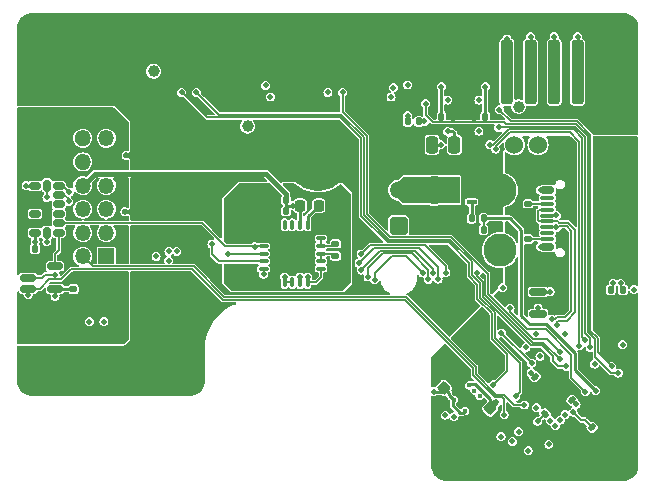
<source format=gbr>
%TF.GenerationSoftware,KiCad,Pcbnew,8.0.1*%
%TF.CreationDate,2024-06-02T00:59:28+08:00*%
%TF.ProjectId,SB-main-board,53422d6d-6169-46e2-9d62-6f6172642e6b,A0*%
%TF.SameCoordinates,Original*%
%TF.FileFunction,Copper,L4,Bot*%
%TF.FilePolarity,Positive*%
%FSLAX46Y46*%
G04 Gerber Fmt 4.6, Leading zero omitted, Abs format (unit mm)*
G04 Created by KiCad (PCBNEW 8.0.1) date 2024-06-02 00:59:28*
%MOMM*%
%LPD*%
G01*
G04 APERTURE LIST*
G04 Aperture macros list*
%AMRoundRect*
0 Rectangle with rounded corners*
0 $1 Rounding radius*
0 $2 $3 $4 $5 $6 $7 $8 $9 X,Y pos of 4 corners*
0 Add a 4 corners polygon primitive as box body*
4,1,4,$2,$3,$4,$5,$6,$7,$8,$9,$2,$3,0*
0 Add four circle primitives for the rounded corners*
1,1,$1+$1,$2,$3*
1,1,$1+$1,$4,$5*
1,1,$1+$1,$6,$7*
1,1,$1+$1,$8,$9*
0 Add four rect primitives between the rounded corners*
20,1,$1+$1,$2,$3,$4,$5,0*
20,1,$1+$1,$4,$5,$6,$7,0*
20,1,$1+$1,$6,$7,$8,$9,0*
20,1,$1+$1,$8,$9,$2,$3,0*%
%AMRotRect*
0 Rectangle, with rotation*
0 The origin of the aperture is its center*
0 $1 length*
0 $2 width*
0 $3 Rotation angle, in degrees counterclockwise*
0 Add horizontal line*
21,1,$1,$2,0,0,$3*%
%AMFreePoly0*
4,1,21,1.545000,0.775000,0.925000,0.775000,0.925000,0.525000,1.545000,0.525000,1.545000,0.125000,0.925000,0.125000,0.925000,-0.125000,1.545000,-0.125000,1.545000,-0.525000,0.925000,-0.525000,0.925000,-0.775000,1.545000,-0.775000,1.545000,-1.175000,0.925000,-1.175000,0.925000,-1.125000,-0.925000,-1.125000,-0.925000,1.125000,0.925000,1.125000,0.925000,1.175000,1.545000,1.175000,
1.545000,0.775000,1.545000,0.775000,$1*%
G04 Aperture macros list end*
%TA.AperFunction,ComponentPad*%
%ADD10C,2.800000*%
%TD*%
%TA.AperFunction,ComponentPad*%
%ADD11C,1.524000*%
%TD*%
%TA.AperFunction,ComponentPad*%
%ADD12RoundRect,0.250001X0.499999X0.499999X-0.499999X0.499999X-0.499999X-0.499999X0.499999X-0.499999X0*%
%TD*%
%TA.AperFunction,ComponentPad*%
%ADD13C,1.500000*%
%TD*%
%TA.AperFunction,ComponentPad*%
%ADD14C,5.500000*%
%TD*%
%TA.AperFunction,ComponentPad*%
%ADD15R,1.350000X1.350000*%
%TD*%
%TA.AperFunction,ComponentPad*%
%ADD16O,1.350000X1.350000*%
%TD*%
%TA.AperFunction,SMDPad,CuDef*%
%ADD17RoundRect,0.140000X-0.219203X-0.021213X-0.021213X-0.219203X0.219203X0.021213X0.021213X0.219203X0*%
%TD*%
%TA.AperFunction,SMDPad,CuDef*%
%ADD18RoundRect,0.075000X0.337500X0.075000X-0.337500X0.075000X-0.337500X-0.075000X0.337500X-0.075000X0*%
%TD*%
%TA.AperFunction,SMDPad,CuDef*%
%ADD19RoundRect,0.075000X0.075000X0.337500X-0.075000X0.337500X-0.075000X-0.337500X0.075000X-0.337500X0*%
%TD*%
%TA.AperFunction,HeatsinkPad*%
%ADD20R,3.250000X3.250000*%
%TD*%
%TA.AperFunction,SMDPad,CuDef*%
%ADD21RoundRect,0.135000X0.185000X-0.135000X0.185000X0.135000X-0.185000X0.135000X-0.185000X-0.135000X0*%
%TD*%
%TA.AperFunction,SMDPad,CuDef*%
%ADD22RoundRect,0.140000X0.170000X-0.140000X0.170000X0.140000X-0.170000X0.140000X-0.170000X-0.140000X0*%
%TD*%
%TA.AperFunction,SMDPad,CuDef*%
%ADD23RoundRect,0.140000X0.140000X0.170000X-0.140000X0.170000X-0.140000X-0.170000X0.140000X-0.170000X0*%
%TD*%
%TA.AperFunction,SMDPad,CuDef*%
%ADD24RoundRect,0.140000X-0.140000X-0.170000X0.140000X-0.170000X0.140000X0.170000X-0.140000X0.170000X0*%
%TD*%
%TA.AperFunction,SMDPad,CuDef*%
%ADD25RoundRect,0.135000X-0.185000X0.135000X-0.185000X-0.135000X0.185000X-0.135000X0.185000X0.135000X0*%
%TD*%
%TA.AperFunction,SMDPad,CuDef*%
%ADD26RoundRect,0.135000X-0.135000X-0.185000X0.135000X-0.185000X0.135000X0.185000X-0.135000X0.185000X0*%
%TD*%
%TA.AperFunction,SMDPad,CuDef*%
%ADD27RoundRect,0.140000X0.021213X-0.219203X0.219203X-0.021213X-0.021213X0.219203X-0.219203X0.021213X0*%
%TD*%
%TA.AperFunction,SMDPad,CuDef*%
%ADD28RoundRect,0.140000X0.219203X0.021213X0.021213X0.219203X-0.219203X-0.021213X-0.021213X-0.219203X0*%
%TD*%
%TA.AperFunction,SMDPad,CuDef*%
%ADD29RoundRect,0.218750X-0.218750X-0.256250X0.218750X-0.256250X0.218750X0.256250X-0.218750X0.256250X0*%
%TD*%
%TA.AperFunction,SMDPad,CuDef*%
%ADD30RoundRect,0.250000X-0.250000X-2.500000X0.250000X-2.500000X0.250000X2.500000X-0.250000X2.500000X0*%
%TD*%
%TA.AperFunction,SMDPad,CuDef*%
%ADD31RoundRect,0.250000X-0.550000X-1.250000X0.550000X-1.250000X0.550000X1.250000X-0.550000X1.250000X0*%
%TD*%
%TA.AperFunction,SMDPad,CuDef*%
%ADD32RoundRect,0.250000X-0.250000X-0.475000X0.250000X-0.475000X0.250000X0.475000X-0.250000X0.475000X0*%
%TD*%
%TA.AperFunction,SMDPad,CuDef*%
%ADD33RoundRect,0.218750X0.256250X-0.218750X0.256250X0.218750X-0.256250X0.218750X-0.256250X-0.218750X0*%
%TD*%
%TA.AperFunction,SMDPad,CuDef*%
%ADD34RoundRect,0.150000X-0.587500X-0.150000X0.587500X-0.150000X0.587500X0.150000X-0.587500X0.150000X0*%
%TD*%
%TA.AperFunction,SMDPad,CuDef*%
%ADD35RoundRect,0.225000X0.017678X-0.335876X0.335876X-0.017678X-0.017678X0.335876X-0.335876X0.017678X0*%
%TD*%
%TA.AperFunction,SMDPad,CuDef*%
%ADD36RoundRect,0.150000X-0.425000X0.150000X-0.425000X-0.150000X0.425000X-0.150000X0.425000X0.150000X0*%
%TD*%
%TA.AperFunction,SMDPad,CuDef*%
%ADD37RoundRect,0.075000X-0.500000X0.075000X-0.500000X-0.075000X0.500000X-0.075000X0.500000X0.075000X0*%
%TD*%
%TA.AperFunction,ComponentPad*%
%ADD38O,1.800000X1.000000*%
%TD*%
%TA.AperFunction,ComponentPad*%
%ADD39O,2.100000X1.000000*%
%TD*%
%TA.AperFunction,SMDPad,CuDef*%
%ADD40RoundRect,0.093750X-0.008839X0.141421X-0.141421X0.008839X0.008839X-0.141421X0.141421X-0.008839X0*%
%TD*%
%TA.AperFunction,HeatsinkPad*%
%ADD41RotRect,1.000000X1.600000X225.000000*%
%TD*%
%TA.AperFunction,SMDPad,CuDef*%
%ADD42RoundRect,0.135000X0.135000X0.185000X-0.135000X0.185000X-0.135000X-0.185000X0.135000X-0.185000X0*%
%TD*%
%TA.AperFunction,SMDPad,CuDef*%
%ADD43RoundRect,0.150000X-0.512500X-0.150000X0.512500X-0.150000X0.512500X0.150000X-0.512500X0.150000X0*%
%TD*%
%TA.AperFunction,SMDPad,CuDef*%
%ADD44RoundRect,0.100000X0.315000X0.100000X-0.315000X0.100000X-0.315000X-0.100000X0.315000X-0.100000X0*%
%TD*%
%TA.AperFunction,SMDPad,CuDef*%
%ADD45FreePoly0,180.000000*%
%TD*%
%TA.AperFunction,SMDPad,CuDef*%
%ADD46RoundRect,0.225000X-0.017678X0.335876X-0.335876X0.017678X0.017678X-0.335876X0.335876X-0.017678X0*%
%TD*%
%TA.AperFunction,SMDPad,CuDef*%
%ADD47RoundRect,0.150000X-0.325000X-0.150000X0.325000X-0.150000X0.325000X0.150000X-0.325000X0.150000X0*%
%TD*%
%TA.AperFunction,SMDPad,CuDef*%
%ADD48RoundRect,0.150000X-0.150000X-0.325000X0.150000X-0.325000X0.150000X0.325000X-0.150000X0.325000X0*%
%TD*%
%TA.AperFunction,ViaPad*%
%ADD49C,0.500000*%
%TD*%
%TA.AperFunction,ViaPad*%
%ADD50C,1.000000*%
%TD*%
%TA.AperFunction,Conductor*%
%ADD51C,0.254000*%
%TD*%
%TA.AperFunction,Conductor*%
%ADD52C,0.177800*%
%TD*%
%TA.AperFunction,Conductor*%
%ADD53C,0.127000*%
%TD*%
%TA.AperFunction,Conductor*%
%ADD54C,0.508000*%
%TD*%
%TA.AperFunction,Conductor*%
%ADD55C,0.381000*%
%TD*%
G04 APERTURE END LIST*
D10*
%TO.P,J1,1,Pin_1*%
%TO.N,+24V*%
X158260400Y-105919165D03*
%TO.P,J1,2,Pin_2*%
%TO.N,PGND*%
X158260400Y-100839165D03*
D11*
%TO.P,J1,3,Pin_3*%
%TO.N,/CAN_H*%
X159490400Y-96989165D03*
%TO.P,J1,4,Pin_4*%
%TO.N,/CAN_L*%
X161490400Y-96989165D03*
%TD*%
D12*
%TO.P,J5,1,Pin_1*%
%TO.N,+24V*%
X149682900Y-103839165D03*
D13*
%TO.P,J5,2,Pin_2*%
%TO.N,Net-(D2-K)*%
X149682900Y-100839165D03*
%TD*%
D14*
%TO.P,H2,1,1*%
%TO.N,PGND*%
X130863900Y-110917865D03*
%TD*%
%TO.P,H1,1,1*%
%TO.N,PGND*%
X142847900Y-98146865D03*
%TD*%
D15*
%TO.P,J9,1,Pin_1*%
%TO.N,/FAN0_DET*%
X124934042Y-106447865D03*
D16*
%TO.P,J9,2,Pin_2*%
%TO.N,/NEO*%
X122934042Y-106447865D03*
%TO.P,J9,3,Pin_3*%
%TO.N,/FAN0_PWM*%
X124934042Y-104447865D03*
%TO.P,J9,4,Pin_4*%
%TO.N,/FAN1_PWM*%
X122934042Y-104447865D03*
%TO.P,J9,5,Pin_5*%
%TO.N,/ADC0*%
X124934042Y-102447865D03*
%TO.P,J9,6,Pin_6*%
%TO.N,/FAN1_DET*%
X122934042Y-102447865D03*
%TO.P,J9,7,Pin_7*%
%TO.N,/ADC1*%
X124934042Y-100447865D03*
%TO.P,J9,8,Pin_8*%
%TO.N,+3V3B*%
X122934042Y-100447865D03*
%TO.P,J9,9,Pin_9*%
%TO.N,GND*%
X124934042Y-98447865D03*
%TO.P,J9,10,Pin_10*%
%TO.N,PGND*%
X122934042Y-98447865D03*
%TO.P,J9,11,Pin_11*%
%TO.N,+24V*%
X124934042Y-96447865D03*
%TO.P,J9,12,Pin_12*%
%TO.N,PGND*%
X122934042Y-96447865D03*
%TD*%
D17*
%TO.P,C5,1*%
%TO.N,+1V1*%
X161236191Y-116628607D03*
%TO.P,C5,2*%
%TO.N,GND*%
X161915013Y-117307429D03*
%TD*%
D18*
%TO.P,U9,1,BIAS*%
%TO.N,Net-(U9-BIAS)*%
X143121400Y-104911866D03*
%TO.P,U9,2,REFIN+*%
X143121400Y-105561866D03*
%TO.P,U9,3,REFIN-*%
%TO.N,Net-(U9-ISENSOR)*%
X143121400Y-106211866D03*
%TO.P,U9,4,ISENSOR*%
X143121400Y-106861866D03*
%TO.P,U9,5,FORCE+*%
%TO.N,Net-(J4-Pin_3)*%
X143121400Y-107511866D03*
D19*
%TO.P,U9,6,FORCE2*%
X141983900Y-108649366D03*
%TO.P,U9,7,RTDIN+*%
%TO.N,Net-(J4-Pin_2)*%
X141333900Y-108649366D03*
%TO.P,U9,8,RTDIN-*%
%TO.N,Net-(J4-Pin_1)*%
X140683900Y-108649366D03*
%TO.P,U9,9,FORCE-*%
X140033900Y-108649366D03*
%TO.P,U9,10,GND*%
%TO.N,GND*%
X139383900Y-108649366D03*
D18*
%TO.P,U9,11,SDI*%
%TO.N,/SPI0_MOSI*%
X138246400Y-107511866D03*
%TO.P,U9,12,SCLK*%
%TO.N,/SPI0_CLK*%
X138246400Y-106861866D03*
%TO.P,U9,13,~{CS}*%
%TO.N,/SPI0_CS2*%
X138246400Y-106211866D03*
%TO.P,U9,14,SDO*%
%TO.N,/SPI0_MISO*%
X138246400Y-105561866D03*
%TO.P,U9,15,DGND*%
%TO.N,GND*%
X138246400Y-104911866D03*
D19*
%TO.P,U9,16,GND*%
X139383900Y-103774366D03*
%TO.P,U9,17,NC*%
%TO.N,unconnected-(U9-NC-Pad17)*%
X140033900Y-103774366D03*
%TO.P,U9,18,~{DRDY}*%
%TO.N,unconnected-(U9-~{DRDY}-Pad18)*%
X140683900Y-103774366D03*
%TO.P,U9,19,DVDD*%
%TO.N,+3V3B*%
X141333900Y-103774366D03*
%TO.P,U9,20,VDD*%
%TO.N,Net-(U9-VDD)*%
X141983900Y-103774366D03*
D20*
%TO.P,U9,21,GND*%
%TO.N,GND*%
X140683900Y-106211866D03*
%TD*%
D21*
%TO.P,R17,1*%
%TO.N,Net-(U9-ISENSOR)*%
X144333900Y-106396866D03*
%TO.P,R17,2*%
%TO.N,Net-(U9-BIAS)*%
X144333900Y-105376866D03*
%TD*%
D22*
%TO.P,C30,1*%
%TO.N,+3V3B*%
X122147900Y-109196865D03*
%TO.P,C30,2*%
%TO.N,GND*%
X122147900Y-108236865D03*
%TD*%
D23*
%TO.P,C31,1*%
%TO.N,+3V3B*%
X140153900Y-102601866D03*
%TO.P,C31,2*%
%TO.N,GND*%
X139193900Y-102601866D03*
%TD*%
D24*
%TO.P,C23,1*%
%TO.N,+24V*%
X153313692Y-94602366D03*
%TO.P,C23,2*%
%TO.N,PGND*%
X154273692Y-94602366D03*
%TD*%
D25*
%TO.P,R9,1*%
%TO.N,GND*%
X160644292Y-100964866D03*
%TO.P,R9,2*%
%TO.N,Net-(J2-CC1)*%
X160644292Y-101984866D03*
%TD*%
D26*
%TO.P,R7,1*%
%TO.N,/CAN_H*%
X167662900Y-109267365D03*
%TO.P,R7,2*%
%TO.N,/CAN_L*%
X168682900Y-109267365D03*
%TD*%
D27*
%TO.P,C9,1*%
%TO.N,+3V3A*%
X162084719Y-119769651D03*
%TO.P,C9,2*%
%TO.N,GND*%
X162763541Y-119090829D03*
%TD*%
D28*
%TO.P,C4,1*%
%TO.N,+1V1*%
X164377236Y-118638280D03*
%TO.P,C4,2*%
%TO.N,GND*%
X163698414Y-117959458D03*
%TD*%
D23*
%TO.P,C32,1*%
%TO.N,+3V3B*%
X140153900Y-101681866D03*
%TO.P,C32,2*%
%TO.N,GND*%
X139193900Y-101681866D03*
%TD*%
D29*
%TO.P,FB4,1*%
%TO.N,+3V3B*%
X141333902Y-102141866D03*
%TO.P,FB4,2*%
%TO.N,Net-(U9-VDD)*%
X142908902Y-102141866D03*
%TD*%
D30*
%TO.P,J3,1,Pin_1*%
%TO.N,Net-(J3-Pin_1)*%
X164853900Y-90846865D03*
%TO.P,J3,2,Pin_2*%
%TO.N,Net-(J3-Pin_2)*%
X162853900Y-90846865D03*
%TO.P,J3,3,Pin_3*%
%TO.N,Net-(J3-Pin_3)*%
X160853900Y-90846865D03*
%TO.P,J3,4,Pin_4*%
%TO.N,Net-(J3-Pin_4)*%
X158853900Y-90846865D03*
D31*
%TO.P,J3,MP,MountPin*%
%TO.N,PGND*%
X167253900Y-88596865D03*
X156453900Y-88596865D03*
%TD*%
D32*
%TO.P,C26,1*%
%TO.N,Net-(U6-5VOUT)*%
X152515293Y-96987366D03*
%TO.P,C26,2*%
%TO.N,GND*%
X154415293Y-96987366D03*
%TD*%
D33*
%TO.P,FB2,1*%
%TO.N,GND*%
X168805292Y-97002365D03*
%TO.P,FB2,2*%
%TO.N,PGND*%
X168805292Y-95427365D03*
%TD*%
D34*
%TO.P,U10,1,V_{DD}*%
%TO.N,+3V3A*%
X161496400Y-111326865D03*
%TO.P,U10,2,V_{OUT}*%
%TO.N,/TEMP_A*%
X161496400Y-109426865D03*
%TO.P,U10,3,GND*%
%TO.N,GND*%
X163371400Y-110376865D03*
%TD*%
D33*
%TO.P,FB3,1*%
%TO.N,GND*%
X118997900Y-94565565D03*
%TO.P,FB3,2*%
%TO.N,PGND*%
X118997900Y-92990565D03*
%TD*%
D35*
%TO.P,C18,1*%
%TO.N,+5V*%
X153502999Y-117570604D03*
%TO.P,C18,2*%
%TO.N,GND*%
X154599015Y-116474588D03*
%TD*%
D23*
%TO.P,C29,1*%
%TO.N,+3V3B*%
X118906042Y-105796865D03*
%TO.P,C29,2*%
%TO.N,GND*%
X117946042Y-105796865D03*
%TD*%
%TO.P,C24,1*%
%TO.N,+24V*%
X157016892Y-94602366D03*
%TO.P,C24,2*%
%TO.N,PGND*%
X156056892Y-94602366D03*
%TD*%
D17*
%TO.P,C8,1*%
%TO.N,+3V3A*%
X166075593Y-120902323D03*
%TO.P,C8,2*%
%TO.N,GND*%
X166754415Y-121581145D03*
%TD*%
D36*
%TO.P,J2,A1,GND*%
%TO.N,GND*%
X162285292Y-100034865D03*
%TO.P,J2,A4,VBUS*%
%TO.N,Net-(D3-A)*%
X162285292Y-100834865D03*
D37*
%TO.P,J2,A5,CC1*%
%TO.N,Net-(J2-CC1)*%
X162285292Y-101984865D03*
%TO.P,J2,A6,D+*%
%TO.N,/USB_D+*%
X162285292Y-102984865D03*
%TO.P,J2,A7,D-*%
%TO.N,/USB_D-*%
X162285292Y-103484865D03*
%TO.P,J2,A8,SBU1*%
%TO.N,unconnected-(J2-SBU1-PadA8)*%
X162285292Y-104484865D03*
D36*
%TO.P,J2,A9,VBUS*%
%TO.N,Net-(D3-A)*%
X162285292Y-105634865D03*
%TO.P,J2,A12,GND*%
%TO.N,GND*%
X162285292Y-106434865D03*
%TO.P,J2,B1,GND*%
X162285292Y-106434865D03*
%TO.P,J2,B4,VBUS*%
%TO.N,Net-(D3-A)*%
X162285292Y-105634865D03*
D37*
%TO.P,J2,B5,CC2*%
%TO.N,Net-(J2-CC2)*%
X162285292Y-104984865D03*
%TO.P,J2,B6,D+*%
%TO.N,/USB_D+*%
X162285292Y-103984865D03*
%TO.P,J2,B7,D-*%
%TO.N,/USB_D-*%
X162285292Y-102484865D03*
%TO.P,J2,B8,SBU2*%
%TO.N,unconnected-(J2-SBU2-PadB8)*%
X162285292Y-101484865D03*
D36*
%TO.P,J2,B9,VBUS*%
%TO.N,Net-(D3-A)*%
X162285292Y-100834865D03*
%TO.P,J2,B12,GND*%
%TO.N,GND*%
X162285292Y-100034865D03*
D38*
%TO.P,J2,S1,SHIELD*%
X167040292Y-98914865D03*
D39*
X162860292Y-98914865D03*
D38*
X167040292Y-107554865D03*
D39*
X162860292Y-107554865D03*
%TD*%
D40*
%TO.P,U5,1,OUT*%
%TO.N,+3V3A*%
X155641345Y-117357819D03*
%TO.P,U5,2,NC*%
%TO.N,unconnected-(U5-NC-Pad2)*%
X156100964Y-117817439D03*
%TO.P,U5,3,PG*%
%TO.N,unconnected-(U5-PG-Pad3)*%
X156560584Y-118277058D03*
%TO.P,U5,4,EN*%
%TO.N,+5V*%
X155305469Y-119532173D03*
%TO.P,U5,5,GND*%
%TO.N,GND*%
X154845850Y-119072553D03*
%TO.P,U5,6,IN*%
%TO.N,+5V*%
X154386230Y-118612934D03*
D41*
%TO.P,U5,7,EP*%
%TO.N,GND*%
X155473407Y-118444996D03*
%TD*%
D42*
%TO.P,R19,1*%
%TO.N,/HEAT*%
X156882900Y-103226865D03*
%TO.P,R19,2*%
%TO.N,Net-(Q1-G)*%
X155862900Y-103226865D03*
%TD*%
D43*
%TO.P,U7,1*%
%TO.N,/SPI0_CS1*%
X118322900Y-109196865D03*
%TO.P,U7,2*%
%TO.N,/SPI0_MOSI*%
X118322900Y-108246865D03*
%TO.P,U7,3,GND*%
%TO.N,GND*%
X118322900Y-107296865D03*
%TO.P,U7,4*%
%TO.N,Net-(U8-SDA{slash}SDI{slash}SDIO)*%
X120597900Y-107296865D03*
%TO.P,U7,5,VCC*%
%TO.N,+3V3B*%
X120597900Y-109196865D03*
%TD*%
D23*
%TO.P,C25,1*%
%TO.N,Net-(U6-CPI)*%
X151415292Y-95024866D03*
%TO.P,C25,2*%
%TO.N,Net-(U6-CPO)*%
X150455292Y-95024866D03*
%TD*%
D44*
%TO.P,Q1,1,S*%
%TO.N,PGND*%
X155862900Y-99864165D03*
%TO.P,Q1,2,S*%
X155862900Y-100514165D03*
%TO.P,Q1,3,S*%
X155862900Y-101164165D03*
%TO.P,Q1,4,G*%
%TO.N,Net-(Q1-G)*%
X155862900Y-101814165D03*
D45*
%TO.P,Q1,5,D*%
%TO.N,Net-(D2-K)*%
X153922900Y-100839165D03*
%TD*%
D42*
%TO.P,R20,1*%
%TO.N,/HEAT*%
X156882900Y-104196865D03*
%TO.P,R20,2*%
%TO.N,PGND*%
X155862900Y-104196865D03*
%TD*%
D46*
%TO.P,C19,1*%
%TO.N,+3V3A*%
X157443815Y-119319388D03*
%TO.P,C19,2*%
%TO.N,GND*%
X156347799Y-120415404D03*
%TD*%
D21*
%TO.P,R8,1*%
%TO.N,GND*%
X160644292Y-106004864D03*
%TO.P,R8,2*%
%TO.N,Net-(J2-CC2)*%
X160644292Y-104984864D03*
%TD*%
D47*
%TO.P,U8,1,Vdd_I/O*%
%TO.N,+3V3B*%
X118906042Y-104447865D03*
%TO.P,U8,2,GND*%
%TO.N,GND*%
X118906042Y-103647865D03*
%TO.P,U8,3,RES*%
%TO.N,unconnected-(U8-RES-Pad3)*%
X118906042Y-102847865D03*
%TO.P,U8,4,GND*%
%TO.N,GND*%
X118906042Y-102047865D03*
%TO.P,U8,5,GND*%
X118906042Y-101247865D03*
%TO.P,U8,6,Vs*%
%TO.N,+3V3B*%
X118906042Y-100447865D03*
D48*
%TO.P,U8,7,~{CS}*%
%TO.N,/SPI0_CS1*%
X119906042Y-100447865D03*
D47*
%TO.P,U8,8,INT1*%
%TO.N,/ADXL_INT2*%
X120906042Y-100447865D03*
%TO.P,U8,9,INT2*%
%TO.N,/ADXL_INT1*%
X120906042Y-101247865D03*
%TO.P,U8,10,NC*%
%TO.N,unconnected-(U8-NC-Pad10)*%
X120906042Y-102047865D03*
%TO.P,U8,11,RES*%
%TO.N,unconnected-(U8-RES-Pad11)*%
X120906042Y-102847865D03*
%TO.P,U8,12,SDO/ADDR*%
%TO.N,/SPI0_MISO*%
X120906042Y-103647865D03*
%TO.P,U8,13,SDA/SDI/SDIO*%
%TO.N,Net-(U8-SDA{slash}SDI{slash}SDIO)*%
X120906042Y-104447865D03*
D48*
%TO.P,U8,14,SCL/SCLK*%
%TO.N,/SPI0_CLK*%
X119906042Y-104447865D03*
%TD*%
D49*
%TO.N,GND*%
X149247900Y-92146865D03*
X153055292Y-121884865D03*
X153844492Y-95845666D03*
X168777900Y-115486865D03*
X145133900Y-102287065D03*
X156486092Y-93204066D03*
X162665292Y-116174865D03*
X126589900Y-111710465D03*
X161720292Y-100034865D03*
X135558100Y-103099865D03*
X169215292Y-106124865D03*
X156284500Y-122429265D03*
X159382793Y-102368865D03*
X118647900Y-111946865D03*
X119897900Y-103046865D03*
X160975292Y-124054865D03*
X140922900Y-106171865D03*
X158328900Y-112121865D03*
X137603900Y-108196865D03*
X123914442Y-101067865D03*
X162665292Y-117774865D03*
X143228900Y-103506265D03*
X121806242Y-105284265D03*
X155090700Y-121565665D03*
X138422900Y-91971865D03*
X156638100Y-115850665D03*
X156944900Y-111761265D03*
X125357900Y-109846865D03*
X140657900Y-107321865D03*
X160197900Y-98996865D03*
X159073900Y-107746865D03*
X161720292Y-106434865D03*
X156505292Y-124364865D03*
X159363900Y-104356865D03*
X154076200Y-115546865D03*
X161413892Y-108046865D03*
X145337100Y-107544865D03*
X138826400Y-92946865D03*
X143797900Y-101446865D03*
X167747900Y-114036865D03*
X164265292Y-117774865D03*
X159278900Y-113071865D03*
X126497900Y-109656865D03*
X153844492Y-93204066D03*
X140847900Y-100996865D03*
X169215292Y-101724865D03*
X163447300Y-109373665D03*
X169545292Y-116234865D03*
X124126100Y-108789465D03*
X150447900Y-91921865D03*
X156486092Y-95845666D03*
X140797900Y-102971865D03*
X156386100Y-119279665D03*
X124075300Y-110694465D03*
X169475292Y-114864865D03*
X121831642Y-110237265D03*
X154862100Y-117450865D03*
X137844100Y-102998265D03*
X169215292Y-98524865D03*
X149047900Y-92946865D03*
X163015500Y-124562865D03*
X159387900Y-109146865D03*
X136521300Y-103506265D03*
%TO.N,+1V1*%
X160905991Y-116298407D03*
X164707436Y-118968480D03*
D50*
%TO.N,+24V*%
X128947900Y-90780865D03*
X159854399Y-93755367D03*
X136893900Y-95426865D03*
D49*
X153313692Y-92062366D03*
X157016892Y-92062366D03*
%TO.N,PGND*%
X127767900Y-109166865D03*
X153493900Y-103126865D03*
X129639900Y-96572065D03*
X155347900Y-100189165D03*
X156447100Y-100514165D03*
X155347900Y-100839165D03*
X163853900Y-92646865D03*
X153744500Y-109653065D03*
X128573100Y-97740465D03*
X133830900Y-98400865D03*
X139647500Y-86310465D03*
X153615292Y-87446865D03*
X124597900Y-87096865D03*
X154723900Y-104026865D03*
X127506300Y-100534465D03*
D50*
X127522900Y-88780865D03*
D49*
X157713900Y-108306865D03*
X150263900Y-102496865D03*
X152897900Y-99096865D03*
X156447100Y-99864165D03*
X154277900Y-111336865D03*
X154727900Y-109896865D03*
X157753900Y-88044865D03*
X134453900Y-110646865D03*
X126608842Y-97892865D03*
X117997900Y-93196865D03*
X150391700Y-98426265D03*
X140347900Y-95446865D03*
X132408500Y-106122465D03*
X161853900Y-89246865D03*
X154021900Y-108560865D03*
X131976700Y-116688865D03*
X154797900Y-111766865D03*
X159853900Y-89246865D03*
X160470499Y-94526383D03*
X169289300Y-93524065D03*
X123848700Y-116130065D03*
X126507242Y-102668065D03*
X168298700Y-86691465D03*
X159853900Y-92346865D03*
X156447100Y-101164165D03*
X163853900Y-89246865D03*
X128623900Y-100432865D03*
%TO.N,+5V*%
X168652900Y-113912865D03*
X152684766Y-117886865D03*
X158504223Y-109083188D03*
%TO.N,/USB_D+*%
X162635958Y-111756528D03*
X160459035Y-114154395D03*
X163047900Y-102983426D03*
X163046767Y-103984865D03*
%TO.N,/USB_D-*%
X163115236Y-112235806D03*
X161651006Y-114918837D03*
%TO.N,Net-(D3-A)*%
X161720292Y-100834865D03*
X161720292Y-105624865D03*
%TO.N,/FAN0_PWM*%
X158353900Y-121698163D03*
X146537600Y-107597573D03*
X130235174Y-106022865D03*
X152619000Y-107882300D03*
%TO.N,/FAN0_DET*%
X160653900Y-122896865D03*
X151753900Y-107846865D03*
X129153900Y-106446865D03*
X147657900Y-108426865D03*
%TO.N,Net-(J4-Pin_2)*%
X141333900Y-108188468D03*
%TO.N,Net-(J4-Pin_3)*%
X141983900Y-108188468D03*
%TO.N,Net-(J4-Pin_1)*%
X140033900Y-108188468D03*
%TO.N,/FAN1_PWM*%
X152203900Y-108396865D03*
X130203900Y-106796865D03*
X147094602Y-108186596D03*
X159303900Y-122113263D03*
%TO.N,/FAN1_DET*%
X153034100Y-108368839D03*
X159853900Y-121283063D03*
X130903900Y-106022865D03*
X146340787Y-106997020D03*
%TO.N,/FAN2_PWM*%
X157704900Y-117298465D03*
X131322900Y-92546865D03*
%TO.N,/FAN2_DET*%
X132572900Y-92546865D03*
X159595004Y-118299569D03*
%TO.N,/NEO*%
X160321100Y-119025665D03*
%TO.N,/LDC_SCL*%
X124738900Y-111966665D03*
X153642900Y-119889265D03*
%TO.N,/LDC_SDA*%
X123488900Y-111966665D03*
X154368221Y-120027544D03*
%TO.N,/ADC0*%
X163893900Y-115766865D03*
X156287642Y-107830938D03*
%TO.N,/ADC1*%
X163318622Y-115141636D03*
X156832900Y-108097730D03*
%TO.N,/TMC_EN*%
X151964072Y-93524065D03*
X168298027Y-116320570D03*
%TO.N,/HEAT*%
X166384074Y-117816691D03*
%TO.N,/SPI0_CLK*%
X162955124Y-120792232D03*
X119906042Y-105194865D03*
X133879700Y-105397765D03*
%TO.N,/TMC_DIAG*%
X157903539Y-97354323D03*
X164997900Y-113996865D03*
%TO.N,/ADXL_INT1*%
X121755442Y-101779065D03*
X163370224Y-120298275D03*
%TO.N,/TMC_STEP*%
X158165291Y-95524866D03*
X165895492Y-114134865D03*
%TO.N,/ADXL_INT2*%
X121806242Y-100989965D03*
X163785324Y-119833998D03*
%TO.N,/SPI0_CS1*%
X118322900Y-109696865D03*
X119906042Y-101447865D03*
X158621793Y-119838465D03*
%TO.N,/SPI0_MOSI*%
X138246400Y-107953365D03*
X120597900Y-107981765D03*
X162403900Y-122346865D03*
%TO.N,/TEMP_A*%
X162513900Y-109426865D03*
%TO.N,/SPI0_MISO*%
X137511900Y-105626365D03*
X162526276Y-120360559D03*
%TO.N,/ENDSTOP0*%
X143696900Y-92546865D03*
X165503900Y-117886865D03*
X159116630Y-110854134D03*
%TO.N,/TMC_DIR*%
X158215292Y-94024866D03*
X167716723Y-115758042D03*
%TO.N,/TMC_UART*%
X165480392Y-113554724D03*
X157412791Y-96987366D03*
%TO.N,/SPI0_CS2*%
X153693900Y-107816865D03*
X146503900Y-106246865D03*
X161353900Y-119246865D03*
X135266569Y-106211866D03*
%TO.N,/CAN_H*%
X167847900Y-108717365D03*
%TO.N,/CAN_L*%
X168497900Y-108717365D03*
%TO.N,Net-(U6-CPO)*%
X150455292Y-94524866D03*
%TO.N,Net-(U6-CPI)*%
X151865292Y-95024865D03*
%TO.N,Net-(U6-5VOUT)*%
X153252791Y-96987366D03*
%TO.N,Net-(D2-K)*%
X154303900Y-101474165D03*
X153668900Y-100839165D03*
X153033900Y-100204165D03*
X154303900Y-100204165D03*
X153033900Y-101474165D03*
%TO.N,Net-(J3-Pin_1)*%
X164853900Y-87846865D03*
%TO.N,Net-(J3-Pin_4)*%
X158853900Y-88046865D03*
%TO.N,Net-(J3-Pin_2)*%
X162853900Y-87846865D03*
%TO.N,Net-(J3-Pin_3)*%
X160853900Y-87846865D03*
%TO.N,/FS*%
X144946900Y-92546865D03*
X163332353Y-114499151D03*
%TO.N,+3V3A*%
X157951815Y-118811388D03*
X166287398Y-115566971D03*
X169617900Y-109264865D03*
X158382978Y-112926865D03*
X164463300Y-119635265D03*
X161496400Y-110818865D03*
X160937485Y-115481372D03*
X161455702Y-120398667D03*
X163750034Y-113013169D03*
X161297708Y-113013169D03*
%TO.N,+3V3B*%
X140713900Y-102141866D03*
X118147900Y-100447865D03*
X118906042Y-105194865D03*
X120597900Y-109826865D03*
%TD*%
D51*
%TO.N,GND*%
X154415292Y-96987366D02*
X154415292Y-96008257D01*
X154252701Y-95845666D02*
X154415292Y-96008257D01*
X139193900Y-102311866D02*
X139193900Y-103011866D01*
X139383900Y-103201866D02*
X139383900Y-103774366D01*
X139193900Y-103011866D02*
X139383900Y-103201866D01*
X139193900Y-102601866D02*
X139193900Y-101681866D01*
X153844492Y-95845666D02*
X154252701Y-95845666D01*
D52*
%TO.N,+1V1*%
X160905991Y-116298407D02*
X161236191Y-116628607D01*
X164377236Y-118638280D02*
X164707436Y-118968480D01*
D51*
%TO.N,+24V*%
X157016892Y-92062366D02*
X157016892Y-94602366D01*
X153313692Y-92062366D02*
X153313692Y-94602366D01*
%TO.N,+5V*%
X153502999Y-117570604D02*
X153186738Y-117886865D01*
X153502999Y-117570604D02*
X153965292Y-118032897D01*
X155172887Y-119664755D02*
X154849598Y-119664755D01*
X154849598Y-119664755D02*
X154253648Y-119068805D01*
X154253647Y-118745517D02*
X154253648Y-119068805D01*
X153965292Y-118032897D02*
X153965292Y-118191996D01*
X155305469Y-119532173D02*
X155172887Y-119664755D01*
X153965292Y-118191996D02*
X154386230Y-118612934D01*
X154386230Y-118612934D02*
X154253647Y-118745517D01*
X153186738Y-117886865D02*
X152684766Y-117886865D01*
%TO.N,Net-(U9-VDD)*%
X141983900Y-103066868D02*
X142908902Y-102141866D01*
X141983900Y-103774366D02*
X141983900Y-103066868D01*
X141983900Y-103774366D02*
X141983900Y-103236868D01*
D53*
%TO.N,/USB_D+*%
X163046461Y-102984865D02*
X163047900Y-102983426D01*
X164322892Y-104297993D02*
X164322892Y-111058190D01*
X163047900Y-102983426D02*
X162916425Y-102983426D01*
X163061772Y-111594465D02*
X162899709Y-111756528D01*
X162295292Y-102984865D02*
X163046461Y-102984865D01*
X163912164Y-103887265D02*
X164322892Y-104297993D01*
X162899709Y-111756528D02*
X162635958Y-111756528D01*
X164322892Y-111058190D02*
X163786617Y-111594465D01*
X163255393Y-103887265D02*
X163912164Y-103887265D01*
X163786617Y-111594465D02*
X163061772Y-111594465D01*
X162295292Y-103984865D02*
X163157793Y-103984865D01*
X163157793Y-103984865D02*
X163255393Y-103887265D01*
%TO.N,/USB_D-*%
X161497900Y-103389473D02*
X161497900Y-102580257D01*
X161593292Y-102484865D02*
X162295292Y-102484865D01*
X163255393Y-103582465D02*
X163157793Y-103484865D01*
X163157793Y-103484865D02*
X161593292Y-103484865D01*
X163115236Y-112235806D02*
X163115236Y-111972055D01*
X164627692Y-111184446D02*
X164627692Y-104171737D01*
X163115236Y-111972055D02*
X163188026Y-111899265D01*
X161497900Y-102580257D02*
X161593292Y-102484865D01*
X161593292Y-103484865D02*
X161497900Y-103389473D01*
X163188026Y-111899265D02*
X163912873Y-111899265D01*
X164038420Y-103582465D02*
X163255393Y-103582465D01*
X164627692Y-104171737D02*
X164038420Y-103582465D01*
X163912873Y-111899265D02*
X164627692Y-111184446D01*
%TO.N,/FAN0_PWM*%
X152619000Y-107882300D02*
X152619000Y-107531965D01*
X152619000Y-107531965D02*
X151041100Y-105954065D01*
X148146700Y-105954065D02*
X151041100Y-105954065D01*
X146537600Y-107563165D02*
X148146700Y-105954065D01*
X146537600Y-107597573D02*
X146537600Y-107563165D01*
%TO.N,/FAN0_DET*%
X149111914Y-106411265D02*
X150318300Y-106411265D01*
X147657900Y-108426865D02*
X147657900Y-107865279D01*
X147657900Y-107865279D02*
X149111914Y-106411265D01*
X150318300Y-106411265D02*
X151753900Y-107846865D01*
%TO.N,Net-(J4-Pin_2)*%
X141333900Y-108188468D02*
X141333900Y-108649366D01*
%TO.N,Net-(J4-Pin_3)*%
X141983900Y-108649366D02*
X142651399Y-108649366D01*
X143121400Y-108179365D02*
X143121400Y-107511866D01*
X141983900Y-108188468D02*
X141983900Y-108649366D01*
X142651399Y-108649366D02*
X143121400Y-108179365D01*
%TO.N,Net-(J4-Pin_1)*%
X140033900Y-108649366D02*
X140683900Y-108649366D01*
X140033900Y-108188468D02*
X140033900Y-108649366D01*
%TO.N,/FAN1_PWM*%
X148368100Y-106182665D02*
X150799700Y-106182665D01*
X147094602Y-108186596D02*
X147094602Y-107456163D01*
X150799700Y-106182665D02*
X152203900Y-107586865D01*
X147094602Y-107456163D02*
X148368100Y-106182665D01*
X152203900Y-107586865D02*
X152203900Y-108396865D01*
%TO.N,/FAN1_DET*%
X147612342Y-105725465D02*
X146340787Y-106997020D01*
X151442500Y-105725465D02*
X147612342Y-105725465D01*
X153034100Y-108368839D02*
X153034100Y-107317065D01*
X153034100Y-107317065D02*
X151442500Y-105725465D01*
%TO.N,/FAN2_PWM*%
X157575300Y-111264845D02*
X157575300Y-113416554D01*
X146511300Y-96436765D02*
X146511300Y-103006765D01*
X158873300Y-114714554D02*
X158873300Y-116130065D01*
X133446110Y-94670075D02*
X144744610Y-94670075D01*
X131322900Y-92546865D02*
X133446110Y-94670075D01*
X144744610Y-94670075D02*
X146511300Y-96436765D01*
X155643942Y-106969407D02*
X155643942Y-108142392D01*
X146511300Y-103006765D02*
X148766801Y-105262265D01*
X148766801Y-105262265D02*
X153936800Y-105262265D01*
X155643942Y-108142392D02*
X156333600Y-108832051D01*
X156333600Y-108832051D02*
X156333600Y-110023144D01*
X158873300Y-116130065D02*
X157704900Y-117298465D01*
X156333600Y-110023144D02*
X157575300Y-111264845D01*
X153936800Y-105262265D02*
X155643942Y-106969407D01*
X157575300Y-113416554D02*
X158873300Y-114714554D01*
%TO.N,/FAN2_DET*%
X144839300Y-94441475D02*
X146739900Y-96342075D01*
X132572900Y-92546865D02*
X134467510Y-94441475D01*
X146739900Y-96342075D02*
X146739900Y-102912075D01*
X155872542Y-108047703D02*
X156562200Y-108737361D01*
X156562200Y-108737361D02*
X156562200Y-109928455D01*
X148861490Y-105033665D02*
X154031490Y-105033665D01*
X134467510Y-94441475D02*
X144839300Y-94441475D01*
X146739900Y-102912075D02*
X148861490Y-105033665D01*
X157803900Y-113321865D02*
X159958268Y-115476232D01*
X155872542Y-106874717D02*
X155872542Y-108047703D01*
X159958268Y-117936305D02*
X159595004Y-118299569D01*
X156562200Y-109928455D02*
X157803900Y-111170155D01*
X154031490Y-105033665D02*
X155872542Y-106874717D01*
X157803900Y-111170155D02*
X157803900Y-113321865D01*
X159958268Y-115476232D02*
X159958268Y-117936305D01*
%TO.N,/NEO*%
X156223000Y-115791165D02*
X156223000Y-116426165D01*
X122934042Y-106447865D02*
X123774142Y-107287965D01*
X158570123Y-118163688D02*
X159432100Y-119025665D01*
X123774142Y-107287965D02*
X132320490Y-107287965D01*
X134939590Y-109907065D02*
X150338900Y-109907065D01*
X156223000Y-116426165D02*
X157960523Y-118163688D01*
X150338900Y-109907065D02*
X156223000Y-115791165D01*
X159432100Y-119025665D02*
X160321100Y-119025665D01*
X132320490Y-107287965D02*
X134939590Y-109907065D01*
X157960523Y-118163688D02*
X158570123Y-118163688D01*
%TO.N,/ADC0*%
X162733900Y-114900154D02*
X161807811Y-113974065D01*
X161807811Y-113974065D02*
X160931099Y-113974065D01*
X163183900Y-115766865D02*
X162733900Y-115316865D01*
X156790800Y-108642671D02*
X156790800Y-109833765D01*
X160931099Y-113974065D02*
X156816400Y-109859365D01*
X156287642Y-107830938D02*
X156287642Y-108139513D01*
X156816400Y-109859365D02*
X156790800Y-109833766D01*
X156790800Y-109833765D02*
X156816400Y-109859365D01*
X162733900Y-115316865D02*
X162733900Y-114900154D01*
X163893900Y-115766865D02*
X163183900Y-115766865D01*
X156287642Y-108139513D02*
X156790800Y-108642671D01*
%TO.N,/ADC1*%
X156832900Y-108097730D02*
X157019400Y-108284230D01*
X161025789Y-113745465D02*
X161922451Y-113745465D01*
X161922451Y-113745465D02*
X163318622Y-115141636D01*
X157019400Y-109739076D02*
X161025789Y-113745465D01*
X157019400Y-108284230D02*
X157019400Y-109739076D01*
D51*
%TO.N,Net-(Q1-G)*%
X155862900Y-103226865D02*
X155862900Y-101814165D01*
D53*
%TO.N,Net-(U9-BIAS)*%
X143121400Y-104911866D02*
X143121400Y-105561866D01*
X144148901Y-105561866D02*
X144333900Y-105376867D01*
X143121400Y-105561866D02*
X144148901Y-105561866D01*
%TO.N,Net-(U9-ISENSOR)*%
X144148901Y-106211866D02*
X144333900Y-106396865D01*
X143121400Y-106861866D02*
X143121400Y-106211866D01*
X143121400Y-106211866D02*
X144148901Y-106211866D01*
%TO.N,/TMC_EN*%
X164689361Y-95229065D02*
X158739492Y-95229065D01*
X165683700Y-96223406D02*
X164689361Y-95229065D01*
X152557893Y-95077466D02*
X151964072Y-94483645D01*
X167671605Y-116320570D02*
X166310592Y-114959557D01*
X165683700Y-112847701D02*
X165683700Y-96223406D01*
X151963271Y-93524866D02*
X151964072Y-93524065D01*
X166310592Y-114959557D02*
X166310592Y-113474593D01*
X158587893Y-95077466D02*
X152557893Y-95077466D01*
X168298027Y-116320570D02*
X167671605Y-116320570D01*
X158739492Y-95229065D02*
X158587893Y-95077466D01*
X151964072Y-94483645D02*
X151964072Y-93524065D01*
X166310592Y-113474593D02*
X165683700Y-112847701D01*
D51*
%TO.N,/HEAT*%
X160075300Y-104208265D02*
X159093900Y-103226865D01*
D52*
X156882899Y-104196865D02*
X156882900Y-104196864D01*
D51*
X160803900Y-112206865D02*
X160075300Y-111478265D01*
X159093900Y-103226865D02*
X156882900Y-103226865D01*
X160075300Y-111478265D02*
X160075300Y-104208265D01*
X164613900Y-114636865D02*
X162183900Y-112206865D01*
X164613900Y-116046517D02*
X164613900Y-114636865D01*
X166384074Y-117816691D02*
X164613900Y-116046517D01*
D52*
X156882900Y-104196864D02*
X156882900Y-103226865D01*
D51*
X162183900Y-112206865D02*
X160803900Y-112206865D01*
D53*
%TO.N,/SPI0_CLK*%
X133879700Y-106274865D02*
X134466701Y-106861866D01*
X119906042Y-104447865D02*
X119906042Y-105194865D01*
X134466701Y-106861866D02*
X138246400Y-106861866D01*
X133879700Y-105397765D02*
X133879700Y-106274865D01*
%TO.N,/TMC_DIAG*%
X157903539Y-97116618D02*
X157903539Y-97354323D01*
X159105292Y-95914865D02*
X157903539Y-97116618D01*
X164997900Y-96746865D02*
X164165900Y-95914865D01*
X164997900Y-113996865D02*
X164997900Y-96746865D01*
X164165900Y-95914865D02*
X159105292Y-95914865D01*
%TO.N,/ADXL_INT1*%
X121755442Y-101612347D02*
X121390960Y-101247865D01*
X121755442Y-101779065D02*
X121755442Y-101612347D01*
X121030818Y-101247865D02*
X120906042Y-101247865D01*
X121390960Y-101247865D02*
X120906042Y-101247865D01*
%TO.N,/TMC_STEP*%
X165455100Y-112942391D02*
X165895492Y-113382783D01*
X158165291Y-95524866D02*
X158232492Y-95457665D01*
X158232492Y-95457665D02*
X164594671Y-95457665D01*
X164594671Y-95457665D02*
X165455100Y-96318095D01*
X165895492Y-113382783D02*
X165895492Y-114134865D01*
X165455100Y-96318095D02*
X165455100Y-112942391D01*
%TO.N,/ADXL_INT2*%
X121806242Y-100989965D02*
X121264142Y-100447865D01*
X121264142Y-100447865D02*
X120906042Y-100447865D01*
%TO.N,/SPI0_CS1*%
X155994400Y-115885855D02*
X155994400Y-116520855D01*
X120097900Y-108396865D02*
X121097900Y-108396865D01*
X158475433Y-118392288D02*
X158621793Y-118538648D01*
X157865834Y-118392288D02*
X158475433Y-118392288D01*
X118322900Y-109196865D02*
X118322900Y-109696865D01*
X158621793Y-118538648D02*
X158621793Y-119838465D01*
X121097900Y-108396865D02*
X121978200Y-107516565D01*
X134844900Y-110135665D02*
X150244210Y-110135665D01*
X150244210Y-110135665D02*
X155994400Y-115885855D01*
X132225800Y-107516565D02*
X134844900Y-110135665D01*
X119906042Y-100447865D02*
X119906042Y-101447865D01*
X118322900Y-109196865D02*
X119297900Y-109196865D01*
X119297900Y-109196865D02*
X120097900Y-108396865D01*
X121978200Y-107516565D02*
X132225800Y-107516565D01*
X155994400Y-116520855D02*
X157865834Y-118392288D01*
%TO.N,/SPI0_MOSI*%
X119497900Y-108246865D02*
X119763000Y-107981765D01*
X138246400Y-107953365D02*
X138246400Y-107511866D01*
X119763000Y-107981765D02*
X120597900Y-107981765D01*
X118322900Y-108246865D02*
X119497900Y-108246865D01*
D51*
%TO.N,/TEMP_A*%
X161496400Y-109426865D02*
X162513900Y-109426865D01*
D53*
%TO.N,/SPI0_MISO*%
X120906042Y-103647865D02*
X120946042Y-103607865D01*
X135020901Y-105561866D02*
X133066900Y-103607865D01*
X137447401Y-105561866D02*
X135020901Y-105561866D01*
X137511900Y-105626365D02*
X137447401Y-105561866D01*
X137576399Y-105561866D02*
X137511900Y-105626365D01*
X133066900Y-103607865D02*
X120946042Y-103607865D01*
X138246400Y-105561866D02*
X137576399Y-105561866D01*
%TO.N,/ENDSTOP0*%
X159116630Y-110854134D02*
X159116630Y-111117886D01*
X162162012Y-112598069D02*
X164321800Y-114757857D01*
X164321800Y-114757857D02*
X164321800Y-116704765D01*
X164321800Y-116704765D02*
X165503900Y-117886865D01*
X159116630Y-111117886D02*
X160596813Y-112598069D01*
X160596813Y-112598069D02*
X162162012Y-112598069D01*
%TO.N,/TMC_DIR*%
X167716723Y-115758042D02*
X166539192Y-114580511D01*
X166539192Y-114580511D02*
X166539192Y-113379904D01*
X166539192Y-113379904D02*
X165912300Y-112753012D01*
X164758449Y-94974865D02*
X159165291Y-94974865D01*
X159165291Y-94974865D02*
X158215292Y-94024866D01*
X165912300Y-96128717D02*
X164758449Y-94974865D01*
X165912300Y-112753012D02*
X165912300Y-96128717D01*
%TO.N,/TMC_UART*%
X159010602Y-95686265D02*
X157709501Y-96987366D01*
X165226500Y-96412784D02*
X164499981Y-95686265D01*
X157709501Y-96987366D02*
X157412791Y-96987366D01*
X165226500Y-113300832D02*
X165226500Y-96412784D01*
X165480392Y-113554724D02*
X165226500Y-113300832D01*
X164499981Y-95686265D02*
X159010602Y-95686265D01*
%TO.N,/SPI0_CS2*%
X153693900Y-107286865D02*
X151903900Y-105496865D01*
X147253900Y-105496865D02*
X146503900Y-106246865D01*
X153693900Y-107816865D02*
X153693900Y-107286865D01*
X135266569Y-106211866D02*
X138246400Y-106211866D01*
X151903900Y-105496865D02*
X147253900Y-105496865D01*
%TO.N,/CAN_H*%
X167847900Y-108717365D02*
X167847900Y-109082366D01*
X167847900Y-109082366D02*
X167662901Y-109267365D01*
%TO.N,/CAN_L*%
X168497900Y-109082366D02*
X168682899Y-109267365D01*
X168497900Y-108717365D02*
X168497900Y-109082366D01*
%TO.N,Net-(U6-CPO)*%
X150455292Y-95024866D02*
X150455292Y-94524866D01*
%TO.N,Net-(U6-CPI)*%
X151415292Y-95024866D02*
X151865291Y-95024866D01*
X151865291Y-95024866D02*
X151865292Y-95024865D01*
D51*
%TO.N,Net-(U6-5VOUT)*%
X152515294Y-96987366D02*
X153252791Y-96987366D01*
D53*
%TO.N,Net-(J2-CC2)*%
X160644292Y-104984865D02*
X162295292Y-104984865D01*
%TO.N,Net-(J2-CC1)*%
X160644292Y-101984865D02*
X162295292Y-101984865D01*
D51*
%TO.N,Net-(J3-Pin_1)*%
X164853900Y-87846865D02*
X164853900Y-90846865D01*
%TO.N,Net-(J3-Pin_4)*%
X158853900Y-90846865D02*
X158853900Y-88046865D01*
%TO.N,Net-(J3-Pin_2)*%
X162853900Y-87846865D02*
X162853900Y-90846865D01*
%TO.N,Net-(J3-Pin_3)*%
X160853900Y-90846865D02*
X160853900Y-87846865D01*
D53*
%TO.N,Net-(U8-SDA{slash}SDI{slash}SDIO)*%
X120906042Y-105938723D02*
X120597900Y-106246865D01*
X120597900Y-106246865D02*
X120597900Y-107296865D01*
X120906042Y-104447865D02*
X120906042Y-105938723D01*
%TO.N,/FS*%
X157248000Y-107925789D02*
X157248000Y-109596965D01*
X146968500Y-102817385D02*
X148956180Y-104805065D01*
X144946900Y-92546865D02*
X144946900Y-94225786D01*
X154127276Y-104805065D02*
X157248000Y-107925789D01*
X148956180Y-104805065D02*
X154127276Y-104805065D01*
X161104704Y-113453669D02*
X162286871Y-113453669D01*
X157248000Y-109596965D02*
X161104704Y-113453669D01*
X146968500Y-96247386D02*
X146968500Y-102817385D01*
X162286871Y-113453669D02*
X163332353Y-114499151D01*
X144946900Y-94225786D02*
X146968500Y-96247386D01*
D52*
%TO.N,+3V3A*%
X165468935Y-120295665D02*
X166075593Y-120902323D01*
D54*
X157443815Y-119319388D02*
X157951815Y-118811388D01*
D52*
X165123700Y-120295665D02*
X165468935Y-120295665D01*
X162084719Y-119769651D02*
X161455703Y-120398667D01*
D51*
X156115664Y-117225237D02*
X157443815Y-118553388D01*
X155773927Y-117225237D02*
X156115664Y-117225237D01*
D52*
X158382978Y-112926865D02*
X160937485Y-115481372D01*
X164463300Y-119635265D02*
X165123700Y-120295665D01*
D51*
X161496400Y-111326865D02*
X161496400Y-110818865D01*
D52*
X161455703Y-120398667D02*
X161455702Y-120398667D01*
D51*
X157443815Y-118553388D02*
X157443815Y-119319388D01*
X155641345Y-117357819D02*
X155773927Y-117225237D01*
D55*
%TO.N,+3V3B*%
X140153900Y-101681866D02*
X140153900Y-101121865D01*
D51*
X140153900Y-102141866D02*
X140153900Y-101681866D01*
X118147900Y-100447865D02*
X118906042Y-100447865D01*
D55*
X140153900Y-101121865D02*
X138474300Y-99442265D01*
X138474300Y-99442265D02*
X123939642Y-99442265D01*
D51*
X120597900Y-109196865D02*
X122147900Y-109196865D01*
X141333900Y-103774366D02*
X141333900Y-102141866D01*
X140713900Y-102141866D02*
X141333900Y-102141866D01*
X140153900Y-102141866D02*
X140713900Y-102141866D01*
D55*
X123939642Y-99442265D02*
X122934042Y-100447865D01*
D51*
X118906042Y-105144865D02*
X118906042Y-105194865D01*
X118906042Y-104447865D02*
X118906042Y-105194865D01*
X140153900Y-102601866D02*
X140153900Y-102141866D01*
X118906042Y-105194865D02*
X118906042Y-105796865D01*
X120597900Y-109826865D02*
X120597900Y-109196865D01*
%TD*%
%TA.AperFunction,Conductor*%
%TO.N,Net-(D2-K)*%
G36*
X154816501Y-99734730D02*
G01*
X154846565Y-99786801D01*
X154847900Y-99802065D01*
X154847900Y-101876265D01*
X154827335Y-101932766D01*
X154775264Y-101962830D01*
X154760000Y-101964165D01*
X150094310Y-101964165D01*
X150037809Y-101943600D01*
X150032155Y-101938420D01*
X149708645Y-101614910D01*
X149683234Y-101560416D01*
X149682900Y-101552755D01*
X149682900Y-100125575D01*
X149703465Y-100069074D01*
X149708645Y-100063420D01*
X150032155Y-99739910D01*
X150086649Y-99714499D01*
X150094310Y-99714165D01*
X154760000Y-99714165D01*
X154816501Y-99734730D01*
G37*
%TD.AperFunction*%
%TD*%
%TA.AperFunction,Conductor*%
%TO.N,GND*%
G36*
X159802636Y-106531969D02*
G01*
X159820800Y-106585479D01*
X159820800Y-108774865D01*
X158729766Y-108774865D01*
X158728878Y-108773977D01*
X158728875Y-108773975D01*
X158713283Y-108766030D01*
X158672278Y-108722054D01*
X158665292Y-108687712D01*
X158665292Y-107462157D01*
X158685857Y-107405656D01*
X158730740Y-107377886D01*
X158730603Y-107377462D01*
X158732338Y-107376898D01*
X158732685Y-107376683D01*
X158733883Y-107376396D01*
X158956015Y-107284386D01*
X159161018Y-107158759D01*
X159343845Y-107002610D01*
X159499994Y-106819783D01*
X159625621Y-106614780D01*
X159651691Y-106551840D01*
X159692312Y-106507511D01*
X159751925Y-106499663D01*
X159802636Y-106531969D01*
G37*
%TD.AperFunction*%
%TA.AperFunction,Conductor*%
G36*
X163853140Y-104098830D02*
G01*
X163858794Y-104104010D01*
X164106147Y-104351363D01*
X164131558Y-104405857D01*
X164131892Y-104413518D01*
X164131892Y-108774865D01*
X160329800Y-108774865D01*
X160329800Y-105468855D01*
X160350365Y-105412354D01*
X160402436Y-105382290D01*
X160429079Y-105382583D01*
X160429143Y-105381941D01*
X160433435Y-105382364D01*
X160433436Y-105382364D01*
X160855146Y-105382364D01*
X160855148Y-105382364D01*
X160931715Y-105367134D01*
X161018544Y-105309116D01*
X161076562Y-105222287D01*
X161076561Y-105222287D01*
X161081372Y-105215089D01*
X161084913Y-105217455D01*
X161113995Y-105185766D01*
X161154524Y-105175865D01*
X161423217Y-105175865D01*
X161479718Y-105196430D01*
X161509782Y-105248501D01*
X161499341Y-105307715D01*
X161485375Y-105325915D01*
X161444158Y-105367133D01*
X161411078Y-105400213D01*
X161356791Y-105506756D01*
X161356791Y-105506757D01*
X161338086Y-105624865D01*
X161356791Y-105742972D01*
X161356791Y-105742973D01*
X161411078Y-105849516D01*
X161411079Y-105849517D01*
X161411081Y-105849520D01*
X161495637Y-105934076D01*
X161495639Y-105934077D01*
X161495640Y-105934078D01*
X161602183Y-105988365D01*
X161624718Y-105991933D01*
X161656152Y-105996912D01*
X161692485Y-106015423D01*
X161694032Y-106013166D01*
X161700748Y-106017767D01*
X161700749Y-106017767D01*
X161700750Y-106017768D01*
X161735395Y-106033065D01*
X161795658Y-106059673D01*
X161818850Y-106062364D01*
X161818852Y-106062364D01*
X161818860Y-106062365D01*
X161818866Y-106062365D01*
X162751718Y-106062365D01*
X162751724Y-106062365D01*
X162774926Y-106059673D01*
X162835188Y-106033064D01*
X162895181Y-106029056D01*
X162943716Y-106064548D01*
X162958592Y-106113476D01*
X162958592Y-106177750D01*
X162985967Y-106279915D01*
X163038852Y-106371514D01*
X163113643Y-106446305D01*
X163205242Y-106499190D01*
X163307407Y-106526565D01*
X163413176Y-106526565D01*
X163413177Y-106526565D01*
X163515342Y-106499190D01*
X163606941Y-106446305D01*
X163681732Y-106371514D01*
X163734617Y-106279915D01*
X163761992Y-106177750D01*
X163761992Y-106071980D01*
X163734617Y-105969815D01*
X163681732Y-105878216D01*
X163606941Y-105803425D01*
X163600941Y-105799961D01*
X163515340Y-105750539D01*
X163413177Y-105723165D01*
X163307407Y-105723165D01*
X163205243Y-105750539D01*
X163119642Y-105799961D01*
X163060428Y-105810402D01*
X163008356Y-105780338D01*
X162987792Y-105723837D01*
X162987792Y-105443438D01*
X162987791Y-105443423D01*
X162985100Y-105420231D01*
X162944807Y-105328974D01*
X162943195Y-105325323D01*
X162939212Y-105321340D01*
X162913802Y-105266848D01*
X162928283Y-105210350D01*
X162931282Y-105205861D01*
X162931286Y-105205859D01*
X162976043Y-105138877D01*
X162987792Y-105079809D01*
X162987792Y-104889921D01*
X162976043Y-104830853D01*
X162944535Y-104783700D01*
X162930243Y-104725298D01*
X162944536Y-104686029D01*
X162961519Y-104660613D01*
X162976043Y-104638877D01*
X162987792Y-104579809D01*
X162987792Y-104451485D01*
X163008357Y-104394984D01*
X163060428Y-104364920D01*
X163061875Y-104364678D01*
X163164875Y-104348365D01*
X163271422Y-104294076D01*
X163355978Y-104209520D01*
X163398403Y-104126257D01*
X163442376Y-104085253D01*
X163476721Y-104078265D01*
X163796639Y-104078265D01*
X163853140Y-104098830D01*
G37*
%TD.AperFunction*%
%TA.AperFunction,Conductor*%
G36*
X169952599Y-96295430D02*
G01*
X169982663Y-96347501D01*
X169983998Y-96362765D01*
X169983998Y-108774865D01*
X168877852Y-108774865D01*
X168875895Y-108743949D01*
X168880106Y-108717366D01*
X168880106Y-108717365D01*
X168861400Y-108599257D01*
X168861400Y-108599256D01*
X168807113Y-108492713D01*
X168807112Y-108492712D01*
X168807111Y-108492710D01*
X168722555Y-108408154D01*
X168722552Y-108408152D01*
X168722551Y-108408151D01*
X168616008Y-108353864D01*
X168497900Y-108335159D01*
X168379792Y-108353864D01*
X168379791Y-108353864D01*
X168273248Y-108408151D01*
X168273245Y-108408153D01*
X168273245Y-108408154D01*
X168235053Y-108446345D01*
X168180561Y-108471756D01*
X168122483Y-108456193D01*
X168110751Y-108446350D01*
X168072555Y-108408154D01*
X168072552Y-108408152D01*
X168072551Y-108408151D01*
X167966008Y-108353864D01*
X167847900Y-108335159D01*
X167729792Y-108353864D01*
X167729791Y-108353864D01*
X167623248Y-108408151D01*
X167538686Y-108492713D01*
X167484399Y-108599256D01*
X167484399Y-108599257D01*
X167465694Y-108717365D01*
X167465694Y-108717367D01*
X167469904Y-108743954D01*
X167463895Y-108774865D01*
X166103300Y-108774865D01*
X166103300Y-96362765D01*
X166123865Y-96306264D01*
X166175936Y-96276200D01*
X166191200Y-96274865D01*
X169896098Y-96274865D01*
X169952599Y-96295430D01*
G37*
%TD.AperFunction*%
%TA.AperFunction,Conductor*%
G36*
X159008573Y-103501930D02*
G01*
X159014227Y-103507110D01*
X159795055Y-104287937D01*
X159820466Y-104342431D01*
X159820800Y-104350092D01*
X159820800Y-105252850D01*
X159800235Y-105309351D01*
X159748164Y-105339415D01*
X159688950Y-105328974D01*
X159651691Y-105286488D01*
X159635956Y-105248501D01*
X159625621Y-105223550D01*
X159499994Y-105018547D01*
X159499990Y-105018542D01*
X159343849Y-104835724D01*
X159343840Y-104835715D01*
X159161022Y-104679574D01*
X159161020Y-104679572D01*
X159161018Y-104679571D01*
X158956015Y-104553944D01*
X158956009Y-104553941D01*
X158956006Y-104553940D01*
X158733881Y-104461933D01*
X158732657Y-104461639D01*
X158732349Y-104461435D01*
X158730600Y-104460867D01*
X158730757Y-104460381D01*
X158682524Y-104428444D01*
X158665292Y-104376171D01*
X158665292Y-103569265D01*
X158685857Y-103512764D01*
X158737928Y-103482700D01*
X158753192Y-103481365D01*
X158952072Y-103481365D01*
X159008573Y-103501930D01*
G37*
%TD.AperFunction*%
%TA.AperFunction,Conductor*%
G36*
X160795692Y-96295430D02*
G01*
X160825756Y-96347501D01*
X160815315Y-96406715D01*
X160804517Y-96421577D01*
X160766815Y-96463450D01*
X160673325Y-96625380D01*
X160673324Y-96625382D01*
X160615544Y-96803211D01*
X160615543Y-96803216D01*
X160596000Y-96989160D01*
X160596000Y-96989169D01*
X160615543Y-97175113D01*
X160615544Y-97175118D01*
X160615545Y-97175121D01*
X160673325Y-97352950D01*
X160766815Y-97514880D01*
X160891930Y-97653834D01*
X161043200Y-97763738D01*
X161214015Y-97839790D01*
X161360331Y-97870890D01*
X161396909Y-97878665D01*
X161396910Y-97878665D01*
X161583891Y-97878665D01*
X161614372Y-97872185D01*
X161766785Y-97839790D01*
X161937600Y-97763738D01*
X162088870Y-97653834D01*
X162213985Y-97514880D01*
X162307475Y-97352950D01*
X162365255Y-97175121D01*
X162367970Y-97149288D01*
X162384800Y-96989169D01*
X162384800Y-96989160D01*
X162365256Y-96803216D01*
X162365255Y-96803211D01*
X162365255Y-96803209D01*
X162307475Y-96625380D01*
X162213985Y-96463450D01*
X162176285Y-96421580D01*
X162153763Y-96365833D01*
X162172343Y-96308648D01*
X162223334Y-96276786D01*
X162241609Y-96274865D01*
X164219375Y-96274865D01*
X164275876Y-96295430D01*
X164281530Y-96300610D01*
X164781155Y-96800235D01*
X164806566Y-96854729D01*
X164806900Y-96862390D01*
X164806900Y-103868621D01*
X164786335Y-103925122D01*
X164734264Y-103955186D01*
X164675050Y-103944745D01*
X164656845Y-103930776D01*
X164460934Y-103734865D01*
X164146613Y-103420543D01*
X164076412Y-103391465D01*
X164076411Y-103391465D01*
X163385936Y-103391465D01*
X163329435Y-103370900D01*
X163299371Y-103318829D01*
X163309812Y-103259615D01*
X163323777Y-103241414D01*
X163357111Y-103208081D01*
X163411400Y-103101534D01*
X163430106Y-102983426D01*
X163411400Y-102865318D01*
X163411400Y-102865317D01*
X163357113Y-102758774D01*
X163357112Y-102758773D01*
X163357111Y-102758771D01*
X163272555Y-102674215D01*
X163272552Y-102674213D01*
X163272551Y-102674212D01*
X163166008Y-102619925D01*
X163061941Y-102603443D01*
X163009353Y-102574292D01*
X162987805Y-102518159D01*
X162987792Y-102516625D01*
X162987792Y-102389919D01*
X162980353Y-102352524D01*
X162976043Y-102330853D01*
X162972570Y-102325656D01*
X162944536Y-102283701D01*
X162930243Y-102225298D01*
X162944536Y-102186029D01*
X162971469Y-102145722D01*
X162976043Y-102138877D01*
X162987792Y-102079809D01*
X162987792Y-101889921D01*
X162976043Y-101830853D01*
X162944535Y-101783700D01*
X162930243Y-101725298D01*
X162944536Y-101686029D01*
X162961518Y-101660614D01*
X162976043Y-101638877D01*
X162987792Y-101579809D01*
X162987792Y-101389921D01*
X162976043Y-101330853D01*
X162931286Y-101263871D01*
X162931284Y-101263870D01*
X162928283Y-101259378D01*
X162913990Y-101200975D01*
X162939216Y-101148385D01*
X162943195Y-101144407D01*
X162985100Y-101049499D01*
X162987792Y-101026297D01*
X162987792Y-100745892D01*
X163008357Y-100689391D01*
X163060428Y-100659327D01*
X163119640Y-100669767D01*
X163119642Y-100669768D01*
X163119642Y-100669769D01*
X163205239Y-100719189D01*
X163205241Y-100719190D01*
X163307407Y-100746565D01*
X163413176Y-100746565D01*
X163413177Y-100746565D01*
X163515342Y-100719190D01*
X163606941Y-100666305D01*
X163681732Y-100591514D01*
X163734617Y-100499915D01*
X163761992Y-100397750D01*
X163761992Y-100291980D01*
X163734617Y-100189815D01*
X163681732Y-100098216D01*
X163606941Y-100023425D01*
X163515342Y-99970540D01*
X163515341Y-99970539D01*
X163515340Y-99970539D01*
X163413177Y-99943165D01*
X163307407Y-99943165D01*
X163205243Y-99970539D01*
X163113645Y-100023423D01*
X163038850Y-100098218D01*
X162985966Y-100189816D01*
X162958592Y-100291980D01*
X162958592Y-100356253D01*
X162938027Y-100412754D01*
X162885956Y-100442818D01*
X162835189Y-100436664D01*
X162774928Y-100410057D01*
X162774925Y-100410056D01*
X162751733Y-100407365D01*
X162751724Y-100407365D01*
X161818860Y-100407365D01*
X161818850Y-100407365D01*
X161795658Y-100410056D01*
X161795655Y-100410057D01*
X161697818Y-100453255D01*
X161676067Y-100459662D01*
X161602186Y-100471364D01*
X161602180Y-100471366D01*
X161495640Y-100525651D01*
X161411078Y-100610213D01*
X161356791Y-100716756D01*
X161356791Y-100716757D01*
X161338086Y-100834865D01*
X161356791Y-100952972D01*
X161356791Y-100952973D01*
X161411078Y-101059516D01*
X161411079Y-101059517D01*
X161411081Y-101059520D01*
X161495637Y-101144076D01*
X161574389Y-101184203D01*
X161615394Y-101228175D01*
X161618541Y-101288220D01*
X161607568Y-101311356D01*
X161594541Y-101330851D01*
X161582792Y-101389919D01*
X161582792Y-101579810D01*
X161594541Y-101638878D01*
X161606737Y-101657130D01*
X161621029Y-101715534D01*
X161594435Y-101769460D01*
X161539400Y-101793677D01*
X161533651Y-101793865D01*
X161154524Y-101793865D01*
X161098023Y-101773300D01*
X161083357Y-101753314D01*
X161081372Y-101754641D01*
X161018545Y-101660616D01*
X161018544Y-101660614D01*
X160931715Y-101602596D01*
X160855148Y-101587366D01*
X160433436Y-101587366D01*
X160382391Y-101597519D01*
X160356868Y-101602596D01*
X160270042Y-101660612D01*
X160270038Y-101660616D01*
X160212022Y-101747442D01*
X160206879Y-101773300D01*
X160196792Y-101824010D01*
X160196792Y-102145722D01*
X160212022Y-102222289D01*
X160270040Y-102309118D01*
X160356869Y-102367136D01*
X160433436Y-102382366D01*
X160433438Y-102382366D01*
X160855146Y-102382366D01*
X160855148Y-102382366D01*
X160931715Y-102367136D01*
X161018544Y-102309118D01*
X161076562Y-102222289D01*
X161076562Y-102222288D01*
X161081372Y-102215090D01*
X161084936Y-102217471D01*
X161113822Y-102185856D01*
X161154524Y-102175865D01*
X161419968Y-102175865D01*
X161476469Y-102196430D01*
X161506533Y-102248501D01*
X161496092Y-102307715D01*
X161482122Y-102325920D01*
X161389706Y-102418335D01*
X161335977Y-102472064D01*
X161317520Y-102516625D01*
X161306900Y-102542265D01*
X161306900Y-103351481D01*
X161306900Y-103427465D01*
X161335978Y-103497666D01*
X161485099Y-103646787D01*
X161555300Y-103675865D01*
X161555301Y-103675865D01*
X161563299Y-103679178D01*
X161562386Y-103681381D01*
X161603719Y-103706455D01*
X161623054Y-103763388D01*
X161608262Y-103810317D01*
X161594541Y-103830851D01*
X161582792Y-103889919D01*
X161582792Y-104079810D01*
X161594541Y-104138878D01*
X161626048Y-104186030D01*
X161640340Y-104244433D01*
X161626048Y-104283700D01*
X161594541Y-104330851D01*
X161582792Y-104389919D01*
X161582792Y-104579810D01*
X161594541Y-104638878D01*
X161606737Y-104657130D01*
X161621029Y-104715534D01*
X161594435Y-104769460D01*
X161539400Y-104793677D01*
X161533651Y-104793865D01*
X161154524Y-104793865D01*
X161098023Y-104773300D01*
X161083379Y-104753298D01*
X161081372Y-104754640D01*
X161031212Y-104679571D01*
X161018544Y-104660612D01*
X160931715Y-104602594D01*
X160855148Y-104587364D01*
X160433436Y-104587364D01*
X160433435Y-104587364D01*
X160429143Y-104587787D01*
X160428985Y-104586184D01*
X160375407Y-104577929D01*
X160335771Y-104532716D01*
X160329800Y-104500872D01*
X160329800Y-104157643D01*
X160329799Y-104157640D01*
X160291056Y-104064104D01*
X160291055Y-104064103D01*
X160291055Y-104064102D01*
X160219463Y-103992510D01*
X160219461Y-103992509D01*
X159238063Y-103011110D01*
X159238061Y-103011109D01*
X159238060Y-103011108D01*
X159144524Y-102972365D01*
X159144523Y-102972365D01*
X158753192Y-102972365D01*
X158696691Y-102951800D01*
X158666627Y-102899729D01*
X158665292Y-102884465D01*
X158665292Y-102382157D01*
X158685857Y-102325656D01*
X158730740Y-102297886D01*
X158730603Y-102297462D01*
X158732338Y-102296898D01*
X158732685Y-102296683D01*
X158733883Y-102296396D01*
X158956015Y-102204386D01*
X159161018Y-102078759D01*
X159343845Y-101922610D01*
X159499994Y-101739783D01*
X159625621Y-101534780D01*
X159717631Y-101312648D01*
X159758022Y-101144406D01*
X159773758Y-101078862D01*
X159773758Y-101078860D01*
X159773759Y-101078857D01*
X159792623Y-100839165D01*
X159773759Y-100599473D01*
X159771848Y-100591514D01*
X159717631Y-100365681D01*
X159644785Y-100189816D01*
X159625621Y-100143550D01*
X159499994Y-99938547D01*
X159499990Y-99938542D01*
X159343849Y-99755724D01*
X159343840Y-99755715D01*
X159161022Y-99599574D01*
X159161020Y-99599572D01*
X159161018Y-99599571D01*
X158956015Y-99473944D01*
X158956009Y-99473941D01*
X158956006Y-99473940D01*
X158733881Y-99381933D01*
X158732657Y-99381639D01*
X158732349Y-99381435D01*
X158730600Y-99380867D01*
X158730757Y-99380381D01*
X158682524Y-99348444D01*
X158665292Y-99296171D01*
X158665292Y-97631114D01*
X158685857Y-97574613D01*
X158737928Y-97544549D01*
X158797142Y-97554990D01*
X158818513Y-97572296D01*
X158891930Y-97653834D01*
X159043200Y-97763738D01*
X159214015Y-97839790D01*
X159360331Y-97870890D01*
X159396909Y-97878665D01*
X159396910Y-97878665D01*
X159583891Y-97878665D01*
X159614372Y-97872185D01*
X159766785Y-97839790D01*
X159937600Y-97763738D01*
X160088870Y-97653834D01*
X160213985Y-97514880D01*
X160307475Y-97352950D01*
X160365255Y-97175121D01*
X160367970Y-97149288D01*
X160384800Y-96989169D01*
X160384800Y-96989160D01*
X160365256Y-96803216D01*
X160365255Y-96803211D01*
X160365255Y-96803209D01*
X160307475Y-96625380D01*
X160213985Y-96463450D01*
X160176285Y-96421580D01*
X160153763Y-96365833D01*
X160172343Y-96308648D01*
X160223334Y-96276786D01*
X160241609Y-96274865D01*
X160739191Y-96274865D01*
X160795692Y-96295430D01*
G37*
%TD.AperFunction*%
%TD*%
%TA.AperFunction,Conductor*%
%TO.N,GND*%
G36*
X167458430Y-108802976D02*
G01*
X167431922Y-108830787D01*
X167338651Y-108893110D01*
X167338646Y-108893115D01*
X167280630Y-108979941D01*
X167276231Y-109002056D01*
X167265400Y-109056509D01*
X167265400Y-109478221D01*
X167280630Y-109554788D01*
X167338648Y-109641617D01*
X167425477Y-109699635D01*
X167502044Y-109714865D01*
X167502046Y-109714865D01*
X167823754Y-109714865D01*
X167823756Y-109714865D01*
X167900323Y-109699635D01*
X167987152Y-109641617D01*
X168045170Y-109554788D01*
X168060400Y-109478221D01*
X168060400Y-109075140D01*
X168080965Y-109018639D01*
X168086144Y-109012987D01*
X168097075Y-109002056D01*
X168110744Y-108988386D01*
X168165236Y-108962975D01*
X168223315Y-108978536D01*
X168235052Y-108988384D01*
X168259653Y-109012984D01*
X168285065Y-109067477D01*
X168285400Y-109075140D01*
X168285400Y-109478221D01*
X168300630Y-109554788D01*
X168358648Y-109641617D01*
X168445477Y-109699635D01*
X168522044Y-109714865D01*
X168522046Y-109714865D01*
X168843754Y-109714865D01*
X168843756Y-109714865D01*
X168920323Y-109699635D01*
X169007152Y-109641617D01*
X169065170Y-109554788D01*
X169080400Y-109478221D01*
X169080400Y-109401257D01*
X169100965Y-109344756D01*
X169153036Y-109314692D01*
X169212250Y-109325133D01*
X169250899Y-109371193D01*
X169252244Y-109376396D01*
X169252261Y-109376391D01*
X169254399Y-109382973D01*
X169308686Y-109489516D01*
X169308687Y-109489517D01*
X169308689Y-109489520D01*
X169393245Y-109574076D01*
X169393247Y-109574077D01*
X169393248Y-109574078D01*
X169499791Y-109628365D01*
X169515939Y-109630922D01*
X169617900Y-109647071D01*
X169736008Y-109628365D01*
X169842555Y-109574076D01*
X169842558Y-109574072D01*
X169844428Y-109572715D01*
X169846257Y-109572190D01*
X169848719Y-109570936D01*
X169848962Y-109571414D01*
X169902225Y-109556139D01*
X169957155Y-109580592D01*
X169983516Y-109634633D01*
X169983998Y-109643825D01*
X169983998Y-124118208D01*
X169983994Y-124118254D01*
X169983997Y-124162565D01*
X169983726Y-124169462D01*
X169968875Y-124358317D01*
X169966718Y-124371942D01*
X169923310Y-124552789D01*
X169919048Y-124565908D01*
X169847884Y-124737733D01*
X169841622Y-124750023D01*
X169744451Y-124908602D01*
X169736344Y-124919762D01*
X169615560Y-125061187D01*
X169605806Y-125070941D01*
X169464386Y-125191727D01*
X169453226Y-125199835D01*
X169294654Y-125297007D01*
X169282363Y-125303270D01*
X169110533Y-125374440D01*
X169097414Y-125378702D01*
X168916568Y-125422113D01*
X168902944Y-125424270D01*
X168714507Y-125439093D01*
X168707612Y-125439364D01*
X168677362Y-125439363D01*
X168670759Y-125439363D01*
X168670758Y-125439363D01*
X168662385Y-125439363D01*
X168662365Y-125439365D01*
X153758747Y-125439365D01*
X153758739Y-125439364D01*
X153712077Y-125439364D01*
X153705182Y-125439093D01*
X153516324Y-125424234D01*
X153502701Y-125422077D01*
X153341988Y-125383496D01*
X153321851Y-125378662D01*
X153308746Y-125374405D01*
X153136903Y-125303228D01*
X153124626Y-125296972D01*
X152966043Y-125199794D01*
X152954884Y-125191687D01*
X152813463Y-125070905D01*
X152803710Y-125061152D01*
X152682926Y-124919736D01*
X152674818Y-124908577D01*
X152577642Y-124750001D01*
X152571380Y-124737711D01*
X152500205Y-124565882D01*
X152495943Y-124552764D01*
X152476210Y-124470570D01*
X152452527Y-124371925D01*
X152450370Y-124358305D01*
X152435537Y-124169835D01*
X152435266Y-124162938D01*
X152435266Y-122896865D01*
X160271694Y-122896865D01*
X160290399Y-123014972D01*
X160290399Y-123014973D01*
X160344686Y-123121516D01*
X160344687Y-123121517D01*
X160344689Y-123121520D01*
X160429245Y-123206076D01*
X160429247Y-123206077D01*
X160429248Y-123206078D01*
X160535791Y-123260365D01*
X160551939Y-123262922D01*
X160653900Y-123279071D01*
X160772008Y-123260365D01*
X160878555Y-123206076D01*
X160963111Y-123121520D01*
X161017400Y-123014973D01*
X161036106Y-122896865D01*
X161017400Y-122778757D01*
X161017400Y-122778756D01*
X160963113Y-122672213D01*
X160963112Y-122672212D01*
X160963111Y-122672210D01*
X160878555Y-122587654D01*
X160878552Y-122587652D01*
X160878551Y-122587651D01*
X160772008Y-122533364D01*
X160653900Y-122514659D01*
X160535792Y-122533364D01*
X160535791Y-122533364D01*
X160429248Y-122587651D01*
X160344686Y-122672213D01*
X160290399Y-122778756D01*
X160290399Y-122778757D01*
X160271694Y-122896865D01*
X152435266Y-122896865D01*
X152435266Y-122113263D01*
X158921694Y-122113263D01*
X158940399Y-122231370D01*
X158940399Y-122231371D01*
X158994686Y-122337914D01*
X158994687Y-122337915D01*
X158994689Y-122337918D01*
X159079245Y-122422474D01*
X159079247Y-122422475D01*
X159079248Y-122422476D01*
X159185791Y-122476763D01*
X159201939Y-122479320D01*
X159303900Y-122495469D01*
X159422008Y-122476763D01*
X159528555Y-122422474D01*
X159604164Y-122346865D01*
X162021694Y-122346865D01*
X162040399Y-122464972D01*
X162040399Y-122464973D01*
X162094686Y-122571516D01*
X162094687Y-122571517D01*
X162094689Y-122571520D01*
X162179245Y-122656076D01*
X162179247Y-122656077D01*
X162179248Y-122656078D01*
X162285791Y-122710365D01*
X162301939Y-122712922D01*
X162403900Y-122729071D01*
X162522008Y-122710365D01*
X162628555Y-122656076D01*
X162713111Y-122571520D01*
X162767400Y-122464973D01*
X162786106Y-122346865D01*
X162767400Y-122228757D01*
X162767400Y-122228756D01*
X162713113Y-122122213D01*
X162713112Y-122122212D01*
X162713111Y-122122210D01*
X162628555Y-122037654D01*
X162628552Y-122037652D01*
X162628551Y-122037651D01*
X162522008Y-121983364D01*
X162403900Y-121964659D01*
X162285792Y-121983364D01*
X162285791Y-121983364D01*
X162179248Y-122037651D01*
X162094686Y-122122213D01*
X162040399Y-122228756D01*
X162040399Y-122228757D01*
X162021694Y-122346865D01*
X159604164Y-122346865D01*
X159613111Y-122337918D01*
X159667400Y-122231371D01*
X159686106Y-122113263D01*
X159667400Y-121995155D01*
X159667400Y-121995154D01*
X159613113Y-121888611D01*
X159613112Y-121888610D01*
X159613111Y-121888608D01*
X159528555Y-121804052D01*
X159528552Y-121804050D01*
X159528551Y-121804049D01*
X159422008Y-121749762D01*
X159303900Y-121731057D01*
X159185792Y-121749762D01*
X159185791Y-121749762D01*
X159079248Y-121804049D01*
X158994686Y-121888611D01*
X158940399Y-121995154D01*
X158940399Y-121995155D01*
X158921694Y-122113263D01*
X152435266Y-122113263D01*
X152435266Y-121698163D01*
X157971694Y-121698163D01*
X157990399Y-121816270D01*
X157990399Y-121816271D01*
X158044686Y-121922814D01*
X158044687Y-121922815D01*
X158044689Y-121922818D01*
X158129245Y-122007374D01*
X158129247Y-122007375D01*
X158129248Y-122007376D01*
X158235791Y-122061663D01*
X158251939Y-122064220D01*
X158353900Y-122080369D01*
X158472008Y-122061663D01*
X158578555Y-122007374D01*
X158663111Y-121922818D01*
X158717400Y-121816271D01*
X158736106Y-121698163D01*
X158717400Y-121580055D01*
X158717400Y-121580054D01*
X158663113Y-121473511D01*
X158663112Y-121473510D01*
X158663111Y-121473508D01*
X158578555Y-121388952D01*
X158578552Y-121388950D01*
X158578551Y-121388949D01*
X158472008Y-121334662D01*
X158353900Y-121315957D01*
X158235792Y-121334662D01*
X158235791Y-121334662D01*
X158129248Y-121388949D01*
X158044686Y-121473511D01*
X157990399Y-121580054D01*
X157990399Y-121580055D01*
X157971694Y-121698163D01*
X152435266Y-121698163D01*
X152435266Y-121283063D01*
X159471694Y-121283063D01*
X159490399Y-121401170D01*
X159490399Y-121401171D01*
X159544686Y-121507714D01*
X159544687Y-121507715D01*
X159544689Y-121507718D01*
X159629245Y-121592274D01*
X159629247Y-121592275D01*
X159629248Y-121592276D01*
X159735791Y-121646563D01*
X159751939Y-121649120D01*
X159853900Y-121665269D01*
X159972008Y-121646563D01*
X160078555Y-121592274D01*
X160163111Y-121507718D01*
X160217400Y-121401171D01*
X160236106Y-121283063D01*
X160217400Y-121164955D01*
X160217400Y-121164954D01*
X160163113Y-121058411D01*
X160163112Y-121058410D01*
X160163111Y-121058408D01*
X160078555Y-120973852D01*
X160078552Y-120973850D01*
X160078551Y-120973849D01*
X159972008Y-120919562D01*
X159853900Y-120900857D01*
X159735792Y-120919562D01*
X159735791Y-120919562D01*
X159629248Y-120973849D01*
X159544686Y-121058411D01*
X159490399Y-121164954D01*
X159490399Y-121164955D01*
X159471694Y-121283063D01*
X152435266Y-121283063D01*
X152435266Y-118326857D01*
X152455831Y-118270356D01*
X152507902Y-118240292D01*
X152563072Y-118248537D01*
X152566658Y-118250365D01*
X152684766Y-118269071D01*
X152802874Y-118250365D01*
X152909417Y-118196078D01*
X152909418Y-118196078D01*
X152909418Y-118196077D01*
X152909421Y-118196076D01*
X152938388Y-118167109D01*
X152992882Y-118141699D01*
X153000542Y-118141365D01*
X153220643Y-118141365D01*
X153277144Y-118161930D01*
X153282798Y-118167110D01*
X153295075Y-118179387D01*
X153350581Y-118220778D01*
X153350590Y-118220783D01*
X153440247Y-118251562D01*
X153461855Y-118258980D01*
X153461857Y-118258980D01*
X153579496Y-118258980D01*
X153579498Y-118258980D01*
X153622244Y-118244305D01*
X153682359Y-118245409D01*
X153727702Y-118284897D01*
X153731993Y-118293804D01*
X153740190Y-118313594D01*
X153749537Y-118336159D01*
X153894112Y-118480733D01*
X153989578Y-118576199D01*
X154014989Y-118630693D01*
X154008634Y-118671988D01*
X154000341Y-118692012D01*
X153999278Y-118694339D01*
X153999148Y-118694892D01*
X153999148Y-118694893D01*
X153999147Y-118694895D01*
X153999147Y-118694897D01*
X153999147Y-118694898D01*
X153999147Y-119119427D01*
X153999148Y-119119430D01*
X154037892Y-119212968D01*
X154067814Y-119242889D01*
X154334324Y-119509399D01*
X154359735Y-119563893D01*
X154344172Y-119621971D01*
X154294919Y-119656459D01*
X154285921Y-119658372D01*
X154250112Y-119664044D01*
X154143569Y-119718330D01*
X154143568Y-119718330D01*
X154120416Y-119741483D01*
X154065921Y-119766893D01*
X154007843Y-119751330D01*
X153979943Y-119719233D01*
X153952111Y-119664610D01*
X153867555Y-119580054D01*
X153867552Y-119580052D01*
X153867551Y-119580051D01*
X153761008Y-119525764D01*
X153642900Y-119507059D01*
X153524792Y-119525764D01*
X153524791Y-119525764D01*
X153418248Y-119580051D01*
X153333686Y-119664613D01*
X153279399Y-119771156D01*
X153279399Y-119771157D01*
X153260694Y-119889265D01*
X153279399Y-120007372D01*
X153279399Y-120007373D01*
X153333686Y-120113916D01*
X153333687Y-120113917D01*
X153333689Y-120113920D01*
X153418245Y-120198476D01*
X153418247Y-120198477D01*
X153418248Y-120198478D01*
X153524791Y-120252765D01*
X153540939Y-120255322D01*
X153642900Y-120271471D01*
X153761008Y-120252765D01*
X153867555Y-120198476D01*
X153890705Y-120175325D01*
X153945195Y-120149916D01*
X154003274Y-120165477D01*
X154031177Y-120197575D01*
X154059007Y-120252195D01*
X154059008Y-120252196D01*
X154059010Y-120252199D01*
X154143566Y-120336755D01*
X154143568Y-120336756D01*
X154143569Y-120336757D01*
X154250112Y-120391044D01*
X154266260Y-120393601D01*
X154368221Y-120409750D01*
X154486329Y-120391044D01*
X154592876Y-120336755D01*
X154677432Y-120252199D01*
X154731721Y-120145652D01*
X154750427Y-120027544D01*
X154750427Y-120027541D01*
X154749376Y-120020904D01*
X154760850Y-119961882D01*
X154807579Y-119924044D01*
X154836194Y-119919256D01*
X154910452Y-119919256D01*
X154910460Y-119919255D01*
X155223509Y-119919255D01*
X155223510Y-119919255D01*
X155261075Y-119903694D01*
X155305650Y-119899304D01*
X155305650Y-119899180D01*
X155306918Y-119899180D01*
X155311860Y-119898693D01*
X155314308Y-119899180D01*
X155400635Y-119882008D01*
X155455345Y-119845452D01*
X155618746Y-119682049D01*
X155655304Y-119627339D01*
X155672476Y-119541012D01*
X155655304Y-119454685D01*
X155618748Y-119399974D01*
X155437668Y-119218896D01*
X155434329Y-119216665D01*
X155399109Y-119193131D01*
X155382957Y-119182338D01*
X155382955Y-119182337D01*
X155382954Y-119182337D01*
X155296630Y-119165166D01*
X155210304Y-119182337D01*
X155210302Y-119182338D01*
X155155590Y-119218896D01*
X155155588Y-119218897D01*
X155021780Y-119352708D01*
X154967287Y-119378119D01*
X154909208Y-119362558D01*
X154897470Y-119352709D01*
X154565694Y-119020933D01*
X154540283Y-118966439D01*
X154555846Y-118908361D01*
X154565690Y-118896627D01*
X154699507Y-118762810D01*
X154736065Y-118708100D01*
X154753237Y-118621773D01*
X154736065Y-118535446D01*
X154699509Y-118480735D01*
X154518429Y-118299657D01*
X154518303Y-118299573D01*
X154472655Y-118269071D01*
X154463718Y-118263099D01*
X154463716Y-118263098D01*
X154463715Y-118263098D01*
X154405724Y-118251562D01*
X154360719Y-118227506D01*
X154300309Y-118167096D01*
X154245536Y-118112322D01*
X154220126Y-118057830D01*
X154219792Y-118050169D01*
X154219792Y-117982275D01*
X154219791Y-117982272D01*
X154181048Y-117888736D01*
X154181047Y-117888735D01*
X154181047Y-117888734D01*
X154163150Y-117870837D01*
X154137740Y-117816345D01*
X154151450Y-117765178D01*
X154149990Y-117764407D01*
X154153172Y-117758378D01*
X154153176Y-117758373D01*
X154191375Y-117647103D01*
X154191375Y-117529460D01*
X154191338Y-117529351D01*
X154153178Y-117418196D01*
X154153175Y-117418190D01*
X154151969Y-117416573D01*
X154111785Y-117362681D01*
X153710922Y-116961820D01*
X153710920Y-116961818D01*
X153655415Y-116920429D01*
X153655407Y-116920424D01*
X153544145Y-116882228D01*
X153544143Y-116882228D01*
X153426500Y-116882228D01*
X153426497Y-116882228D01*
X153315230Y-116920426D01*
X153315228Y-116920427D01*
X153259722Y-116961816D01*
X152894215Y-117327325D01*
X152852822Y-117382834D01*
X152852820Y-117382839D01*
X152828460Y-117453796D01*
X152790663Y-117500558D01*
X152731651Y-117512084D01*
X152731573Y-117512072D01*
X152684766Y-117504659D01*
X152566658Y-117523364D01*
X152566654Y-117523366D01*
X152563066Y-117525194D01*
X152503387Y-117532518D01*
X152452962Y-117499767D01*
X152435266Y-117446872D01*
X152435266Y-115041300D01*
X152455831Y-114984799D01*
X152461000Y-114979156D01*
X153577139Y-113863017D01*
X153631632Y-113837607D01*
X153689710Y-113853170D01*
X153701448Y-113863018D01*
X155777655Y-115939225D01*
X155803066Y-115993719D01*
X155803400Y-116001380D01*
X155803400Y-116558846D01*
X155831070Y-116625650D01*
X155832478Y-116629048D01*
X156016387Y-116812956D01*
X156024113Y-116820682D01*
X156049524Y-116875176D01*
X156033961Y-116933254D01*
X155984708Y-116967742D01*
X155961958Y-116970737D01*
X155723301Y-116970737D01*
X155685734Y-116986297D01*
X155641162Y-116990687D01*
X155641162Y-116990812D01*
X155639898Y-116990812D01*
X155634954Y-116991298D01*
X155632506Y-116990812D01*
X155632505Y-116990812D01*
X155546180Y-117007983D01*
X155546178Y-117007984D01*
X155491466Y-117044542D01*
X155491464Y-117044543D01*
X155328071Y-117207939D01*
X155328069Y-117207941D01*
X155291509Y-117262654D01*
X155274338Y-117348980D01*
X155291509Y-117435305D01*
X155291510Y-117435307D01*
X155328066Y-117490018D01*
X155509146Y-117671096D01*
X155563857Y-117707654D01*
X155650184Y-117724826D01*
X155658675Y-117726515D01*
X155658136Y-117729222D01*
X155702558Y-117745391D01*
X155732622Y-117797462D01*
X155733312Y-117805362D01*
X155751128Y-117894925D01*
X155751129Y-117894927D01*
X155787685Y-117949638D01*
X155968765Y-118130716D01*
X156023476Y-118167274D01*
X156109803Y-118184446D01*
X156118294Y-118186135D01*
X156117755Y-118188842D01*
X156162178Y-118205011D01*
X156192242Y-118257082D01*
X156192932Y-118264980D01*
X156210748Y-118354544D01*
X156210749Y-118354546D01*
X156247305Y-118409257D01*
X156428385Y-118590335D01*
X156483096Y-118626893D01*
X156569423Y-118644065D01*
X156655750Y-118626893D01*
X156710460Y-118590337D01*
X156853497Y-118447297D01*
X156907990Y-118421887D01*
X156966069Y-118437448D01*
X156977807Y-118447297D01*
X157158669Y-118628159D01*
X157184080Y-118682653D01*
X157168517Y-118740731D01*
X157158669Y-118752468D01*
X156835034Y-119076105D01*
X156793638Y-119131618D01*
X156793635Y-119131624D01*
X156755439Y-119242886D01*
X156755439Y-119360534D01*
X156793635Y-119471795D01*
X156793638Y-119471801D01*
X156835028Y-119527310D01*
X157235893Y-119928173D01*
X157257756Y-119944476D01*
X157291402Y-119969565D01*
X157291403Y-119969565D01*
X157291406Y-119969567D01*
X157376458Y-119998765D01*
X157402671Y-120007764D01*
X157402673Y-120007764D01*
X157520312Y-120007764D01*
X157520314Y-120007764D01*
X157631584Y-119969565D01*
X157687093Y-119928174D01*
X158052599Y-119562666D01*
X158093992Y-119507157D01*
X158132191Y-119395887D01*
X158132191Y-119278244D01*
X158122480Y-119249957D01*
X158123584Y-119189842D01*
X158143463Y-119159262D01*
X158257087Y-119045638D01*
X158257090Y-119045635D01*
X158266769Y-119028869D01*
X158312829Y-118990220D01*
X158372956Y-118990220D01*
X158419016Y-119028868D01*
X158430793Y-119072819D01*
X158430793Y-119460015D01*
X158410228Y-119516516D01*
X158401925Y-119524258D01*
X158402030Y-119524363D01*
X158397139Y-119529253D01*
X158397138Y-119529254D01*
X158348474Y-119577918D01*
X158312579Y-119613813D01*
X158258292Y-119720356D01*
X158258292Y-119720357D01*
X158239587Y-119838465D01*
X158258292Y-119956572D01*
X158258292Y-119956573D01*
X158312579Y-120063116D01*
X158312580Y-120063117D01*
X158312582Y-120063120D01*
X158397138Y-120147676D01*
X158397140Y-120147677D01*
X158397141Y-120147678D01*
X158503684Y-120201965D01*
X158519832Y-120204522D01*
X158621793Y-120220671D01*
X158739901Y-120201965D01*
X158846448Y-120147676D01*
X158931004Y-120063120D01*
X158985293Y-119956573D01*
X159003999Y-119838465D01*
X158985293Y-119720357D01*
X158985293Y-119720356D01*
X158931006Y-119613813D01*
X158931005Y-119613812D01*
X158931004Y-119613810D01*
X158846448Y-119529254D01*
X158846445Y-119529252D01*
X158841556Y-119524363D01*
X158843291Y-119522627D01*
X158815403Y-119481274D01*
X158812793Y-119460015D01*
X158812793Y-118888683D01*
X158833358Y-118832182D01*
X158885429Y-118802118D01*
X158944643Y-118812559D01*
X158962848Y-118826528D01*
X159270178Y-119133858D01*
X159270177Y-119133858D01*
X159301486Y-119165166D01*
X159323907Y-119187587D01*
X159394108Y-119216665D01*
X159942650Y-119216665D01*
X159999151Y-119237230D01*
X160006893Y-119245532D01*
X160006998Y-119245428D01*
X160011887Y-119250317D01*
X160011889Y-119250320D01*
X160096445Y-119334876D01*
X160096447Y-119334877D01*
X160096448Y-119334878D01*
X160202991Y-119389165D01*
X160219139Y-119391722D01*
X160321100Y-119407871D01*
X160439208Y-119389165D01*
X160545755Y-119334876D01*
X160630311Y-119250320D01*
X160632071Y-119246865D01*
X160971694Y-119246865D01*
X160990399Y-119364972D01*
X160990399Y-119364973D01*
X161044686Y-119471516D01*
X161044687Y-119471517D01*
X161044689Y-119471520D01*
X161129245Y-119556076D01*
X161129247Y-119556077D01*
X161129248Y-119556078D01*
X161235791Y-119610365D01*
X161251939Y-119612922D01*
X161353900Y-119629071D01*
X161472008Y-119610365D01*
X161475482Y-119608594D01*
X161535160Y-119601264D01*
X161585588Y-119634009D01*
X161603171Y-119691508D01*
X161601602Y-119704060D01*
X161592775Y-119748437D01*
X161592775Y-119748438D01*
X161613535Y-119852811D01*
X161615075Y-119856528D01*
X161617693Y-119916598D01*
X161596018Y-119952315D01*
X161553127Y-119995206D01*
X161498633Y-120020617D01*
X161477223Y-120019869D01*
X161455703Y-120016461D01*
X161455702Y-120016461D01*
X161337594Y-120035166D01*
X161337593Y-120035166D01*
X161231050Y-120089453D01*
X161146488Y-120174015D01*
X161092201Y-120280558D01*
X161092201Y-120280559D01*
X161073496Y-120398667D01*
X161092201Y-120516774D01*
X161092201Y-120516775D01*
X161146488Y-120623318D01*
X161146489Y-120623319D01*
X161146491Y-120623322D01*
X161231047Y-120707878D01*
X161231049Y-120707879D01*
X161231050Y-120707880D01*
X161337593Y-120762167D01*
X161353741Y-120764724D01*
X161455702Y-120780873D01*
X161573810Y-120762167D01*
X161680357Y-120707878D01*
X161764913Y-120623322D01*
X161819202Y-120516775D01*
X161837908Y-120398667D01*
X161834499Y-120377146D01*
X161845971Y-120318125D01*
X161859158Y-120301245D01*
X161902054Y-120258349D01*
X161956547Y-120232939D01*
X161997847Y-120239296D01*
X162001553Y-120240830D01*
X162001558Y-120240834D01*
X162075210Y-120255484D01*
X162126614Y-120286676D01*
X162145941Y-120343612D01*
X162144880Y-120355444D01*
X162144070Y-120360558D01*
X162162775Y-120478666D01*
X162162775Y-120478667D01*
X162217062Y-120585210D01*
X162217063Y-120585211D01*
X162217065Y-120585214D01*
X162301621Y-120669770D01*
X162301623Y-120669771D01*
X162301624Y-120669772D01*
X162408167Y-120724059D01*
X162453934Y-120731307D01*
X162503004Y-120739079D01*
X162555593Y-120768229D01*
X162576072Y-120812147D01*
X162591623Y-120910339D01*
X162591623Y-120910340D01*
X162645910Y-121016883D01*
X162645911Y-121016884D01*
X162645913Y-121016887D01*
X162730469Y-121101443D01*
X162730471Y-121101444D01*
X162730472Y-121101445D01*
X162837015Y-121155732D01*
X162853163Y-121158289D01*
X162955124Y-121174438D01*
X163073232Y-121155732D01*
X163179779Y-121101443D01*
X163264335Y-121016887D01*
X163318624Y-120910340D01*
X163337330Y-120792232D01*
X163334619Y-120775114D01*
X163346092Y-120716093D01*
X163392820Y-120678254D01*
X163407683Y-120674548D01*
X163488332Y-120661775D01*
X163594879Y-120607486D01*
X163679435Y-120522930D01*
X163733724Y-120416383D01*
X163752430Y-120298275D01*
X163752430Y-120298274D01*
X163752430Y-120296487D01*
X163752931Y-120295109D01*
X163753512Y-120291443D01*
X163754224Y-120291555D01*
X163772995Y-120239986D01*
X163825066Y-120209922D01*
X163826500Y-120209682D01*
X163903432Y-120197498D01*
X164009979Y-120143209D01*
X164094535Y-120058653D01*
X164130518Y-119988033D01*
X164174490Y-119947028D01*
X164234535Y-119943881D01*
X164248742Y-119949621D01*
X164345191Y-119998765D01*
X164367417Y-120002285D01*
X164463300Y-120017471D01*
X164484820Y-120014062D01*
X164543841Y-120025534D01*
X164560724Y-120038724D01*
X165001120Y-120479121D01*
X165039558Y-120495042D01*
X165080655Y-120512065D01*
X165080656Y-120512065D01*
X165166745Y-120512065D01*
X165342890Y-120512065D01*
X165399391Y-120532630D01*
X165405045Y-120537810D01*
X165586893Y-120719658D01*
X165612304Y-120774152D01*
X165605948Y-120815448D01*
X165604410Y-120819160D01*
X165583649Y-120923535D01*
X165583649Y-120923536D01*
X165604409Y-121027909D01*
X165604410Y-121027910D01*
X165648608Y-121094056D01*
X165883860Y-121329308D01*
X165950006Y-121373506D01*
X166054380Y-121394267D01*
X166158754Y-121373506D01*
X166224900Y-121329308D01*
X166502578Y-121051630D01*
X166546776Y-120985484D01*
X166567537Y-120881110D01*
X166546776Y-120776736D01*
X166502578Y-120710590D01*
X166267326Y-120475338D01*
X166223127Y-120445804D01*
X166201179Y-120431139D01*
X166096806Y-120410379D01*
X165992430Y-120431140D01*
X165988718Y-120432678D01*
X165928648Y-120435299D01*
X165892928Y-120413623D01*
X165652390Y-120173085D01*
X165652390Y-120173084D01*
X165591516Y-120112210D01*
X165511980Y-120079265D01*
X165249746Y-120079265D01*
X165193245Y-120058700D01*
X165187591Y-120053520D01*
X165027562Y-119893491D01*
X164866759Y-119732689D01*
X164841349Y-119678196D01*
X164842096Y-119656789D01*
X164845506Y-119635265D01*
X164826800Y-119517157D01*
X164826800Y-119517156D01*
X164791541Y-119447957D01*
X164784213Y-119388278D01*
X164816960Y-119337851D01*
X164829942Y-119329738D01*
X164932091Y-119277691D01*
X165016647Y-119193135D01*
X165070936Y-119086588D01*
X165089642Y-118968480D01*
X165070936Y-118850372D01*
X165070936Y-118850371D01*
X165016649Y-118743828D01*
X165016648Y-118743827D01*
X165016647Y-118743825D01*
X164932091Y-118659269D01*
X164932088Y-118659267D01*
X164932087Y-118659266D01*
X164909413Y-118647713D01*
X164868406Y-118603739D01*
X164863108Y-118586542D01*
X164848419Y-118512693D01*
X164832795Y-118489311D01*
X164804221Y-118446547D01*
X164568969Y-118211295D01*
X164509010Y-118171231D01*
X164502822Y-118167096D01*
X164398449Y-118146336D01*
X164294075Y-118167096D01*
X164227929Y-118211295D01*
X163950251Y-118488973D01*
X163906052Y-118555119D01*
X163885292Y-118659492D01*
X163885292Y-118659493D01*
X163906052Y-118763866D01*
X163906053Y-118763867D01*
X163950251Y-118830013D01*
X164185503Y-119065265D01*
X164251649Y-119109463D01*
X164299414Y-119118964D01*
X164350817Y-119150154D01*
X164370145Y-119207090D01*
X164348354Y-119263129D01*
X164322173Y-119283493D01*
X164238647Y-119326052D01*
X164154086Y-119410613D01*
X164118106Y-119481228D01*
X164074132Y-119522235D01*
X164014087Y-119525381D01*
X163999881Y-119519641D01*
X163903432Y-119470497D01*
X163785324Y-119451792D01*
X163667216Y-119470497D01*
X163667215Y-119470497D01*
X163560672Y-119524784D01*
X163476110Y-119609346D01*
X163421823Y-119715889D01*
X163421823Y-119715890D01*
X163403118Y-119833998D01*
X163403118Y-119835785D01*
X163402617Y-119837161D01*
X163402036Y-119840830D01*
X163401322Y-119840717D01*
X163382553Y-119892286D01*
X163330482Y-119922350D01*
X163328968Y-119922603D01*
X163252116Y-119934774D01*
X163252115Y-119934774D01*
X163145572Y-119989061D01*
X163061010Y-120073623D01*
X163010701Y-120172360D01*
X162966727Y-120213367D01*
X162906682Y-120216513D01*
X162858663Y-120180327D01*
X162854063Y-120172360D01*
X162835489Y-120135907D01*
X162835488Y-120135906D01*
X162835487Y-120135904D01*
X162750931Y-120051348D01*
X162750928Y-120051346D01*
X162750927Y-120051345D01*
X162644384Y-119997058D01*
X162629264Y-119994664D01*
X162576676Y-119965513D01*
X162555128Y-119909380D01*
X162556802Y-119890708D01*
X162576663Y-119790864D01*
X162555902Y-119686490D01*
X162511704Y-119620344D01*
X162234026Y-119342666D01*
X162167880Y-119298468D01*
X162167879Y-119298467D01*
X162063506Y-119277707D01*
X161959132Y-119298467D01*
X161892985Y-119342666D01*
X161879844Y-119355808D01*
X161825349Y-119381217D01*
X161767271Y-119365653D01*
X161732785Y-119316399D01*
X161730873Y-119279904D01*
X161736106Y-119246865D01*
X161717400Y-119128757D01*
X161717400Y-119128756D01*
X161663113Y-119022213D01*
X161663112Y-119022212D01*
X161663111Y-119022210D01*
X161578555Y-118937654D01*
X161578552Y-118937652D01*
X161578551Y-118937651D01*
X161472008Y-118883364D01*
X161353900Y-118864659D01*
X161235792Y-118883364D01*
X161235791Y-118883364D01*
X161129248Y-118937651D01*
X161044686Y-119022213D01*
X160990399Y-119128756D01*
X160990399Y-119128757D01*
X160971694Y-119246865D01*
X160632071Y-119246865D01*
X160684600Y-119143773D01*
X160703306Y-119025665D01*
X160684600Y-118907557D01*
X160684600Y-118907556D01*
X160630313Y-118801013D01*
X160630312Y-118801012D01*
X160630311Y-118801010D01*
X160545755Y-118716454D01*
X160545752Y-118716452D01*
X160545751Y-118716451D01*
X160439208Y-118662164D01*
X160321100Y-118643459D01*
X160202992Y-118662164D01*
X160202991Y-118662164D01*
X160096448Y-118716451D01*
X160096445Y-118716453D01*
X160096445Y-118716454D01*
X160011889Y-118801010D01*
X160011888Y-118801011D01*
X160006998Y-118805902D01*
X160005262Y-118804166D01*
X159963909Y-118832055D01*
X159942650Y-118834665D01*
X159739973Y-118834665D01*
X159683472Y-118814100D01*
X159653408Y-118762029D01*
X159663849Y-118702815D01*
X159707105Y-118666518D01*
X159706948Y-118666210D01*
X159708284Y-118665528D01*
X159709909Y-118664166D01*
X159712808Y-118663168D01*
X159713112Y-118663069D01*
X159721480Y-118658805D01*
X159819659Y-118608780D01*
X159904215Y-118524224D01*
X159958504Y-118417677D01*
X159977210Y-118299569D01*
X159968890Y-118247037D01*
X159980363Y-118188016D01*
X159993554Y-118171133D01*
X160038785Y-118125902D01*
X160120190Y-118044498D01*
X160149268Y-117974297D01*
X160149268Y-117898313D01*
X160149268Y-115438240D01*
X160120190Y-115368039D01*
X160094467Y-115342316D01*
X160066461Y-115314309D01*
X160066461Y-115314310D01*
X158191964Y-113439813D01*
X158166553Y-113385319D01*
X158182116Y-113327241D01*
X158231369Y-113292753D01*
X158267869Y-113290840D01*
X158382978Y-113309071D01*
X158404498Y-113305662D01*
X158463519Y-113317134D01*
X158480403Y-113330325D01*
X160534024Y-115383947D01*
X160559435Y-115438441D01*
X160558687Y-115459851D01*
X160555279Y-115481371D01*
X160573984Y-115599479D01*
X160573984Y-115599480D01*
X160628271Y-115706023D01*
X160628272Y-115706024D01*
X160628274Y-115706027D01*
X160712830Y-115790583D01*
X160738270Y-115803545D01*
X160779277Y-115847519D01*
X160782425Y-115907563D01*
X160746240Y-115955583D01*
X160738272Y-115960184D01*
X160681338Y-115989194D01*
X160596777Y-116073755D01*
X160542490Y-116180298D01*
X160542490Y-116180299D01*
X160523785Y-116298407D01*
X160542490Y-116416514D01*
X160542490Y-116416515D01*
X160596777Y-116523058D01*
X160596778Y-116523059D01*
X160596780Y-116523062D01*
X160681336Y-116607618D01*
X160681338Y-116607619D01*
X160704012Y-116619172D01*
X160745019Y-116663146D01*
X160750318Y-116680343D01*
X160754780Y-116702775D01*
X160765008Y-116754194D01*
X160809206Y-116820340D01*
X161044458Y-117055592D01*
X161110604Y-117099790D01*
X161214978Y-117120551D01*
X161319352Y-117099790D01*
X161385498Y-117055592D01*
X161663176Y-116777914D01*
X161707374Y-116711768D01*
X161728135Y-116607394D01*
X161707374Y-116503020D01*
X161663176Y-116436874D01*
X161427924Y-116201622D01*
X161361778Y-116157424D01*
X161333494Y-116151798D01*
X161287927Y-116142734D01*
X161236524Y-116111541D01*
X161226756Y-116096428D01*
X161215203Y-116073754D01*
X161215202Y-116073752D01*
X161130646Y-115989196D01*
X161105203Y-115976232D01*
X161064198Y-115932258D01*
X161061051Y-115872214D01*
X161097236Y-115824194D01*
X161105194Y-115819598D01*
X161162140Y-115790583D01*
X161246696Y-115706027D01*
X161300985Y-115599480D01*
X161319691Y-115481372D01*
X161300985Y-115363264D01*
X161300985Y-115363263D01*
X161282236Y-115326467D01*
X161274908Y-115266788D01*
X161307655Y-115216361D01*
X161365155Y-115198781D01*
X161420502Y-115222275D01*
X161422681Y-115224378D01*
X161426351Y-115228048D01*
X161426353Y-115228049D01*
X161426354Y-115228050D01*
X161532897Y-115282337D01*
X161549045Y-115284894D01*
X161651006Y-115301043D01*
X161769114Y-115282337D01*
X161875661Y-115228048D01*
X161960217Y-115143492D01*
X162014506Y-115036945D01*
X162033212Y-114918837D01*
X162014506Y-114800729D01*
X162014506Y-114800728D01*
X161960219Y-114694185D01*
X161960218Y-114694184D01*
X161960217Y-114694182D01*
X161875661Y-114609626D01*
X161875658Y-114609624D01*
X161875657Y-114609623D01*
X161769114Y-114555336D01*
X161651006Y-114536631D01*
X161532898Y-114555336D01*
X161532897Y-114555336D01*
X161426354Y-114609623D01*
X161341792Y-114694185D01*
X161287505Y-114800728D01*
X161287505Y-114800729D01*
X161268800Y-114918837D01*
X161287505Y-115036943D01*
X161306255Y-115073742D01*
X161313582Y-115133421D01*
X161280834Y-115183847D01*
X161223334Y-115201427D01*
X161167987Y-115177933D01*
X161165809Y-115175830D01*
X161162140Y-115172161D01*
X161162137Y-115172159D01*
X161162136Y-115172158D01*
X161055593Y-115117871D01*
X160937485Y-115099166D01*
X160937484Y-115099166D01*
X160915964Y-115102574D01*
X160856941Y-115091100D01*
X160840060Y-115077911D01*
X160442651Y-114680502D01*
X160417240Y-114626008D01*
X160432803Y-114567930D01*
X160482056Y-114533442D01*
X160491046Y-114531530D01*
X160577143Y-114517895D01*
X160683690Y-114463606D01*
X160768246Y-114379050D01*
X160822535Y-114272503D01*
X160827807Y-114239215D01*
X160856957Y-114186627D01*
X160913090Y-114165078D01*
X160914625Y-114165065D01*
X160969091Y-114165065D01*
X161692286Y-114165065D01*
X161748787Y-114185630D01*
X161754441Y-114190810D01*
X162517155Y-114953524D01*
X162542566Y-115008018D01*
X162542900Y-115015679D01*
X162542900Y-115278873D01*
X162542900Y-115354857D01*
X162571978Y-115425058D01*
X163021978Y-115875058D01*
X163021977Y-115875058D01*
X163051609Y-115904689D01*
X163075707Y-115928787D01*
X163145908Y-115957865D01*
X163515450Y-115957865D01*
X163571951Y-115978430D01*
X163579693Y-115986732D01*
X163579798Y-115986628D01*
X163584687Y-115991517D01*
X163584689Y-115991520D01*
X163669245Y-116076076D01*
X163669247Y-116076077D01*
X163669248Y-116076078D01*
X163775791Y-116130365D01*
X163791939Y-116132922D01*
X163893900Y-116149071D01*
X164012008Y-116130365D01*
X164012013Y-116130362D01*
X164015734Y-116129154D01*
X164075825Y-116131250D01*
X164120510Y-116171482D01*
X164130800Y-116212751D01*
X164130800Y-116666773D01*
X164130800Y-116742757D01*
X164159878Y-116812958D01*
X164645385Y-117298465D01*
X165105350Y-117758430D01*
X165130761Y-117812924D01*
X165130013Y-117834334D01*
X165121694Y-117886864D01*
X165140399Y-118004972D01*
X165140399Y-118004973D01*
X165194686Y-118111516D01*
X165194687Y-118111517D01*
X165194689Y-118111520D01*
X165279245Y-118196076D01*
X165279247Y-118196077D01*
X165279248Y-118196078D01*
X165385791Y-118250365D01*
X165401939Y-118252922D01*
X165503900Y-118269071D01*
X165622008Y-118250365D01*
X165728555Y-118196076D01*
X165813111Y-118111520D01*
X165867400Y-118004973D01*
X165869881Y-117989306D01*
X165899029Y-117936717D01*
X165955161Y-117915167D01*
X166012013Y-117934741D01*
X166035018Y-117963148D01*
X166074860Y-118041342D01*
X166074861Y-118041343D01*
X166074863Y-118041346D01*
X166159419Y-118125902D01*
X166159421Y-118125903D01*
X166159422Y-118125904D01*
X166265965Y-118180191D01*
X166276706Y-118181892D01*
X166384074Y-118198897D01*
X166502182Y-118180191D01*
X166608729Y-118125902D01*
X166693285Y-118041346D01*
X166747574Y-117934799D01*
X166766280Y-117816691D01*
X166747574Y-117698583D01*
X166747574Y-117698582D01*
X166693287Y-117592039D01*
X166693286Y-117592038D01*
X166693285Y-117592036D01*
X166608729Y-117507480D01*
X166608726Y-117507478D01*
X166608725Y-117507477D01*
X166502182Y-117453190D01*
X166385800Y-117434758D01*
X166337395Y-117410095D01*
X164894145Y-115966844D01*
X164868734Y-115912350D01*
X164868400Y-115904689D01*
X164868400Y-114586243D01*
X164868399Y-114586240D01*
X164827535Y-114487583D01*
X164824912Y-114427513D01*
X164861516Y-114379812D01*
X164920218Y-114366798D01*
X164922481Y-114367126D01*
X164997900Y-114379071D01*
X165116008Y-114360365D01*
X165222555Y-114306076D01*
X165307111Y-114221520D01*
X165352049Y-114133325D01*
X165396022Y-114092321D01*
X165456066Y-114089174D01*
X165504086Y-114125359D01*
X165517185Y-114159483D01*
X165531991Y-114252972D01*
X165531991Y-114252973D01*
X165586278Y-114359516D01*
X165586279Y-114359517D01*
X165586281Y-114359520D01*
X165670837Y-114444076D01*
X165670839Y-114444077D01*
X165670840Y-114444078D01*
X165777383Y-114498365D01*
X165796089Y-114501327D01*
X165895492Y-114517071D01*
X166013600Y-114498365D01*
X166013600Y-114498364D01*
X166017942Y-114497677D01*
X166076964Y-114509150D01*
X166114803Y-114555878D01*
X166119592Y-114584495D01*
X166119592Y-114921565D01*
X166119592Y-114997549D01*
X166148670Y-115067750D01*
X166159991Y-115079071D01*
X166185402Y-115133564D01*
X166169839Y-115191642D01*
X166137743Y-115219544D01*
X166062745Y-115257758D01*
X165978184Y-115342319D01*
X165923897Y-115448862D01*
X165923897Y-115448863D01*
X165905192Y-115566971D01*
X165923897Y-115685078D01*
X165923897Y-115685079D01*
X165978184Y-115791622D01*
X165978185Y-115791623D01*
X165978187Y-115791626D01*
X166062743Y-115876182D01*
X166062745Y-115876183D01*
X166062746Y-115876184D01*
X166169289Y-115930471D01*
X166180573Y-115932258D01*
X166287398Y-115949177D01*
X166405506Y-115930471D01*
X166512053Y-115876182D01*
X166596609Y-115791626D01*
X166634824Y-115716624D01*
X166678796Y-115675620D01*
X166738841Y-115672473D01*
X166775297Y-115694377D01*
X167509683Y-116428763D01*
X167509682Y-116428763D01*
X167541963Y-116461043D01*
X167563412Y-116482492D01*
X167633613Y-116511570D01*
X167919577Y-116511570D01*
X167976078Y-116532135D01*
X167983820Y-116540437D01*
X167983925Y-116540333D01*
X167988814Y-116545222D01*
X167988816Y-116545225D01*
X168073372Y-116629781D01*
X168073374Y-116629782D01*
X168073375Y-116629783D01*
X168179918Y-116684070D01*
X168196066Y-116686627D01*
X168298027Y-116702776D01*
X168416135Y-116684070D01*
X168522682Y-116629781D01*
X168607238Y-116545225D01*
X168661527Y-116438678D01*
X168680233Y-116320570D01*
X168661527Y-116202462D01*
X168661527Y-116202461D01*
X168607240Y-116095918D01*
X168607239Y-116095917D01*
X168607238Y-116095915D01*
X168522682Y-116011359D01*
X168522679Y-116011357D01*
X168522678Y-116011356D01*
X168416135Y-115957069D01*
X168298027Y-115938364D01*
X168184005Y-115956422D01*
X168124982Y-115944948D01*
X168087144Y-115898221D01*
X168083437Y-115855855D01*
X168098929Y-115758042D01*
X168080223Y-115639934D01*
X168080223Y-115639933D01*
X168025936Y-115533390D01*
X168025935Y-115533389D01*
X168025934Y-115533387D01*
X167941378Y-115448831D01*
X167941375Y-115448829D01*
X167941374Y-115448828D01*
X167834831Y-115394541D01*
X167716723Y-115375836D01*
X167664192Y-115384155D01*
X167605170Y-115372681D01*
X167588288Y-115359492D01*
X166755937Y-114527141D01*
X166730526Y-114472647D01*
X166730192Y-114464986D01*
X166730192Y-113912865D01*
X168270694Y-113912865D01*
X168289399Y-114030972D01*
X168289399Y-114030973D01*
X168343686Y-114137516D01*
X168343687Y-114137517D01*
X168343689Y-114137520D01*
X168428245Y-114222076D01*
X168428247Y-114222077D01*
X168428248Y-114222078D01*
X168534791Y-114276365D01*
X168550939Y-114278922D01*
X168652900Y-114295071D01*
X168771008Y-114276365D01*
X168877555Y-114222076D01*
X168962111Y-114137520D01*
X169016400Y-114030973D01*
X169035106Y-113912865D01*
X169016400Y-113794757D01*
X169016400Y-113794756D01*
X168962113Y-113688213D01*
X168962112Y-113688212D01*
X168962111Y-113688210D01*
X168877555Y-113603654D01*
X168877552Y-113603652D01*
X168877551Y-113603651D01*
X168771008Y-113549364D01*
X168652900Y-113530659D01*
X168534792Y-113549364D01*
X168534791Y-113549364D01*
X168428248Y-113603651D01*
X168343686Y-113688213D01*
X168289399Y-113794756D01*
X168289399Y-113794757D01*
X168270694Y-113912865D01*
X166730192Y-113912865D01*
X166730192Y-113341913D01*
X166730192Y-113341912D01*
X166701114Y-113271711D01*
X166691750Y-113262347D01*
X166647385Y-113217981D01*
X166647385Y-113217982D01*
X166129045Y-112699642D01*
X166103634Y-112645148D01*
X166103300Y-112637487D01*
X166103300Y-108774865D01*
X167463895Y-108774865D01*
X167458430Y-108802976D01*
G37*
%TD.AperFunction*%
%TA.AperFunction,Conductor*%
G36*
X156790665Y-110752214D02*
G01*
X156802403Y-110762062D01*
X157358555Y-111318214D01*
X157383966Y-111372708D01*
X157384300Y-111380369D01*
X157384300Y-113378562D01*
X157384300Y-113454546D01*
X157404860Y-113504183D01*
X157411663Y-113520608D01*
X157413378Y-113524747D01*
X158656555Y-114767924D01*
X158681966Y-114822417D01*
X158682300Y-114830078D01*
X158682300Y-116014539D01*
X158661735Y-116071040D01*
X158656555Y-116076694D01*
X157833333Y-116899915D01*
X157778839Y-116925326D01*
X157757429Y-116924578D01*
X157704900Y-116916259D01*
X157586792Y-116934964D01*
X157586791Y-116934964D01*
X157480248Y-116989251D01*
X157395686Y-117073813D01*
X157364565Y-117134892D01*
X157320591Y-117175899D01*
X157260546Y-117179045D01*
X157224091Y-117157141D01*
X156439745Y-116372795D01*
X156414334Y-116318301D01*
X156414000Y-116310640D01*
X156414000Y-115753174D01*
X156414000Y-115753173D01*
X156384922Y-115682972D01*
X156363226Y-115661276D01*
X156331193Y-115629242D01*
X156331193Y-115629243D01*
X154133208Y-113431258D01*
X154107797Y-113376764D01*
X154123360Y-113318686D01*
X154133202Y-113306954D01*
X156678096Y-110762060D01*
X156732587Y-110736651D01*
X156790665Y-110752214D01*
G37*
%TD.AperFunction*%
%TA.AperFunction,Conductor*%
G36*
X158126750Y-111444066D02*
G01*
X158144954Y-111458034D01*
X159246343Y-112559424D01*
X160346060Y-113659141D01*
X160371471Y-113713635D01*
X160355908Y-113771713D01*
X160323811Y-113799615D01*
X160234383Y-113845181D01*
X160149821Y-113929743D01*
X160095534Y-114036286D01*
X160081900Y-114122374D01*
X160052750Y-114174962D01*
X159996616Y-114196510D01*
X159939765Y-114176934D01*
X159932927Y-114170778D01*
X158786438Y-113024290D01*
X158761027Y-112969796D01*
X158761774Y-112948389D01*
X158765184Y-112926865D01*
X158746478Y-112808757D01*
X158746478Y-112808756D01*
X158692191Y-112702213D01*
X158692190Y-112702212D01*
X158692189Y-112702210D01*
X158607633Y-112617654D01*
X158607630Y-112617652D01*
X158607629Y-112617651D01*
X158501086Y-112563364D01*
X158382978Y-112544659D01*
X158264870Y-112563364D01*
X158264869Y-112563364D01*
X158158326Y-112617651D01*
X158158323Y-112617653D01*
X158158323Y-112617654D01*
X158144953Y-112631023D01*
X158090461Y-112656434D01*
X158032383Y-112640871D01*
X157997895Y-112591618D01*
X157994900Y-112568868D01*
X157994900Y-111520190D01*
X158015465Y-111463689D01*
X158067536Y-111433625D01*
X158126750Y-111444066D01*
G37*
%TD.AperFunction*%
%TA.AperFunction,Conductor*%
G36*
X164131892Y-110942665D02*
G01*
X164111327Y-110999166D01*
X164106147Y-111004820D01*
X163733247Y-111377720D01*
X163678753Y-111403131D01*
X163671092Y-111403465D01*
X163099764Y-111403465D01*
X163023780Y-111403465D01*
X163003219Y-111411981D01*
X162953579Y-111432542D01*
X162946381Y-111437353D01*
X162944557Y-111434623D01*
X162903055Y-111453964D01*
X162855509Y-111444716D01*
X162754066Y-111393027D01*
X162635958Y-111374322D01*
X162517850Y-111393027D01*
X162489205Y-111407623D01*
X162429526Y-111414950D01*
X162379099Y-111382202D01*
X162361400Y-111329303D01*
X162361400Y-111135438D01*
X162361399Y-111135423D01*
X162358708Y-111112231D01*
X162341688Y-111073684D01*
X162316803Y-111017323D01*
X162243442Y-110943962D01*
X162210097Y-110929239D01*
X162148533Y-110902056D01*
X162125341Y-110899365D01*
X162125332Y-110899365D01*
X161966430Y-110899365D01*
X161909929Y-110878800D01*
X161879865Y-110826729D01*
X161879612Y-110825215D01*
X161859900Y-110700757D01*
X161859900Y-110700756D01*
X161805613Y-110594213D01*
X161805612Y-110594212D01*
X161805611Y-110594210D01*
X161721055Y-110509654D01*
X161721052Y-110509652D01*
X161721051Y-110509651D01*
X161614508Y-110455364D01*
X161496400Y-110436659D01*
X161378292Y-110455364D01*
X161378291Y-110455364D01*
X161271748Y-110509651D01*
X161187186Y-110594213D01*
X161132899Y-110700756D01*
X161132899Y-110700757D01*
X161113188Y-110825215D01*
X161084038Y-110877804D01*
X161027904Y-110899352D01*
X161026370Y-110899365D01*
X160867458Y-110899365D01*
X160844266Y-110902056D01*
X160749359Y-110943961D01*
X160675996Y-111017324D01*
X160634091Y-111112231D01*
X160631400Y-111135423D01*
X160631400Y-111462237D01*
X160610835Y-111518738D01*
X160558764Y-111548802D01*
X160499550Y-111538361D01*
X160481345Y-111524392D01*
X160355545Y-111398592D01*
X160330134Y-111344098D01*
X160329800Y-111336437D01*
X160329800Y-109618306D01*
X160631400Y-109618306D01*
X160634091Y-109641498D01*
X160659761Y-109699635D01*
X160675997Y-109736407D01*
X160749358Y-109809768D01*
X160844266Y-109851673D01*
X160867458Y-109854364D01*
X160867460Y-109854364D01*
X160867468Y-109854365D01*
X160867474Y-109854365D01*
X162125326Y-109854365D01*
X162125332Y-109854365D01*
X162148534Y-109851673D01*
X162243442Y-109809768D01*
X162262561Y-109790648D01*
X162317053Y-109765237D01*
X162364622Y-109774483D01*
X162395791Y-109790365D01*
X162411939Y-109792922D01*
X162513900Y-109809071D01*
X162632008Y-109790365D01*
X162738555Y-109736076D01*
X162823111Y-109651520D01*
X162877400Y-109544973D01*
X162896106Y-109426865D01*
X162877400Y-109308757D01*
X162877400Y-109308756D01*
X162823113Y-109202213D01*
X162823112Y-109202212D01*
X162823111Y-109202210D01*
X162738555Y-109117654D01*
X162738552Y-109117652D01*
X162738551Y-109117651D01*
X162632008Y-109063364D01*
X162513900Y-109044659D01*
X162395792Y-109063364D01*
X162364621Y-109079247D01*
X162304942Y-109086574D01*
X162262563Y-109063083D01*
X162243442Y-109043962D01*
X162234951Y-109040213D01*
X162148533Y-109002056D01*
X162125341Y-108999365D01*
X162125332Y-108999365D01*
X160867468Y-108999365D01*
X160867458Y-108999365D01*
X160844266Y-109002056D01*
X160749359Y-109043961D01*
X160675996Y-109117324D01*
X160634091Y-109212231D01*
X160631400Y-109235423D01*
X160631400Y-109618306D01*
X160329800Y-109618306D01*
X160329800Y-108774865D01*
X164131892Y-108774865D01*
X164131892Y-110942665D01*
G37*
%TD.AperFunction*%
%TA.AperFunction,Conductor*%
G36*
X159820800Y-111339731D02*
G01*
X159800235Y-111396232D01*
X159748164Y-111426296D01*
X159688950Y-111415855D01*
X159670745Y-111401886D01*
X159444605Y-111175746D01*
X159419194Y-111121252D01*
X159428440Y-111073687D01*
X159480130Y-110972242D01*
X159498836Y-110854134D01*
X159480130Y-110736026D01*
X159480130Y-110736025D01*
X159425843Y-110629482D01*
X159425842Y-110629481D01*
X159425841Y-110629479D01*
X159341285Y-110544923D01*
X159341282Y-110544921D01*
X159341281Y-110544920D01*
X159234738Y-110490633D01*
X159116630Y-110471928D01*
X158998522Y-110490633D01*
X158998521Y-110490633D01*
X158891978Y-110544920D01*
X158807416Y-110629482D01*
X158775667Y-110691794D01*
X158731693Y-110732800D01*
X158671648Y-110735947D01*
X158635193Y-110714043D01*
X157742808Y-109821658D01*
X157717397Y-109767164D01*
X157732960Y-109709086D01*
X157742802Y-109697354D01*
X158101509Y-109338647D01*
X158156002Y-109313237D01*
X158214080Y-109328800D01*
X158225811Y-109338642D01*
X158279568Y-109392399D01*
X158279570Y-109392400D01*
X158279571Y-109392401D01*
X158386114Y-109446688D01*
X158402262Y-109449245D01*
X158504223Y-109465394D01*
X158622331Y-109446688D01*
X158728878Y-109392399D01*
X158813434Y-109307843D01*
X158867723Y-109201296D01*
X158886429Y-109083188D01*
X158867723Y-108965080D01*
X158867723Y-108965079D01*
X158813436Y-108858536D01*
X158813435Y-108858535D01*
X158813434Y-108858533D01*
X158729766Y-108774865D01*
X159820800Y-108774865D01*
X159820800Y-111339731D01*
G37*
%TD.AperFunction*%
%TA.AperFunction,Conductor*%
G36*
X169983998Y-108885904D02*
G01*
X169963433Y-108942405D01*
X169911362Y-108972469D01*
X169852148Y-108962028D01*
X169844434Y-108957019D01*
X169842551Y-108955651D01*
X169736008Y-108901364D01*
X169617900Y-108882659D01*
X169499792Y-108901364D01*
X169499791Y-108901364D01*
X169393248Y-108955651D01*
X169308686Y-109040213D01*
X169254399Y-109146756D01*
X169252261Y-109153339D01*
X169249461Y-109152429D01*
X169225967Y-109194812D01*
X169169833Y-109216359D01*
X169112982Y-109196782D01*
X169082015Y-109145243D01*
X169080400Y-109128472D01*
X169080400Y-109056510D01*
X169077904Y-109043961D01*
X169065170Y-108979942D01*
X169007152Y-108893113D01*
X168920323Y-108835095D01*
X168920322Y-108835094D01*
X168913877Y-108830788D01*
X168878323Y-108782298D01*
X168877852Y-108774865D01*
X169983998Y-108774865D01*
X169983998Y-108885904D01*
G37*
%TD.AperFunction*%
%TD*%
%TA.AperFunction,Conductor*%
%TO.N,GND*%
G36*
X126812501Y-107728130D02*
G01*
X126842565Y-107780201D01*
X126843900Y-107795465D01*
X126843900Y-113385455D01*
X126823335Y-113441956D01*
X126818155Y-113447610D01*
X126414645Y-113851120D01*
X126360151Y-113876531D01*
X126352490Y-113876865D01*
X117472898Y-113876865D01*
X117416397Y-113856300D01*
X117386333Y-113804229D01*
X117384998Y-113788965D01*
X117384998Y-111966665D01*
X123106694Y-111966665D01*
X123125399Y-112084772D01*
X123125399Y-112084773D01*
X123179686Y-112191316D01*
X123179687Y-112191317D01*
X123179689Y-112191320D01*
X123264245Y-112275876D01*
X123264247Y-112275877D01*
X123264248Y-112275878D01*
X123370791Y-112330165D01*
X123386939Y-112332722D01*
X123488900Y-112348871D01*
X123607008Y-112330165D01*
X123713555Y-112275876D01*
X123798111Y-112191320D01*
X123852400Y-112084773D01*
X123871106Y-111966665D01*
X124356694Y-111966665D01*
X124375399Y-112084772D01*
X124375399Y-112084773D01*
X124429686Y-112191316D01*
X124429687Y-112191317D01*
X124429689Y-112191320D01*
X124514245Y-112275876D01*
X124514247Y-112275877D01*
X124514248Y-112275878D01*
X124620791Y-112330165D01*
X124636939Y-112332722D01*
X124738900Y-112348871D01*
X124857008Y-112330165D01*
X124963555Y-112275876D01*
X125048111Y-112191320D01*
X125102400Y-112084773D01*
X125121106Y-111966665D01*
X125102400Y-111848557D01*
X125102400Y-111848556D01*
X125048113Y-111742013D01*
X125048112Y-111742012D01*
X125048111Y-111742010D01*
X124963555Y-111657454D01*
X124963552Y-111657452D01*
X124963551Y-111657451D01*
X124857008Y-111603164D01*
X124738900Y-111584459D01*
X124620792Y-111603164D01*
X124620791Y-111603164D01*
X124514248Y-111657451D01*
X124429686Y-111742013D01*
X124375399Y-111848556D01*
X124375399Y-111848557D01*
X124356694Y-111966665D01*
X123871106Y-111966665D01*
X123852400Y-111848557D01*
X123852400Y-111848556D01*
X123798113Y-111742013D01*
X123798112Y-111742012D01*
X123798111Y-111742010D01*
X123713555Y-111657454D01*
X123713552Y-111657452D01*
X123713551Y-111657451D01*
X123607008Y-111603164D01*
X123488900Y-111584459D01*
X123370792Y-111603164D01*
X123370791Y-111603164D01*
X123264248Y-111657451D01*
X123179686Y-111742013D01*
X123125399Y-111848556D01*
X123125399Y-111848557D01*
X123106694Y-111966665D01*
X117384998Y-111966665D01*
X117384998Y-109487128D01*
X117405563Y-109430627D01*
X117457634Y-109400563D01*
X117516848Y-109411004D01*
X117553308Y-109451622D01*
X117577497Y-109506407D01*
X117650858Y-109579768D01*
X117745766Y-109621673D01*
X117768958Y-109624364D01*
X117768960Y-109624364D01*
X117768968Y-109624365D01*
X117854137Y-109624365D01*
X117910638Y-109644930D01*
X117940702Y-109697001D01*
X117940955Y-109698515D01*
X117959399Y-109814972D01*
X117959399Y-109814973D01*
X118013686Y-109921516D01*
X118013687Y-109921517D01*
X118013689Y-109921520D01*
X118098245Y-110006076D01*
X118098247Y-110006077D01*
X118098248Y-110006078D01*
X118204791Y-110060365D01*
X118220939Y-110062922D01*
X118322900Y-110079071D01*
X118441008Y-110060365D01*
X118547555Y-110006076D01*
X118632111Y-109921520D01*
X118686400Y-109814973D01*
X118704845Y-109698515D01*
X118733995Y-109645926D01*
X118790129Y-109624378D01*
X118791663Y-109624365D01*
X118876826Y-109624365D01*
X118876832Y-109624365D01*
X118900034Y-109621673D01*
X118994942Y-109579768D01*
X119068303Y-109506407D01*
X119097509Y-109440259D01*
X119139142Y-109396881D01*
X119177919Y-109387865D01*
X119335891Y-109387865D01*
X119335892Y-109387865D01*
X119406093Y-109358787D01*
X119657845Y-109107033D01*
X119712339Y-109081623D01*
X119770417Y-109097186D01*
X119804905Y-109146439D01*
X119807900Y-109169189D01*
X119807900Y-109388306D01*
X119810591Y-109411498D01*
X119850294Y-109501417D01*
X119852497Y-109506407D01*
X119925858Y-109579768D01*
X120020766Y-109621673D01*
X120043958Y-109624364D01*
X120043960Y-109624364D01*
X120043968Y-109624365D01*
X120144849Y-109624365D01*
X120201350Y-109644930D01*
X120231414Y-109697001D01*
X120231667Y-109726015D01*
X120215694Y-109826865D01*
X120234399Y-109944972D01*
X120234399Y-109944973D01*
X120288686Y-110051516D01*
X120288687Y-110051517D01*
X120288689Y-110051520D01*
X120373245Y-110136076D01*
X120373247Y-110136077D01*
X120373248Y-110136078D01*
X120479791Y-110190365D01*
X120495939Y-110192922D01*
X120597900Y-110209071D01*
X120716008Y-110190365D01*
X120822555Y-110136076D01*
X120907111Y-110051520D01*
X120961400Y-109944973D01*
X120980106Y-109826865D01*
X120964133Y-109726014D01*
X120975606Y-109666993D01*
X121022334Y-109629154D01*
X121050951Y-109624365D01*
X121151826Y-109624365D01*
X121151832Y-109624365D01*
X121175034Y-109621673D01*
X121269942Y-109579768D01*
X121343303Y-109506407D01*
X121344471Y-109503762D01*
X121346721Y-109501417D01*
X121347908Y-109499685D01*
X121348195Y-109499881D01*
X121386104Y-109460381D01*
X121424882Y-109451365D01*
X121685703Y-109451365D01*
X121742204Y-109471930D01*
X121758790Y-109490431D01*
X121785041Y-109529720D01*
X121785043Y-109529722D01*
X121873527Y-109588845D01*
X121951552Y-109604365D01*
X121951554Y-109604365D01*
X122344246Y-109604365D01*
X122344248Y-109604365D01*
X122422273Y-109588845D01*
X122510757Y-109529722D01*
X122569880Y-109441238D01*
X122585400Y-109363213D01*
X122585400Y-109030517D01*
X122569880Y-108952492D01*
X122510757Y-108864008D01*
X122422273Y-108804885D01*
X122344248Y-108789365D01*
X121951552Y-108789365D01*
X121873527Y-108804885D01*
X121785042Y-108864008D01*
X121758790Y-108903299D01*
X121710301Y-108938853D01*
X121685703Y-108942365D01*
X121424882Y-108942365D01*
X121368381Y-108921800D01*
X121344471Y-108889968D01*
X121343304Y-108887325D01*
X121343303Y-108887324D01*
X121343303Y-108887323D01*
X121269942Y-108813962D01*
X121269940Y-108813961D01*
X121175033Y-108772056D01*
X121151841Y-108769365D01*
X121151832Y-108769365D01*
X120207725Y-108769365D01*
X120151224Y-108748800D01*
X120121160Y-108696729D01*
X120131601Y-108637515D01*
X120145570Y-108619310D01*
X120151270Y-108613610D01*
X120205764Y-108588199D01*
X120213425Y-108587865D01*
X121135891Y-108587865D01*
X121135892Y-108587865D01*
X121206093Y-108558787D01*
X122031570Y-107733310D01*
X122086064Y-107707899D01*
X122093725Y-107707565D01*
X126756000Y-107707565D01*
X126812501Y-107728130D01*
G37*
%TD.AperFunction*%
%TA.AperFunction,Conductor*%
G36*
X122292646Y-103819430D02*
G01*
X122322710Y-103871501D01*
X122312269Y-103930715D01*
X122304866Y-103941572D01*
X122302652Y-103944347D01*
X122206438Y-104097471D01*
X122206436Y-104097476D01*
X122146712Y-104268157D01*
X122146710Y-104268166D01*
X122126464Y-104447862D01*
X122126464Y-104447867D01*
X122146710Y-104627563D01*
X122146712Y-104627572D01*
X122206436Y-104798253D01*
X122206438Y-104798258D01*
X122206439Y-104798260D01*
X122229776Y-104835401D01*
X122300527Y-104948001D01*
X122302652Y-104951382D01*
X122430525Y-105079255D01*
X122583647Y-105175468D01*
X122583653Y-105175470D01*
X122754334Y-105235194D01*
X122754343Y-105235196D01*
X122934040Y-105255443D01*
X122934042Y-105255443D01*
X122934044Y-105255443D01*
X123113740Y-105235196D01*
X123113743Y-105235195D01*
X123113745Y-105235195D01*
X123113745Y-105235194D01*
X123113749Y-105235194D01*
X123194090Y-105207081D01*
X123284437Y-105175468D01*
X123437559Y-105079255D01*
X123565432Y-104951382D01*
X123661645Y-104798260D01*
X123721372Y-104627568D01*
X123741620Y-104447865D01*
X123741620Y-104447862D01*
X123721373Y-104268166D01*
X123721371Y-104268157D01*
X123661647Y-104097476D01*
X123661645Y-104097471D01*
X123661645Y-104097470D01*
X123565432Y-103944348D01*
X123565431Y-103944347D01*
X123563218Y-103941572D01*
X123544066Y-103884577D01*
X123566031Y-103828605D01*
X123618835Y-103799847D01*
X123631939Y-103798865D01*
X124236145Y-103798865D01*
X124292646Y-103819430D01*
X124322710Y-103871501D01*
X124312269Y-103930715D01*
X124304866Y-103941572D01*
X124302652Y-103944347D01*
X124206438Y-104097471D01*
X124206436Y-104097476D01*
X124146712Y-104268157D01*
X124146710Y-104268166D01*
X124126464Y-104447862D01*
X124126464Y-104447867D01*
X124146710Y-104627563D01*
X124146712Y-104627572D01*
X124206436Y-104798253D01*
X124206438Y-104798258D01*
X124206439Y-104798260D01*
X124229776Y-104835401D01*
X124300527Y-104948001D01*
X124302652Y-104951382D01*
X124430525Y-105079255D01*
X124583647Y-105175468D01*
X124583653Y-105175470D01*
X124754334Y-105235194D01*
X124754343Y-105235196D01*
X124934040Y-105255443D01*
X124934042Y-105255443D01*
X124934044Y-105255443D01*
X125113740Y-105235196D01*
X125113743Y-105235195D01*
X125113745Y-105235195D01*
X125113745Y-105235194D01*
X125113749Y-105235194D01*
X125194090Y-105207081D01*
X125284437Y-105175468D01*
X125437559Y-105079255D01*
X125565432Y-104951382D01*
X125661645Y-104798260D01*
X125721372Y-104627568D01*
X125741620Y-104447865D01*
X125741620Y-104447862D01*
X125721373Y-104268166D01*
X125721371Y-104268157D01*
X125661647Y-104097476D01*
X125661645Y-104097471D01*
X125661645Y-104097470D01*
X125565432Y-103944348D01*
X125565431Y-103944347D01*
X125563218Y-103941572D01*
X125544066Y-103884577D01*
X125566031Y-103828605D01*
X125618835Y-103799847D01*
X125631939Y-103798865D01*
X126756000Y-103798865D01*
X126812501Y-103819430D01*
X126842565Y-103871501D01*
X126843900Y-103886765D01*
X126843900Y-107009065D01*
X126823335Y-107065566D01*
X126771264Y-107095630D01*
X126756000Y-107096965D01*
X125824442Y-107096965D01*
X125767941Y-107076400D01*
X125737877Y-107024329D01*
X125736542Y-107009065D01*
X125736542Y-105760309D01*
X125729144Y-105723117D01*
X125727234Y-105720259D01*
X125700964Y-105680943D01*
X125658790Y-105652763D01*
X125658789Y-105652762D01*
X125633939Y-105647819D01*
X125621600Y-105645365D01*
X124246484Y-105645365D01*
X124235900Y-105647470D01*
X124209294Y-105652762D01*
X124167120Y-105680943D01*
X124138939Y-105723117D01*
X124131542Y-105760309D01*
X124131542Y-107009065D01*
X124110977Y-107065566D01*
X124058906Y-107095630D01*
X124043642Y-107096965D01*
X123889667Y-107096965D01*
X123833166Y-107076400D01*
X123827512Y-107071220D01*
X123669886Y-106913594D01*
X123644475Y-106859100D01*
X123657616Y-106804672D01*
X123661645Y-106798260D01*
X123721372Y-106627568D01*
X123741620Y-106447865D01*
X123724986Y-106300234D01*
X123721373Y-106268166D01*
X123721371Y-106268157D01*
X123661647Y-106097476D01*
X123661645Y-106097471D01*
X123661645Y-106097470D01*
X123565432Y-105944348D01*
X123437559Y-105816475D01*
X123284437Y-105720262D01*
X123284436Y-105720261D01*
X123284435Y-105720261D01*
X123284430Y-105720259D01*
X123113749Y-105660535D01*
X123113740Y-105660533D01*
X122934044Y-105640287D01*
X122934040Y-105640287D01*
X122754343Y-105660533D01*
X122754334Y-105660535D01*
X122583653Y-105720259D01*
X122583648Y-105720261D01*
X122430527Y-105816473D01*
X122302650Y-105944350D01*
X122206438Y-106097471D01*
X122206436Y-106097476D01*
X122146712Y-106268157D01*
X122146710Y-106268166D01*
X122126464Y-106447862D01*
X122126464Y-106447867D01*
X122146710Y-106627563D01*
X122146712Y-106627572D01*
X122206436Y-106798253D01*
X122206438Y-106798258D01*
X122206439Y-106798260D01*
X122302652Y-106951382D01*
X122430525Y-107079255D01*
X122430527Y-107079256D01*
X122430528Y-107079257D01*
X122564183Y-107163238D01*
X122601083Y-107210711D01*
X122598835Y-107270796D01*
X122558491Y-107315379D01*
X122517418Y-107325565D01*
X122016192Y-107325565D01*
X121940208Y-107325565D01*
X121911131Y-107337609D01*
X121870008Y-107354642D01*
X121121946Y-108102703D01*
X121067452Y-108128114D01*
X121009374Y-108112551D01*
X120974886Y-108063298D01*
X120972973Y-108026800D01*
X120980106Y-107981765D01*
X120961400Y-107863657D01*
X120955546Y-107852169D01*
X120948220Y-107792491D01*
X120980968Y-107742065D01*
X121033867Y-107724365D01*
X121151826Y-107724365D01*
X121151832Y-107724365D01*
X121175034Y-107721673D01*
X121269942Y-107679768D01*
X121343303Y-107606407D01*
X121385208Y-107511499D01*
X121387900Y-107488297D01*
X121387900Y-107105433D01*
X121385208Y-107082231D01*
X121343303Y-106987323D01*
X121269942Y-106913962D01*
X121269109Y-106913594D01*
X121175033Y-106872056D01*
X121151841Y-106869365D01*
X121151832Y-106869365D01*
X120876800Y-106869365D01*
X120820299Y-106848800D01*
X120790235Y-106796729D01*
X120788900Y-106781465D01*
X120788900Y-106362389D01*
X120809465Y-106305888D01*
X120814634Y-106300245D01*
X121067964Y-106046916D01*
X121097042Y-105976715D01*
X121097042Y-105900731D01*
X121097042Y-104963265D01*
X121117607Y-104906764D01*
X121169678Y-104876700D01*
X121184942Y-104875365D01*
X121272468Y-104875365D01*
X121272474Y-104875365D01*
X121295676Y-104872673D01*
X121390584Y-104830768D01*
X121463945Y-104757407D01*
X121505850Y-104662499D01*
X121508542Y-104639297D01*
X121508542Y-104256433D01*
X121505850Y-104233231D01*
X121463945Y-104138323D01*
X121435640Y-104110018D01*
X121410230Y-104055526D01*
X121425793Y-103997448D01*
X121435635Y-103985716D01*
X121463945Y-103957407D01*
X121505850Y-103862499D01*
X121505850Y-103862497D01*
X121508520Y-103856451D01*
X121510133Y-103857163D01*
X121540202Y-103814569D01*
X121590343Y-103798865D01*
X122236145Y-103798865D01*
X122292646Y-103819430D01*
G37*
%TD.AperFunction*%
%TA.AperFunction,Conductor*%
G36*
X125593991Y-93849430D02*
G01*
X125599645Y-93854610D01*
X126818155Y-95073120D01*
X126843566Y-95127614D01*
X126843900Y-95135275D01*
X126843900Y-97446380D01*
X126823335Y-97502881D01*
X126771264Y-97532945D01*
X126733802Y-97530325D01*
X126733783Y-97530447D01*
X126732390Y-97530226D01*
X126728838Y-97529978D01*
X126726951Y-97529365D01*
X126608842Y-97510659D01*
X126490734Y-97529364D01*
X126490733Y-97529364D01*
X126384190Y-97583651D01*
X126299628Y-97668213D01*
X126245341Y-97774756D01*
X126245341Y-97774757D01*
X126226636Y-97892865D01*
X126245341Y-98010972D01*
X126245341Y-98010973D01*
X126299628Y-98117516D01*
X126299629Y-98117517D01*
X126299631Y-98117520D01*
X126384187Y-98202076D01*
X126384189Y-98202077D01*
X126384190Y-98202078D01*
X126490733Y-98256365D01*
X126506881Y-98258922D01*
X126608842Y-98275071D01*
X126726950Y-98256365D01*
X126726955Y-98256362D01*
X126728829Y-98255754D01*
X126730452Y-98255810D01*
X126733783Y-98255283D01*
X126733885Y-98255930D01*
X126788920Y-98257846D01*
X126833607Y-98298075D01*
X126843900Y-98339349D01*
X126843900Y-99036365D01*
X126823335Y-99092866D01*
X126771264Y-99122930D01*
X126756000Y-99124265D01*
X123897777Y-99124265D01*
X123816899Y-99145935D01*
X123744387Y-99187800D01*
X123269774Y-99662412D01*
X123215280Y-99687823D01*
X123178587Y-99683224D01*
X123113746Y-99660535D01*
X123113740Y-99660533D01*
X122934044Y-99640287D01*
X122934040Y-99640287D01*
X122754343Y-99660533D01*
X122754334Y-99660535D01*
X122583653Y-99720259D01*
X122583648Y-99720261D01*
X122430527Y-99816473D01*
X122302650Y-99944350D01*
X122206438Y-100097471D01*
X122206436Y-100097476D01*
X122146712Y-100268157D01*
X122146710Y-100268166D01*
X122126464Y-100447862D01*
X122126464Y-100447868D01*
X122141833Y-100584279D01*
X122127724Y-100642727D01*
X122079345Y-100678431D01*
X122019335Y-100674686D01*
X122014580Y-100672440D01*
X121924350Y-100626465D01*
X121924348Y-100626464D01*
X121924347Y-100626464D01*
X121806242Y-100607759D01*
X121753711Y-100616078D01*
X121694689Y-100604604D01*
X121677807Y-100591415D01*
X121534287Y-100447895D01*
X121508876Y-100393401D01*
X121508542Y-100385740D01*
X121508542Y-100256438D01*
X121508541Y-100256423D01*
X121505850Y-100233231D01*
X121492642Y-100203318D01*
X121463945Y-100138323D01*
X121390584Y-100064962D01*
X121380091Y-100060329D01*
X121295675Y-100023056D01*
X121272483Y-100020365D01*
X121272474Y-100020365D01*
X120539610Y-100020365D01*
X120539600Y-100020365D01*
X120516408Y-100023056D01*
X120516406Y-100023057D01*
X120428535Y-100061855D01*
X120368542Y-100065863D01*
X120320008Y-100030371D01*
X120312622Y-100016948D01*
X120288945Y-99963323D01*
X120215584Y-99889962D01*
X120215582Y-99889961D01*
X120120675Y-99848056D01*
X120097483Y-99845365D01*
X120097474Y-99845365D01*
X119714610Y-99845365D01*
X119714600Y-99845365D01*
X119691408Y-99848056D01*
X119596501Y-99889961D01*
X119523138Y-99963324D01*
X119499462Y-100016948D01*
X119457828Y-100060329D01*
X119398050Y-100066798D01*
X119383547Y-100061855D01*
X119375339Y-100058231D01*
X119295676Y-100023057D01*
X119295675Y-100023056D01*
X119272483Y-100020365D01*
X119272474Y-100020365D01*
X118539610Y-100020365D01*
X118539600Y-100020365D01*
X118516408Y-100023056D01*
X118421497Y-100064963D01*
X118401317Y-100085143D01*
X118346823Y-100110553D01*
X118299259Y-100101307D01*
X118266006Y-100084364D01*
X118266007Y-100084364D01*
X118147900Y-100065659D01*
X118029792Y-100084364D01*
X118029791Y-100084364D01*
X117923248Y-100138651D01*
X117838686Y-100223213D01*
X117784399Y-100329756D01*
X117784399Y-100329757D01*
X117765694Y-100447865D01*
X117784399Y-100565972D01*
X117784399Y-100565973D01*
X117838686Y-100672516D01*
X117838687Y-100672517D01*
X117838689Y-100672520D01*
X117923245Y-100757076D01*
X117923247Y-100757077D01*
X117923248Y-100757078D01*
X118029791Y-100811365D01*
X118045939Y-100813922D01*
X118147900Y-100830071D01*
X118266008Y-100811365D01*
X118299258Y-100794422D01*
X118358934Y-100787093D01*
X118401316Y-100810584D01*
X118421500Y-100830768D01*
X118514560Y-100871857D01*
X118516408Y-100872673D01*
X118539600Y-100875364D01*
X118539602Y-100875364D01*
X118539610Y-100875365D01*
X118539616Y-100875365D01*
X119272468Y-100875365D01*
X119272474Y-100875365D01*
X119295676Y-100872673D01*
X119383547Y-100833874D01*
X119443540Y-100829865D01*
X119492075Y-100865357D01*
X119499462Y-100878782D01*
X119523137Y-100932404D01*
X119523138Y-100932405D01*
X119523139Y-100932407D01*
X119596500Y-101005768D01*
X119596501Y-101005768D01*
X119596502Y-101005769D01*
X119630183Y-101020640D01*
X119673564Y-101062274D01*
X119680034Y-101122052D01*
X119656835Y-101163205D01*
X119596831Y-101223209D01*
X119596828Y-101223213D01*
X119542541Y-101329756D01*
X119542541Y-101329757D01*
X119523836Y-101447865D01*
X119542541Y-101565972D01*
X119542541Y-101565973D01*
X119596828Y-101672516D01*
X119596829Y-101672517D01*
X119596831Y-101672520D01*
X119681387Y-101757076D01*
X119681389Y-101757077D01*
X119681390Y-101757078D01*
X119787933Y-101811365D01*
X119804081Y-101813922D01*
X119906042Y-101830071D01*
X120024150Y-101811365D01*
X120130697Y-101757076D01*
X120172736Y-101715036D01*
X120227228Y-101689626D01*
X120285307Y-101705187D01*
X120319795Y-101754440D01*
X120315301Y-101812693D01*
X120306235Y-101833225D01*
X120306233Y-101833231D01*
X120303542Y-101856423D01*
X120303542Y-102239306D01*
X120306233Y-102262498D01*
X120335589Y-102328983D01*
X120348139Y-102357407D01*
X120376443Y-102385711D01*
X120401854Y-102440204D01*
X120386291Y-102498282D01*
X120376448Y-102510013D01*
X120348139Y-102538323D01*
X120348138Y-102538324D01*
X120306233Y-102633231D01*
X120303542Y-102656423D01*
X120303542Y-103039306D01*
X120306233Y-103062498D01*
X120348138Y-103157405D01*
X120348139Y-103157407D01*
X120376443Y-103185711D01*
X120401854Y-103240204D01*
X120386291Y-103298282D01*
X120376448Y-103310013D01*
X120357497Y-103328965D01*
X120348138Y-103338324D01*
X120306233Y-103433231D01*
X120303542Y-103456423D01*
X120303542Y-103793900D01*
X120282977Y-103850401D01*
X120230906Y-103880465D01*
X120180139Y-103874311D01*
X120120678Y-103848057D01*
X120120675Y-103848056D01*
X120097483Y-103845365D01*
X120097474Y-103845365D01*
X119714610Y-103845365D01*
X119714600Y-103845365D01*
X119691408Y-103848056D01*
X119596501Y-103889961D01*
X119523138Y-103963324D01*
X119499462Y-104016948D01*
X119457828Y-104060329D01*
X119398050Y-104066798D01*
X119383547Y-104061855D01*
X119351862Y-104047865D01*
X119295676Y-104023057D01*
X119295675Y-104023056D01*
X119272483Y-104020365D01*
X119272474Y-104020365D01*
X118539610Y-104020365D01*
X118539600Y-104020365D01*
X118516408Y-104023056D01*
X118421501Y-104064961D01*
X118348138Y-104138324D01*
X118306233Y-104233231D01*
X118303542Y-104256423D01*
X118303542Y-104639306D01*
X118306233Y-104662498D01*
X118333542Y-104724347D01*
X118348139Y-104757407D01*
X118421500Y-104830768D01*
X118516403Y-104872671D01*
X118516408Y-104872673D01*
X118522786Y-104874408D01*
X118522184Y-104876620D01*
X118567428Y-104899290D01*
X118591295Y-104954478D01*
X118581868Y-104999575D01*
X118542541Y-105076758D01*
X118523836Y-105194865D01*
X118542541Y-105312972D01*
X118542541Y-105312973D01*
X118567399Y-105361757D01*
X118574727Y-105421435D01*
X118562167Y-105450497D01*
X118514061Y-105522492D01*
X118501116Y-105587572D01*
X118498542Y-105600517D01*
X118498542Y-105993213D01*
X118514062Y-106071238D01*
X118573185Y-106159722D01*
X118661669Y-106218845D01*
X118739694Y-106234365D01*
X118739696Y-106234365D01*
X119072388Y-106234365D01*
X119072390Y-106234365D01*
X119150415Y-106218845D01*
X119238899Y-106159722D01*
X119298022Y-106071238D01*
X119313542Y-105993213D01*
X119313542Y-105600517D01*
X119298022Y-105522492D01*
X119249916Y-105450497D01*
X119235625Y-105392094D01*
X119244681Y-105361762D01*
X119269542Y-105312973D01*
X119288248Y-105194865D01*
X119269542Y-105076757D01*
X119269542Y-105076756D01*
X119230216Y-104999576D01*
X119222888Y-104939897D01*
X119255635Y-104889470D01*
X119289689Y-104875845D01*
X119289298Y-104874408D01*
X119295670Y-104872673D01*
X119295676Y-104872673D01*
X119383547Y-104833874D01*
X119443540Y-104829865D01*
X119492075Y-104865357D01*
X119499462Y-104878782D01*
X119523138Y-104932406D01*
X119523139Y-104932407D01*
X119539559Y-104948828D01*
X119564969Y-105003322D01*
X119555724Y-105050884D01*
X119542543Y-105076755D01*
X119542541Y-105076761D01*
X119523836Y-105194865D01*
X119542541Y-105312972D01*
X119542541Y-105312973D01*
X119596828Y-105419516D01*
X119596829Y-105419517D01*
X119596831Y-105419520D01*
X119681387Y-105504076D01*
X119681389Y-105504077D01*
X119681390Y-105504078D01*
X119787933Y-105558365D01*
X119804081Y-105560922D01*
X119906042Y-105577071D01*
X120024150Y-105558365D01*
X120130697Y-105504076D01*
X120215253Y-105419520D01*
X120269542Y-105312973D01*
X120288248Y-105194865D01*
X120269542Y-105076757D01*
X120269542Y-105076756D01*
X120256360Y-105050886D01*
X120249032Y-104991208D01*
X120272524Y-104948826D01*
X120288945Y-104932407D01*
X120312622Y-104878781D01*
X120354254Y-104835401D01*
X120414032Y-104828930D01*
X120428529Y-104833871D01*
X120516408Y-104872673D01*
X120539600Y-104875364D01*
X120539602Y-104875364D01*
X120539610Y-104875365D01*
X120627142Y-104875365D01*
X120683643Y-104895930D01*
X120713707Y-104948001D01*
X120715042Y-104963265D01*
X120715042Y-105823198D01*
X120694477Y-105879699D01*
X120689297Y-105885353D01*
X120489707Y-106084943D01*
X120489706Y-106084942D01*
X120435979Y-106138670D01*
X120435977Y-106138672D01*
X120406900Y-106208873D01*
X120406900Y-106781465D01*
X120386335Y-106837966D01*
X120334264Y-106868030D01*
X120319000Y-106869365D01*
X120043958Y-106869365D01*
X120020766Y-106872056D01*
X119925859Y-106913961D01*
X119852496Y-106987324D01*
X119810591Y-107082231D01*
X119807900Y-107105423D01*
X119807900Y-107488306D01*
X119810591Y-107511498D01*
X119852496Y-107606405D01*
X119852497Y-107606407D01*
X119886801Y-107640711D01*
X119912212Y-107695204D01*
X119896649Y-107753282D01*
X119847396Y-107787770D01*
X119824646Y-107790765D01*
X119800992Y-107790765D01*
X119725008Y-107790765D01*
X119695931Y-107802809D01*
X119654808Y-107819842D01*
X119444530Y-108030120D01*
X119390036Y-108055531D01*
X119382375Y-108055865D01*
X119177919Y-108055865D01*
X119121418Y-108035300D01*
X119097509Y-108003471D01*
X119068303Y-107937323D01*
X118994942Y-107863962D01*
X118994940Y-107863961D01*
X118900033Y-107822056D01*
X118876841Y-107819365D01*
X118876832Y-107819365D01*
X117768968Y-107819365D01*
X117768958Y-107819365D01*
X117745766Y-107822056D01*
X117650859Y-107863961D01*
X117577496Y-107937324D01*
X117553309Y-107992105D01*
X117511675Y-108035486D01*
X117451896Y-108041955D01*
X117401945Y-108008487D01*
X117384998Y-107956601D01*
X117384998Y-103039306D01*
X118303542Y-103039306D01*
X118306233Y-103062498D01*
X118348138Y-103157405D01*
X118348139Y-103157407D01*
X118421500Y-103230768D01*
X118477385Y-103255443D01*
X118516408Y-103272673D01*
X118539600Y-103275364D01*
X118539602Y-103275364D01*
X118539610Y-103275365D01*
X118539616Y-103275365D01*
X119272468Y-103275365D01*
X119272474Y-103275365D01*
X119295676Y-103272673D01*
X119390584Y-103230768D01*
X119463945Y-103157407D01*
X119505850Y-103062499D01*
X119508542Y-103039297D01*
X119508542Y-102656433D01*
X119505850Y-102633231D01*
X119463945Y-102538323D01*
X119390584Y-102464962D01*
X119351867Y-102447867D01*
X119295675Y-102423056D01*
X119272483Y-102420365D01*
X119272474Y-102420365D01*
X118539610Y-102420365D01*
X118539600Y-102420365D01*
X118516408Y-102423056D01*
X118421501Y-102464961D01*
X118348138Y-102538324D01*
X118306233Y-102633231D01*
X118303542Y-102656423D01*
X118303542Y-103039306D01*
X117384998Y-103039306D01*
X117384998Y-98447867D01*
X122126464Y-98447867D01*
X122146710Y-98627563D01*
X122146712Y-98627572D01*
X122206436Y-98798253D01*
X122206438Y-98798258D01*
X122206439Y-98798260D01*
X122302652Y-98951382D01*
X122430525Y-99079255D01*
X122583647Y-99175468D01*
X122583653Y-99175470D01*
X122754334Y-99235194D01*
X122754343Y-99235196D01*
X122934040Y-99255443D01*
X122934042Y-99255443D01*
X122934044Y-99255443D01*
X123113740Y-99235196D01*
X123113743Y-99235195D01*
X123113745Y-99235195D01*
X123113745Y-99235194D01*
X123113749Y-99235194D01*
X123194090Y-99207081D01*
X123284437Y-99175468D01*
X123437559Y-99079255D01*
X123565432Y-98951382D01*
X123661645Y-98798260D01*
X123721372Y-98627568D01*
X123741620Y-98447865D01*
X123729393Y-98339349D01*
X123721373Y-98268166D01*
X123721371Y-98268157D01*
X123661647Y-98097476D01*
X123661645Y-98097471D01*
X123661645Y-98097470D01*
X123565432Y-97944348D01*
X123437559Y-97816475D01*
X123284437Y-97720262D01*
X123284436Y-97720261D01*
X123284435Y-97720261D01*
X123284430Y-97720259D01*
X123113749Y-97660535D01*
X123113740Y-97660533D01*
X122934044Y-97640287D01*
X122934040Y-97640287D01*
X122754343Y-97660533D01*
X122754334Y-97660535D01*
X122583653Y-97720259D01*
X122583648Y-97720261D01*
X122430527Y-97816473D01*
X122302650Y-97944350D01*
X122206438Y-98097471D01*
X122206436Y-98097476D01*
X122146712Y-98268157D01*
X122146710Y-98268166D01*
X122126464Y-98447862D01*
X122126464Y-98447867D01*
X117384998Y-98447867D01*
X117384998Y-96447867D01*
X122126464Y-96447867D01*
X122146710Y-96627563D01*
X122146712Y-96627572D01*
X122206436Y-96798253D01*
X122206438Y-96798258D01*
X122206439Y-96798260D01*
X122302652Y-96951382D01*
X122430525Y-97079255D01*
X122583647Y-97175468D01*
X122583653Y-97175470D01*
X122754334Y-97235194D01*
X122754343Y-97235196D01*
X122934040Y-97255443D01*
X122934042Y-97255443D01*
X122934044Y-97255443D01*
X123113740Y-97235196D01*
X123113743Y-97235195D01*
X123113745Y-97235195D01*
X123113745Y-97235194D01*
X123113749Y-97235194D01*
X123194090Y-97207081D01*
X123284437Y-97175468D01*
X123437559Y-97079255D01*
X123565432Y-96951382D01*
X123661645Y-96798260D01*
X123721372Y-96627568D01*
X123741620Y-96447867D01*
X124126464Y-96447867D01*
X124146710Y-96627563D01*
X124146712Y-96627572D01*
X124206436Y-96798253D01*
X124206438Y-96798258D01*
X124206439Y-96798260D01*
X124302652Y-96951382D01*
X124430525Y-97079255D01*
X124583647Y-97175468D01*
X124583653Y-97175470D01*
X124754334Y-97235194D01*
X124754343Y-97235196D01*
X124934040Y-97255443D01*
X124934042Y-97255443D01*
X124934044Y-97255443D01*
X125113740Y-97235196D01*
X125113743Y-97235195D01*
X125113745Y-97235195D01*
X125113745Y-97235194D01*
X125113749Y-97235194D01*
X125194090Y-97207081D01*
X125284437Y-97175468D01*
X125437559Y-97079255D01*
X125565432Y-96951382D01*
X125661645Y-96798260D01*
X125721372Y-96627568D01*
X125741620Y-96447865D01*
X125741620Y-96447862D01*
X125721373Y-96268166D01*
X125721371Y-96268157D01*
X125661647Y-96097476D01*
X125661645Y-96097471D01*
X125661645Y-96097470D01*
X125565432Y-95944348D01*
X125437559Y-95816475D01*
X125284437Y-95720262D01*
X125284436Y-95720261D01*
X125284435Y-95720261D01*
X125284430Y-95720259D01*
X125113749Y-95660535D01*
X125113740Y-95660533D01*
X124934044Y-95640287D01*
X124934040Y-95640287D01*
X124754343Y-95660533D01*
X124754334Y-95660535D01*
X124583653Y-95720259D01*
X124583648Y-95720261D01*
X124430527Y-95816473D01*
X124302650Y-95944350D01*
X124206438Y-96097471D01*
X124206436Y-96097476D01*
X124146712Y-96268157D01*
X124146710Y-96268166D01*
X124126464Y-96447862D01*
X124126464Y-96447867D01*
X123741620Y-96447867D01*
X123741620Y-96447865D01*
X123741620Y-96447862D01*
X123721373Y-96268166D01*
X123721371Y-96268157D01*
X123661647Y-96097476D01*
X123661645Y-96097471D01*
X123661645Y-96097470D01*
X123565432Y-95944348D01*
X123437559Y-95816475D01*
X123284437Y-95720262D01*
X123284436Y-95720261D01*
X123284435Y-95720261D01*
X123284430Y-95720259D01*
X123113749Y-95660535D01*
X123113740Y-95660533D01*
X122934044Y-95640287D01*
X122934040Y-95640287D01*
X122754343Y-95660533D01*
X122754334Y-95660535D01*
X122583653Y-95720259D01*
X122583648Y-95720261D01*
X122430527Y-95816473D01*
X122302650Y-95944350D01*
X122206438Y-96097471D01*
X122206436Y-96097476D01*
X122146712Y-96268157D01*
X122146710Y-96268166D01*
X122126464Y-96447862D01*
X122126464Y-96447867D01*
X117384998Y-96447867D01*
X117384998Y-93916765D01*
X117405563Y-93860264D01*
X117457634Y-93830200D01*
X117472898Y-93828865D01*
X125537490Y-93828865D01*
X125593991Y-93849430D01*
G37*
%TD.AperFunction*%
%TA.AperFunction,Conductor*%
G36*
X124331027Y-99780830D02*
G01*
X124361091Y-99832901D01*
X124350650Y-99892115D01*
X124336684Y-99910315D01*
X124302652Y-99944348D01*
X124302650Y-99944350D01*
X124206438Y-100097471D01*
X124206436Y-100097476D01*
X124146712Y-100268157D01*
X124146710Y-100268166D01*
X124126464Y-100447862D01*
X124126464Y-100447867D01*
X124146710Y-100627563D01*
X124146712Y-100627572D01*
X124206436Y-100798253D01*
X124206438Y-100798258D01*
X124206439Y-100798260D01*
X124302652Y-100951382D01*
X124430525Y-101079255D01*
X124583647Y-101175468D01*
X124583653Y-101175470D01*
X124754334Y-101235194D01*
X124754343Y-101235196D01*
X124934040Y-101255443D01*
X124934042Y-101255443D01*
X124934044Y-101255443D01*
X125113740Y-101235196D01*
X125113743Y-101235195D01*
X125113745Y-101235195D01*
X125113745Y-101235194D01*
X125113749Y-101235194D01*
X125194090Y-101207081D01*
X125284437Y-101175468D01*
X125437559Y-101079255D01*
X125565432Y-100951382D01*
X125661645Y-100798260D01*
X125702762Y-100680754D01*
X125721371Y-100627572D01*
X125721373Y-100627563D01*
X125741620Y-100447867D01*
X125741620Y-100447862D01*
X125721373Y-100268166D01*
X125721371Y-100268157D01*
X125661647Y-100097476D01*
X125661645Y-100097471D01*
X125661645Y-100097470D01*
X125565432Y-99944348D01*
X125531402Y-99910318D01*
X125505992Y-99855826D01*
X125521555Y-99797748D01*
X125570808Y-99763260D01*
X125593558Y-99760265D01*
X126756000Y-99760265D01*
X126812501Y-99780830D01*
X126842565Y-99832901D01*
X126843900Y-99848165D01*
X126843900Y-102272482D01*
X126823335Y-102328983D01*
X126771264Y-102359047D01*
X126716094Y-102350802D01*
X126625350Y-102304565D01*
X126625348Y-102304564D01*
X126625347Y-102304564D01*
X126507242Y-102285859D01*
X126389134Y-102304564D01*
X126389133Y-102304564D01*
X126282590Y-102358851D01*
X126198028Y-102443413D01*
X126143741Y-102549956D01*
X126143741Y-102549957D01*
X126125036Y-102668065D01*
X126143741Y-102786172D01*
X126143741Y-102786173D01*
X126198028Y-102892716D01*
X126198029Y-102892717D01*
X126198031Y-102892720D01*
X126282587Y-102977276D01*
X126282589Y-102977277D01*
X126282590Y-102977278D01*
X126389133Y-103031565D01*
X126405281Y-103034122D01*
X126507242Y-103050271D01*
X126625350Y-103031565D01*
X126716094Y-102985327D01*
X126775773Y-102978000D01*
X126826200Y-103010747D01*
X126843900Y-103063647D01*
X126843900Y-103328965D01*
X126823335Y-103385466D01*
X126771264Y-103415530D01*
X126756000Y-103416865D01*
X125066587Y-103416865D01*
X125010086Y-103396300D01*
X124980022Y-103344229D01*
X124990463Y-103285015D01*
X125036523Y-103246366D01*
X125056745Y-103241618D01*
X125113740Y-103235196D01*
X125113743Y-103235195D01*
X125113745Y-103235195D01*
X125113745Y-103235194D01*
X125113749Y-103235194D01*
X125221621Y-103197448D01*
X125284437Y-103175468D01*
X125437559Y-103079255D01*
X125565432Y-102951382D01*
X125661645Y-102798260D01*
X125711272Y-102656433D01*
X125721371Y-102627572D01*
X125721373Y-102627563D01*
X125741620Y-102447867D01*
X125741620Y-102447862D01*
X125721373Y-102268166D01*
X125721371Y-102268157D01*
X125661647Y-102097476D01*
X125661645Y-102097471D01*
X125661645Y-102097470D01*
X125565432Y-101944348D01*
X125437559Y-101816475D01*
X125429426Y-101811365D01*
X125284435Y-101720261D01*
X125284430Y-101720259D01*
X125113749Y-101660535D01*
X125113740Y-101660533D01*
X124934044Y-101640287D01*
X124934040Y-101640287D01*
X124754343Y-101660533D01*
X124754334Y-101660535D01*
X124583653Y-101720259D01*
X124583648Y-101720261D01*
X124430527Y-101816473D01*
X124302650Y-101944350D01*
X124206438Y-102097471D01*
X124206436Y-102097476D01*
X124146712Y-102268157D01*
X124146710Y-102268166D01*
X124126464Y-102447862D01*
X124126464Y-102447867D01*
X124146710Y-102627563D01*
X124146712Y-102627572D01*
X124206436Y-102798253D01*
X124206438Y-102798258D01*
X124206439Y-102798260D01*
X124302652Y-102951382D01*
X124430525Y-103079255D01*
X124583647Y-103175468D01*
X124583653Y-103175470D01*
X124754334Y-103235194D01*
X124754343Y-103235196D01*
X124811339Y-103241618D01*
X124865182Y-103268379D01*
X124889226Y-103323489D01*
X124872221Y-103381162D01*
X124822123Y-103414411D01*
X124801497Y-103416865D01*
X123066587Y-103416865D01*
X123010086Y-103396300D01*
X122980022Y-103344229D01*
X122990463Y-103285015D01*
X123036523Y-103246366D01*
X123056745Y-103241618D01*
X123113740Y-103235196D01*
X123113743Y-103235195D01*
X123113745Y-103235195D01*
X123113745Y-103235194D01*
X123113749Y-103235194D01*
X123221621Y-103197448D01*
X123284437Y-103175468D01*
X123437559Y-103079255D01*
X123565432Y-102951382D01*
X123661645Y-102798260D01*
X123711272Y-102656433D01*
X123721371Y-102627572D01*
X123721373Y-102627563D01*
X123741620Y-102447867D01*
X123741620Y-102447862D01*
X123721373Y-102268166D01*
X123721371Y-102268157D01*
X123661647Y-102097476D01*
X123661645Y-102097471D01*
X123661645Y-102097470D01*
X123565432Y-101944348D01*
X123437559Y-101816475D01*
X123429426Y-101811365D01*
X123284435Y-101720261D01*
X123284430Y-101720259D01*
X123113749Y-101660535D01*
X123113740Y-101660533D01*
X122934044Y-101640287D01*
X122934040Y-101640287D01*
X122754343Y-101660533D01*
X122754334Y-101660535D01*
X122583653Y-101720259D01*
X122583648Y-101720261D01*
X122430527Y-101816473D01*
X122302650Y-101944350D01*
X122245329Y-102035576D01*
X122207276Y-102065152D01*
X122206023Y-102098656D01*
X122146712Y-102268156D01*
X122146710Y-102268166D01*
X122126464Y-102447862D01*
X122126464Y-102447867D01*
X122146710Y-102627563D01*
X122146712Y-102627572D01*
X122206436Y-102798253D01*
X122206438Y-102798258D01*
X122206439Y-102798260D01*
X122302652Y-102951382D01*
X122430525Y-103079255D01*
X122583647Y-103175468D01*
X122583653Y-103175470D01*
X122754334Y-103235194D01*
X122754343Y-103235196D01*
X122811339Y-103241618D01*
X122865182Y-103268379D01*
X122889226Y-103323489D01*
X122872221Y-103381162D01*
X122822123Y-103414411D01*
X122801497Y-103416865D01*
X121555900Y-103416865D01*
X121499399Y-103396300D01*
X121475489Y-103364469D01*
X121463945Y-103338323D01*
X121435640Y-103310018D01*
X121410230Y-103255526D01*
X121425793Y-103197448D01*
X121435635Y-103185716D01*
X121463945Y-103157407D01*
X121505850Y-103062499D01*
X121508542Y-103039297D01*
X121508542Y-102656433D01*
X121505850Y-102633231D01*
X121463945Y-102538323D01*
X121435640Y-102510018D01*
X121410230Y-102455526D01*
X121425793Y-102397448D01*
X121435635Y-102385716D01*
X121463945Y-102357407D01*
X121505850Y-102262499D01*
X121508542Y-102239297D01*
X121508542Y-102220381D01*
X121529107Y-102163880D01*
X121581178Y-102133816D01*
X121630509Y-102141190D01*
X121630757Y-102140428D01*
X121635316Y-102141909D01*
X121636351Y-102142064D01*
X121637334Y-102142565D01*
X121755442Y-102161271D01*
X121873550Y-102142565D01*
X121980097Y-102088276D01*
X122060902Y-102007470D01*
X122088330Y-101994680D01*
X122084969Y-101970320D01*
X122092580Y-101948909D01*
X122118942Y-101897173D01*
X122137648Y-101779065D01*
X122118942Y-101660957D01*
X122118942Y-101660956D01*
X122064655Y-101554413D01*
X122064654Y-101554412D01*
X122064653Y-101554410D01*
X121980097Y-101469854D01*
X121980094Y-101469852D01*
X121980092Y-101469850D01*
X121978995Y-101469053D01*
X121978373Y-101468131D01*
X121975205Y-101464963D01*
X121975821Y-101464346D01*
X121945377Y-101419202D01*
X121951668Y-101359405D01*
X121990761Y-101319626D01*
X122030897Y-101299176D01*
X122115453Y-101214620D01*
X122169742Y-101108073D01*
X122182351Y-101028456D01*
X122211501Y-100975870D01*
X122267634Y-100954321D01*
X122324485Y-100973896D01*
X122331313Y-100980043D01*
X122430525Y-101079255D01*
X122583647Y-101175468D01*
X122583653Y-101175470D01*
X122754334Y-101235194D01*
X122754343Y-101235196D01*
X122934040Y-101255443D01*
X122934042Y-101255443D01*
X122934044Y-101255443D01*
X123113740Y-101235196D01*
X123113743Y-101235195D01*
X123113745Y-101235195D01*
X123113745Y-101235194D01*
X123113749Y-101235194D01*
X123194090Y-101207081D01*
X123284437Y-101175468D01*
X123437559Y-101079255D01*
X123565432Y-100951382D01*
X123661645Y-100798260D01*
X123702762Y-100680754D01*
X123721371Y-100627572D01*
X123721373Y-100627563D01*
X123741620Y-100447867D01*
X123741620Y-100447862D01*
X123721373Y-100268166D01*
X123721371Y-100268160D01*
X123717269Y-100256438D01*
X123698682Y-100203318D01*
X123699431Y-100143196D01*
X123719495Y-100112131D01*
X124045618Y-99786010D01*
X124100111Y-99760599D01*
X124107772Y-99760265D01*
X124274526Y-99760265D01*
X124331027Y-99780830D01*
G37*
%TD.AperFunction*%
%TD*%
%TA.AperFunction,Conductor*%
%TO.N,GND*%
G36*
X138859271Y-100277430D02*
G01*
X138864925Y-100282610D01*
X139802190Y-101219875D01*
X139827601Y-101274369D01*
X139813121Y-101330864D01*
X139761920Y-101407491D01*
X139761920Y-101407493D01*
X139746400Y-101485518D01*
X139746400Y-101878214D01*
X139761920Y-101956239D01*
X139821043Y-102044723D01*
X139857045Y-102068779D01*
X139892600Y-102117266D01*
X139888669Y-102177264D01*
X139857048Y-102214950D01*
X139821046Y-102239006D01*
X139821043Y-102239009D01*
X139761920Y-102327493D01*
X139746400Y-102405518D01*
X139746400Y-102798214D01*
X139761920Y-102876239D01*
X139821043Y-102964723D01*
X139909527Y-103023846D01*
X139987552Y-103039366D01*
X139987554Y-103039366D01*
X140320246Y-103039366D01*
X140320248Y-103039366D01*
X140398273Y-103023846D01*
X140486757Y-102964723D01*
X140545880Y-102876239D01*
X140561400Y-102798214D01*
X140561400Y-102602836D01*
X140581965Y-102546335D01*
X140634036Y-102516271D01*
X140663047Y-102516018D01*
X140713900Y-102524072D01*
X140721056Y-102522938D01*
X140780077Y-102534407D01*
X140814473Y-102572604D01*
X140827146Y-102599780D01*
X140913488Y-102686122D01*
X141024154Y-102737727D01*
X141024155Y-102737727D01*
X141028648Y-102739822D01*
X141071164Y-102782338D01*
X141079400Y-102819486D01*
X141079400Y-103262270D01*
X141058835Y-103318771D01*
X141006764Y-103348835D01*
X140947550Y-103338394D01*
X140918415Y-103311107D01*
X140916881Y-103308811D01*
X140904894Y-103290872D01*
X140904890Y-103290869D01*
X140837913Y-103246115D01*
X140837914Y-103246115D01*
X140778846Y-103234366D01*
X140778844Y-103234366D01*
X140588956Y-103234366D01*
X140588954Y-103234366D01*
X140529886Y-103246115D01*
X140462909Y-103290869D01*
X140462903Y-103290875D01*
X140431985Y-103337146D01*
X140383495Y-103372699D01*
X140323497Y-103368765D01*
X140285815Y-103337146D01*
X140254896Y-103290875D01*
X140254894Y-103290872D01*
X140254890Y-103290869D01*
X140187913Y-103246115D01*
X140187914Y-103246115D01*
X140128846Y-103234366D01*
X140128844Y-103234366D01*
X139938956Y-103234366D01*
X139938954Y-103234366D01*
X139879886Y-103246115D01*
X139812909Y-103290869D01*
X139812903Y-103290875D01*
X139768149Y-103357852D01*
X139756400Y-103416920D01*
X139756400Y-104131811D01*
X139768149Y-104190879D01*
X139781985Y-104211585D01*
X139812906Y-104257860D01*
X139812909Y-104257862D01*
X139879886Y-104302616D01*
X139879887Y-104302616D01*
X139879888Y-104302617D01*
X139909621Y-104308531D01*
X139938954Y-104314366D01*
X139938956Y-104314366D01*
X140128846Y-104314366D01*
X140148445Y-104310467D01*
X140187912Y-104302617D01*
X140254894Y-104257860D01*
X140285815Y-104211585D01*
X140334304Y-104176032D01*
X140394303Y-104179966D01*
X140431985Y-104211585D01*
X140462906Y-104257860D01*
X140462909Y-104257862D01*
X140529886Y-104302616D01*
X140529887Y-104302616D01*
X140529888Y-104302617D01*
X140559621Y-104308531D01*
X140588954Y-104314366D01*
X140588956Y-104314366D01*
X140778846Y-104314366D01*
X140798445Y-104310467D01*
X140837912Y-104302617D01*
X140904894Y-104257860D01*
X140935815Y-104211585D01*
X140984304Y-104176032D01*
X141044303Y-104179966D01*
X141081985Y-104211585D01*
X141112906Y-104257860D01*
X141112909Y-104257862D01*
X141179886Y-104302616D01*
X141179887Y-104302616D01*
X141179888Y-104302617D01*
X141209621Y-104308531D01*
X141238954Y-104314366D01*
X141238956Y-104314366D01*
X141428846Y-104314366D01*
X141448445Y-104310467D01*
X141487912Y-104302617D01*
X141554894Y-104257860D01*
X141585815Y-104211585D01*
X141634304Y-104176032D01*
X141694303Y-104179966D01*
X141731985Y-104211585D01*
X141762906Y-104257860D01*
X141762909Y-104257862D01*
X141829886Y-104302616D01*
X141829887Y-104302616D01*
X141829888Y-104302617D01*
X141859621Y-104308531D01*
X141888954Y-104314366D01*
X141888956Y-104314366D01*
X142078846Y-104314366D01*
X142098445Y-104310467D01*
X142137912Y-104302617D01*
X142204894Y-104257860D01*
X142249651Y-104190878D01*
X142261400Y-104131810D01*
X142261400Y-103416922D01*
X142249651Y-103357854D01*
X142249650Y-103357852D01*
X142249650Y-103357851D01*
X142246337Y-103349852D01*
X142248850Y-103348811D01*
X142238400Y-103314350D01*
X142238400Y-103208694D01*
X142258965Y-103152193D01*
X142264134Y-103146550D01*
X142640574Y-102770109D01*
X142695068Y-102744699D01*
X142702729Y-102744365D01*
X143168224Y-102744365D01*
X143168224Y-102744364D01*
X143193435Y-102741046D01*
X143218645Y-102737728D01*
X143218646Y-102737727D01*
X143218650Y-102737727D01*
X143329316Y-102686122D01*
X143415658Y-102599780D01*
X143467263Y-102489114D01*
X143473902Y-102438685D01*
X143473901Y-101845048D01*
X143473901Y-101845045D01*
X143473901Y-101845044D01*
X143473900Y-101845042D01*
X143467264Y-101794622D01*
X143467262Y-101794617D01*
X143415658Y-101683952D01*
X143329316Y-101597610D01*
X143218650Y-101546005D01*
X143168222Y-101539366D01*
X142649580Y-101539366D01*
X142649578Y-101539367D01*
X142599158Y-101546003D01*
X142599152Y-101546005D01*
X142488489Y-101597609D01*
X142402145Y-101683953D01*
X142350541Y-101794617D01*
X142343902Y-101845045D01*
X142343902Y-102310537D01*
X142323337Y-102367038D01*
X142318157Y-102372692D01*
X141839737Y-102851112D01*
X141839737Y-102851113D01*
X141839736Y-102851112D01*
X141768146Y-102922703D01*
X141768144Y-102922705D01*
X141757509Y-102948383D01*
X141716888Y-102992713D01*
X141657275Y-103000561D01*
X141606564Y-102968255D01*
X141588400Y-102914745D01*
X141588400Y-102819489D01*
X141608965Y-102762988D01*
X141639151Y-102739825D01*
X141645848Y-102736701D01*
X141754316Y-102686122D01*
X141840658Y-102599780D01*
X141892263Y-102489114D01*
X141898902Y-102438685D01*
X141898901Y-101845048D01*
X141898901Y-101845045D01*
X141898901Y-101845044D01*
X141898900Y-101845042D01*
X141892264Y-101794622D01*
X141892262Y-101794617D01*
X141840658Y-101683952D01*
X141754316Y-101597610D01*
X141643650Y-101546005D01*
X141593222Y-101539366D01*
X141074580Y-101539366D01*
X141074578Y-101539367D01*
X141024158Y-101546003D01*
X141024152Y-101546005D01*
X140913489Y-101597609D01*
X140827145Y-101683953D01*
X140814474Y-101711126D01*
X140771957Y-101753641D01*
X140721061Y-101760794D01*
X140713900Y-101759660D01*
X140713899Y-101759660D01*
X140663049Y-101767713D01*
X140604027Y-101756239D01*
X140566188Y-101709511D01*
X140561400Y-101680895D01*
X140561400Y-101485519D01*
X140561400Y-101485518D01*
X140545880Y-101407493D01*
X140545879Y-101407491D01*
X140486714Y-101318943D01*
X140471900Y-101270109D01*
X140471900Y-101080000D01*
X140450229Y-100999122D01*
X140450228Y-100999118D01*
X140408365Y-100926611D01*
X140408364Y-100926610D01*
X140408363Y-100926608D01*
X139888675Y-100406920D01*
X139863264Y-100352426D01*
X139878827Y-100294348D01*
X139928080Y-100259860D01*
X139950830Y-100256865D01*
X140853911Y-100256865D01*
X140910412Y-100277430D01*
X141126663Y-100458885D01*
X141126668Y-100458889D01*
X141406701Y-100643071D01*
X141406705Y-100643073D01*
X141406711Y-100643077D01*
X141706249Y-100793510D01*
X142021225Y-100908152D01*
X142347380Y-100985452D01*
X142680305Y-101024365D01*
X142680307Y-101024365D01*
X143015493Y-101024365D01*
X143015495Y-101024365D01*
X143348420Y-100985452D01*
X143674575Y-100908152D01*
X143989551Y-100793510D01*
X144289089Y-100643077D01*
X144569136Y-100458886D01*
X144717747Y-100334186D01*
X144774247Y-100313622D01*
X144830748Y-100334187D01*
X144836402Y-100339367D01*
X145608155Y-101111120D01*
X145633566Y-101165614D01*
X145633900Y-101173275D01*
X145633900Y-108650455D01*
X145613335Y-108706956D01*
X145608155Y-108712610D01*
X144979645Y-109341120D01*
X144925151Y-109366531D01*
X144917490Y-109366865D01*
X135600310Y-109366865D01*
X135543809Y-109346300D01*
X135538155Y-109341120D01*
X134909645Y-108712610D01*
X134884234Y-108658116D01*
X134883900Y-108650455D01*
X134883900Y-107140766D01*
X134904465Y-107084265D01*
X134956536Y-107054201D01*
X134971800Y-107052866D01*
X137696502Y-107052866D01*
X137753003Y-107073431D01*
X137758654Y-107078608D01*
X137762907Y-107082861D01*
X137809180Y-107113781D01*
X137844733Y-107162271D01*
X137840799Y-107222269D01*
X137809180Y-107259951D01*
X137762909Y-107290869D01*
X137762903Y-107290875D01*
X137718149Y-107357852D01*
X137706400Y-107416920D01*
X137706400Y-107606811D01*
X137718149Y-107665879D01*
X137762903Y-107732856D01*
X137762906Y-107732860D01*
X137762909Y-107732862D01*
X137837087Y-107782428D01*
X137835159Y-107785312D01*
X137868510Y-107815869D01*
X137877363Y-107870213D01*
X137864194Y-107953364D01*
X137882899Y-108071472D01*
X137882899Y-108071473D01*
X137937186Y-108178016D01*
X137937187Y-108178017D01*
X137937189Y-108178020D01*
X138021745Y-108262576D01*
X138021747Y-108262577D01*
X138021748Y-108262578D01*
X138128291Y-108316865D01*
X138144439Y-108319422D01*
X138246400Y-108335571D01*
X138364508Y-108316865D01*
X138471055Y-108262576D01*
X138545163Y-108188468D01*
X139651694Y-108188468D01*
X139670399Y-108306575D01*
X139670399Y-108306576D01*
X139724686Y-108413119D01*
X139724687Y-108413120D01*
X139724689Y-108413123D01*
X139730655Y-108419089D01*
X139756066Y-108473582D01*
X139756400Y-108481243D01*
X139756400Y-109006811D01*
X139768149Y-109065879D01*
X139781985Y-109086585D01*
X139812906Y-109132860D01*
X139812909Y-109132862D01*
X139879886Y-109177616D01*
X139879887Y-109177616D01*
X139879888Y-109177617D01*
X139909621Y-109183531D01*
X139938954Y-109189366D01*
X139938956Y-109189366D01*
X140128846Y-109189366D01*
X140148445Y-109185467D01*
X140187912Y-109177617D01*
X140254894Y-109132860D01*
X140285815Y-109086585D01*
X140334304Y-109051032D01*
X140394303Y-109054966D01*
X140431985Y-109086585D01*
X140462906Y-109132860D01*
X140462909Y-109132862D01*
X140529886Y-109177616D01*
X140529887Y-109177616D01*
X140529888Y-109177617D01*
X140559621Y-109183531D01*
X140588954Y-109189366D01*
X140588956Y-109189366D01*
X140778846Y-109189366D01*
X140798445Y-109185467D01*
X140837912Y-109177617D01*
X140904894Y-109132860D01*
X140935815Y-109086585D01*
X140984304Y-109051032D01*
X141044303Y-109054966D01*
X141081985Y-109086585D01*
X141112906Y-109132860D01*
X141112909Y-109132862D01*
X141179886Y-109177616D01*
X141179887Y-109177616D01*
X141179888Y-109177617D01*
X141209621Y-109183531D01*
X141238954Y-109189366D01*
X141238956Y-109189366D01*
X141428846Y-109189366D01*
X141448445Y-109185467D01*
X141487912Y-109177617D01*
X141554894Y-109132860D01*
X141585815Y-109086585D01*
X141634304Y-109051032D01*
X141694303Y-109054966D01*
X141731985Y-109086585D01*
X141762906Y-109132860D01*
X141762909Y-109132862D01*
X141829886Y-109177616D01*
X141829887Y-109177616D01*
X141829888Y-109177617D01*
X141859621Y-109183531D01*
X141888954Y-109189366D01*
X141888956Y-109189366D01*
X142078846Y-109189366D01*
X142098445Y-109185467D01*
X142137912Y-109177617D01*
X142204894Y-109132860D01*
X142249651Y-109065878D01*
X142261400Y-109006810D01*
X142261400Y-108928266D01*
X142281965Y-108871765D01*
X142334036Y-108841701D01*
X142349300Y-108840366D01*
X142689390Y-108840366D01*
X142689391Y-108840366D01*
X142759592Y-108811288D01*
X143283322Y-108287558D01*
X143312400Y-108217357D01*
X143312400Y-108141373D01*
X143312400Y-107877266D01*
X143332965Y-107820765D01*
X143385036Y-107790701D01*
X143400300Y-107789366D01*
X143478846Y-107789366D01*
X143501126Y-107784934D01*
X143537912Y-107777617D01*
X143604894Y-107732860D01*
X143649651Y-107665878D01*
X143661400Y-107606810D01*
X143661400Y-107416922D01*
X143659699Y-107408372D01*
X143656725Y-107393422D01*
X143649651Y-107357854D01*
X143647505Y-107354643D01*
X143604896Y-107290875D01*
X143604894Y-107290872D01*
X143558619Y-107259951D01*
X143523066Y-107211462D01*
X143527000Y-107151463D01*
X143558619Y-107113781D01*
X143583785Y-107096965D01*
X143604894Y-107082860D01*
X143649651Y-107015878D01*
X143661400Y-106956810D01*
X143661400Y-106766922D01*
X143649651Y-106707854D01*
X143604894Y-106640872D01*
X143595042Y-106634289D01*
X143558619Y-106609951D01*
X143523066Y-106561462D01*
X143527000Y-106501463D01*
X143558619Y-106463781D01*
X143567154Y-106458077D01*
X143604894Y-106432860D01*
X143604898Y-106432853D01*
X143609146Y-106428608D01*
X143663641Y-106403200D01*
X143671298Y-106402866D01*
X143798500Y-106402866D01*
X143855001Y-106423431D01*
X143885065Y-106475502D01*
X143886400Y-106490766D01*
X143886400Y-106557722D01*
X143901630Y-106634289D01*
X143959648Y-106721118D01*
X144046477Y-106779136D01*
X144123044Y-106794366D01*
X144123046Y-106794366D01*
X144544754Y-106794366D01*
X144544756Y-106794366D01*
X144621323Y-106779136D01*
X144708152Y-106721118D01*
X144766170Y-106634289D01*
X144781400Y-106557722D01*
X144781400Y-106236010D01*
X144766170Y-106159443D01*
X144708152Y-106072614D01*
X144621323Y-106014596D01*
X144544756Y-105999366D01*
X144123044Y-105999366D01*
X144046477Y-106014596D01*
X144037986Y-106016285D01*
X144037944Y-106016074D01*
X144013856Y-106020866D01*
X143671298Y-106020866D01*
X143614797Y-106000301D01*
X143609146Y-105995124D01*
X143604896Y-105990875D01*
X143604894Y-105990872D01*
X143558619Y-105959951D01*
X143523066Y-105911462D01*
X143527000Y-105851463D01*
X143558619Y-105813781D01*
X143567154Y-105808077D01*
X143604894Y-105782860D01*
X143604898Y-105782853D01*
X143609146Y-105778608D01*
X143663641Y-105753200D01*
X143671298Y-105752866D01*
X144013856Y-105752866D01*
X144037944Y-105757657D01*
X144037986Y-105757447D01*
X144046476Y-105759135D01*
X144046477Y-105759136D01*
X144123044Y-105774366D01*
X144123046Y-105774366D01*
X144544754Y-105774366D01*
X144544756Y-105774366D01*
X144621323Y-105759136D01*
X144708152Y-105701118D01*
X144766170Y-105614289D01*
X144781400Y-105537722D01*
X144781400Y-105216010D01*
X144766170Y-105139443D01*
X144708152Y-105052614D01*
X144621323Y-104994596D01*
X144544756Y-104979366D01*
X144123044Y-104979366D01*
X144071999Y-104989519D01*
X144046476Y-104994596D01*
X143959650Y-105052612D01*
X143959646Y-105052616D01*
X143901630Y-105139442D01*
X143886400Y-105216011D01*
X143886400Y-105282966D01*
X143865835Y-105339467D01*
X143813764Y-105369531D01*
X143798500Y-105370866D01*
X143671298Y-105370866D01*
X143614797Y-105350301D01*
X143609146Y-105345124D01*
X143604896Y-105340875D01*
X143604894Y-105340872D01*
X143574705Y-105320700D01*
X143558619Y-105309951D01*
X143523066Y-105261462D01*
X143527000Y-105201463D01*
X143558619Y-105163781D01*
X143572963Y-105154195D01*
X143604894Y-105132860D01*
X143649651Y-105065878D01*
X143661400Y-105006810D01*
X143661400Y-104816922D01*
X143649651Y-104757854D01*
X143604894Y-104690872D01*
X143604890Y-104690869D01*
X143537913Y-104646115D01*
X143537914Y-104646115D01*
X143478846Y-104634366D01*
X143478844Y-104634366D01*
X142763956Y-104634366D01*
X142763954Y-104634366D01*
X142704886Y-104646115D01*
X142637909Y-104690869D01*
X142637903Y-104690875D01*
X142593149Y-104757852D01*
X142581400Y-104816920D01*
X142581400Y-105006811D01*
X142593149Y-105065879D01*
X142637903Y-105132856D01*
X142637906Y-105132860D01*
X142637909Y-105132862D01*
X142684180Y-105163781D01*
X142719733Y-105212271D01*
X142715799Y-105272269D01*
X142684180Y-105309951D01*
X142637909Y-105340869D01*
X142637903Y-105340875D01*
X142593149Y-105407852D01*
X142581400Y-105466920D01*
X142581400Y-105656811D01*
X142593149Y-105715879D01*
X142637903Y-105782856D01*
X142637906Y-105782860D01*
X142637909Y-105782862D01*
X142684180Y-105813781D01*
X142719733Y-105862271D01*
X142715799Y-105922269D01*
X142684180Y-105959951D01*
X142637909Y-105990869D01*
X142637903Y-105990875D01*
X142593149Y-106057852D01*
X142581400Y-106116920D01*
X142581400Y-106306811D01*
X142593149Y-106365879D01*
X142637083Y-106431629D01*
X142637906Y-106432860D01*
X142637909Y-106432862D01*
X142684180Y-106463781D01*
X142719733Y-106512271D01*
X142715799Y-106572269D01*
X142684180Y-106609951D01*
X142637909Y-106640869D01*
X142637903Y-106640875D01*
X142593149Y-106707852D01*
X142581400Y-106766920D01*
X142581400Y-106956811D01*
X142593149Y-107015879D01*
X142637903Y-107082856D01*
X142637906Y-107082860D01*
X142637909Y-107082862D01*
X142684180Y-107113781D01*
X142719733Y-107162271D01*
X142715799Y-107222269D01*
X142684180Y-107259951D01*
X142637909Y-107290869D01*
X142637903Y-107290875D01*
X142593149Y-107357852D01*
X142581400Y-107416920D01*
X142581400Y-107606811D01*
X142593149Y-107665879D01*
X142637903Y-107732856D01*
X142637906Y-107732860D01*
X142637909Y-107732862D01*
X142704886Y-107777616D01*
X142704887Y-107777616D01*
X142704888Y-107777617D01*
X142734621Y-107783531D01*
X142763954Y-107789366D01*
X142763956Y-107789366D01*
X142842500Y-107789366D01*
X142899001Y-107809931D01*
X142929065Y-107862002D01*
X142930400Y-107877266D01*
X142930400Y-108063840D01*
X142909835Y-108120341D01*
X142904655Y-108125995D01*
X142598029Y-108432621D01*
X142543535Y-108458032D01*
X142535874Y-108458366D01*
X142413499Y-108458366D01*
X142356998Y-108437801D01*
X142326934Y-108385730D01*
X142335179Y-108330561D01*
X142342157Y-108316865D01*
X142347400Y-108306576D01*
X142366106Y-108188468D01*
X142347400Y-108070360D01*
X142347400Y-108070359D01*
X142293113Y-107963816D01*
X142293112Y-107963815D01*
X142293111Y-107963813D01*
X142208555Y-107879257D01*
X142208552Y-107879255D01*
X142208551Y-107879254D01*
X142102008Y-107824967D01*
X141983900Y-107806262D01*
X141865792Y-107824967D01*
X141865791Y-107824967D01*
X141759248Y-107879254D01*
X141759245Y-107879256D01*
X141759245Y-107879257D01*
X141721053Y-107917448D01*
X141666561Y-107942859D01*
X141608483Y-107927296D01*
X141596751Y-107917453D01*
X141558555Y-107879257D01*
X141558552Y-107879255D01*
X141558551Y-107879254D01*
X141452008Y-107824967D01*
X141333900Y-107806262D01*
X141215792Y-107824967D01*
X141215791Y-107824967D01*
X141109248Y-107879254D01*
X141024686Y-107963816D01*
X140970398Y-108070362D01*
X140969098Y-108074364D01*
X140932078Y-108121743D01*
X140873264Y-108134241D01*
X140846135Y-108123893D01*
X140845914Y-108124429D01*
X140837914Y-108121115D01*
X140778846Y-108109366D01*
X140778844Y-108109366D01*
X140588956Y-108109366D01*
X140588954Y-108109366D01*
X140529885Y-108121115D01*
X140521886Y-108124429D01*
X140521177Y-108122719D01*
X140472724Y-108134574D01*
X140418799Y-108107979D01*
X140398698Y-108074357D01*
X140397401Y-108070368D01*
X140397400Y-108070360D01*
X140343111Y-107963813D01*
X140258555Y-107879257D01*
X140258552Y-107879255D01*
X140258551Y-107879254D01*
X140152008Y-107824967D01*
X140033900Y-107806262D01*
X139915792Y-107824967D01*
X139915791Y-107824967D01*
X139809248Y-107879254D01*
X139724686Y-107963816D01*
X139670399Y-108070359D01*
X139670399Y-108070360D01*
X139651694Y-108188468D01*
X138545163Y-108188468D01*
X138555611Y-108178020D01*
X138609900Y-108071473D01*
X138628606Y-107953365D01*
X138615436Y-107870212D01*
X138626909Y-107811191D01*
X138657388Y-107784934D01*
X138655713Y-107782428D01*
X138692675Y-107757729D01*
X138729894Y-107732860D01*
X138774651Y-107665878D01*
X138786400Y-107606810D01*
X138786400Y-107416922D01*
X138784699Y-107408372D01*
X138781725Y-107393422D01*
X138774651Y-107357854D01*
X138772505Y-107354643D01*
X138729896Y-107290875D01*
X138729894Y-107290872D01*
X138683619Y-107259951D01*
X138648066Y-107211462D01*
X138652000Y-107151463D01*
X138683619Y-107113781D01*
X138708785Y-107096965D01*
X138729894Y-107082860D01*
X138774651Y-107015878D01*
X138786400Y-106956810D01*
X138786400Y-106766922D01*
X138774651Y-106707854D01*
X138729894Y-106640872D01*
X138720042Y-106634289D01*
X138683619Y-106609951D01*
X138648066Y-106561462D01*
X138652000Y-106501463D01*
X138683619Y-106463781D01*
X138697963Y-106454195D01*
X138729894Y-106432860D01*
X138774651Y-106365878D01*
X138786400Y-106306810D01*
X138786400Y-106116922D01*
X138774651Y-106057854D01*
X138729894Y-105990872D01*
X138724415Y-105987211D01*
X138683619Y-105959951D01*
X138648066Y-105911462D01*
X138652000Y-105851463D01*
X138683619Y-105813781D01*
X138718686Y-105790349D01*
X138729894Y-105782860D01*
X138774651Y-105715878D01*
X138786400Y-105656810D01*
X138786400Y-105466922D01*
X138774651Y-105407854D01*
X138729894Y-105340872D01*
X138729890Y-105340869D01*
X138662913Y-105296115D01*
X138662914Y-105296115D01*
X138603846Y-105284366D01*
X138603844Y-105284366D01*
X137888956Y-105284366D01*
X137888954Y-105284366D01*
X137829885Y-105296115D01*
X137829884Y-105296116D01*
X137814478Y-105306410D01*
X137756073Y-105320700D01*
X137725739Y-105311643D01*
X137695264Y-105296115D01*
X137630008Y-105262865D01*
X137630006Y-105262864D01*
X137630005Y-105262864D01*
X137511900Y-105244159D01*
X137393792Y-105262864D01*
X137393791Y-105262864D01*
X137287248Y-105317151D01*
X137287247Y-105317151D01*
X137259277Y-105345122D01*
X137204783Y-105370532D01*
X137197123Y-105370866D01*
X135136426Y-105370866D01*
X135079925Y-105350301D01*
X135074271Y-105345121D01*
X134909645Y-105180495D01*
X134884234Y-105126001D01*
X134883900Y-105118340D01*
X134883900Y-101573275D01*
X134904465Y-101516774D01*
X134909645Y-101511120D01*
X136138155Y-100282610D01*
X136192649Y-100257199D01*
X136200310Y-100256865D01*
X138802770Y-100256865D01*
X138859271Y-100277430D01*
G37*
%TD.AperFunction*%
%TD*%
%TA.AperFunction,Conductor*%
%TO.N,PGND*%
G36*
X132166776Y-107728130D02*
G01*
X132172430Y-107733310D01*
X134736707Y-110297587D01*
X134806908Y-110326665D01*
X134882892Y-110326665D01*
X135844804Y-110326665D01*
X135901305Y-110347230D01*
X135931369Y-110399301D01*
X135920928Y-110458515D01*
X135876556Y-110496529D01*
X135793034Y-110528884D01*
X135702972Y-110563774D01*
X135702956Y-110563781D01*
X135366456Y-110731334D01*
X135046833Y-110929234D01*
X134746844Y-111155773D01*
X134469035Y-111409028D01*
X134469028Y-111409035D01*
X134215773Y-111686844D01*
X133989234Y-111986833D01*
X133791334Y-112306456D01*
X133623781Y-112642956D01*
X133623774Y-112642972D01*
X133487983Y-112993500D01*
X133487981Y-112993507D01*
X133385112Y-113355065D01*
X133316040Y-113724597D01*
X133316038Y-113724609D01*
X133281361Y-114098905D01*
X133281361Y-114098917D01*
X133281365Y-114264422D01*
X133281365Y-116989233D01*
X133281094Y-116996129D01*
X133266232Y-117184992D01*
X133264074Y-117198615D01*
X133220660Y-117379453D01*
X133216398Y-117392571D01*
X133145228Y-117564396D01*
X133138966Y-117576686D01*
X133041794Y-117735258D01*
X133033687Y-117746417D01*
X132912902Y-117887839D01*
X132903149Y-117897592D01*
X132761731Y-118018376D01*
X132750572Y-118026484D01*
X132591997Y-118123660D01*
X132579707Y-118129922D01*
X132407882Y-118201094D01*
X132394764Y-118205356D01*
X132213926Y-118248772D01*
X132200303Y-118250930D01*
X132022257Y-118264942D01*
X132011632Y-118265779D01*
X132004737Y-118266050D01*
X118661826Y-118266050D01*
X118654927Y-118265779D01*
X118466062Y-118250910D01*
X118452441Y-118248752D01*
X118271602Y-118205335D01*
X118258484Y-118201073D01*
X118086652Y-118129897D01*
X118074363Y-118123635D01*
X117915792Y-118026464D01*
X117904633Y-118018357D01*
X117763212Y-117897574D01*
X117753459Y-117887822D01*
X117632668Y-117746399D01*
X117624561Y-117735241D01*
X117527381Y-117576668D01*
X117521119Y-117564379D01*
X117449939Y-117392554D01*
X117445677Y-117379437D01*
X117402254Y-117198603D01*
X117400095Y-117184980D01*
X117385269Y-116996723D01*
X117384998Y-116989822D01*
X117384998Y-114097265D01*
X117405563Y-114040764D01*
X117457634Y-114010700D01*
X117472898Y-114009365D01*
X126352489Y-114009365D01*
X126352490Y-114009365D01*
X126358261Y-114009239D01*
X126365922Y-114008905D01*
X126416148Y-113996617D01*
X126416153Y-113996614D01*
X126416155Y-113996614D01*
X126470634Y-113971210D01*
X126470634Y-113971209D01*
X126470642Y-113971206D01*
X126508337Y-113944812D01*
X126911847Y-113541302D01*
X126915852Y-113537117D01*
X126921032Y-113531463D01*
X126947844Y-113487274D01*
X126968409Y-113430773D01*
X126976400Y-113385455D01*
X126976400Y-107795465D01*
X126996965Y-107738964D01*
X127049036Y-107708900D01*
X127064300Y-107707565D01*
X132110275Y-107707565D01*
X132166776Y-107728130D01*
G37*
%TD.AperFunction*%
%TA.AperFunction,Conductor*%
G36*
X153877776Y-105473830D02*
G01*
X153883430Y-105479010D01*
X155427197Y-107022777D01*
X155452608Y-107077271D01*
X155452942Y-107084932D01*
X155452942Y-108104400D01*
X155452942Y-108180384D01*
X155482020Y-108250585D01*
X156116855Y-108885420D01*
X156142266Y-108939913D01*
X156142600Y-108947574D01*
X156142600Y-109985152D01*
X156142600Y-110061136D01*
X156171678Y-110131337D01*
X156584401Y-110544061D01*
X156609812Y-110598554D01*
X156594249Y-110656632D01*
X156584401Y-110668370D01*
X154039515Y-113213256D01*
X153985021Y-113238667D01*
X153926943Y-113223104D01*
X153915211Y-113213261D01*
X150447093Y-109745143D01*
X150400477Y-109725834D01*
X150356147Y-109685213D01*
X150348299Y-109625600D01*
X150380605Y-109574889D01*
X150394203Y-109566309D01*
X150509271Y-109507679D01*
X150710051Y-109361804D01*
X150885539Y-109186316D01*
X151031414Y-108985536D01*
X151144085Y-108764408D01*
X151220776Y-108528376D01*
X151259600Y-108283254D01*
X151259600Y-108074393D01*
X151280165Y-108017892D01*
X151332236Y-107987828D01*
X151391450Y-107998269D01*
X151425819Y-108034487D01*
X151444686Y-108071516D01*
X151444687Y-108071517D01*
X151444689Y-108071520D01*
X151529245Y-108156076D01*
X151529247Y-108156077D01*
X151529248Y-108156078D01*
X151635791Y-108210365D01*
X151759141Y-108229901D01*
X151811730Y-108259051D01*
X151833278Y-108315184D01*
X151832209Y-108330468D01*
X151821694Y-108396863D01*
X151821694Y-108396864D01*
X151840399Y-108514972D01*
X151840399Y-108514973D01*
X151894686Y-108621516D01*
X151894687Y-108621517D01*
X151894689Y-108621520D01*
X151979245Y-108706076D01*
X151979247Y-108706077D01*
X151979248Y-108706078D01*
X152085791Y-108760365D01*
X152101939Y-108762922D01*
X152203900Y-108779071D01*
X152322008Y-108760365D01*
X152428555Y-108706076D01*
X152513111Y-108621520D01*
X152547821Y-108553397D01*
X152591793Y-108512393D01*
X152651837Y-108509246D01*
X152699858Y-108545430D01*
X152704458Y-108553398D01*
X152724887Y-108593491D01*
X152724889Y-108593494D01*
X152809445Y-108678050D01*
X152809447Y-108678051D01*
X152809448Y-108678052D01*
X152915991Y-108732339D01*
X152932139Y-108734896D01*
X153034100Y-108751045D01*
X153152208Y-108732339D01*
X153258755Y-108678050D01*
X153343311Y-108593494D01*
X153397600Y-108486947D01*
X153416306Y-108368839D01*
X153397600Y-108250731D01*
X153397599Y-108250730D01*
X153396821Y-108245813D01*
X153408294Y-108186791D01*
X153455022Y-108148952D01*
X153515140Y-108150001D01*
X153523545Y-108153744D01*
X153575791Y-108180365D01*
X153591939Y-108182922D01*
X153693900Y-108199071D01*
X153812008Y-108180365D01*
X153918555Y-108126076D01*
X154003111Y-108041520D01*
X154057400Y-107934973D01*
X154076106Y-107816865D01*
X154057400Y-107698757D01*
X154057400Y-107698756D01*
X154003113Y-107592213D01*
X154003112Y-107592212D01*
X154003111Y-107592210D01*
X153918555Y-107507654D01*
X153918552Y-107507652D01*
X153913663Y-107502763D01*
X153915398Y-107501027D01*
X153887510Y-107459674D01*
X153884900Y-107438415D01*
X153884900Y-107248874D01*
X153884900Y-107248873D01*
X153855822Y-107178672D01*
X153831282Y-107154132D01*
X153802093Y-107124942D01*
X153802093Y-107124943D01*
X152280470Y-105603320D01*
X152255059Y-105548826D01*
X152270622Y-105490748D01*
X152319875Y-105456260D01*
X152342625Y-105453265D01*
X153821275Y-105453265D01*
X153877776Y-105473830D01*
G37*
%TD.AperFunction*%
%TA.AperFunction,Conductor*%
G36*
X168714063Y-85840635D02*
G01*
X168902921Y-85855502D01*
X168916540Y-85857659D01*
X169097382Y-85901079D01*
X169110493Y-85905340D01*
X169282312Y-85976513D01*
X169294595Y-85982771D01*
X169453164Y-86079947D01*
X169464323Y-86088054D01*
X169605742Y-86208841D01*
X169615495Y-86218595D01*
X169736271Y-86360012D01*
X169744378Y-86371171D01*
X169841545Y-86529740D01*
X169847807Y-86542030D01*
X169918973Y-86713850D01*
X169923235Y-86726968D01*
X169966647Y-86907807D01*
X169968804Y-86921430D01*
X169983718Y-87110987D01*
X169983989Y-87117882D01*
X169983989Y-87162491D01*
X169983998Y-87162578D01*
X169983998Y-96054465D01*
X169963433Y-96110966D01*
X169911362Y-96141030D01*
X169896098Y-96142365D01*
X166191200Y-96142365D01*
X166187354Y-96142532D01*
X166130012Y-96124449D01*
X166102317Y-96088353D01*
X166101120Y-96085464D01*
X166074222Y-96020524D01*
X166067395Y-96013697D01*
X166020493Y-95966794D01*
X166020493Y-95966795D01*
X164866642Y-94812943D01*
X164796441Y-94783865D01*
X164796440Y-94783865D01*
X159280815Y-94783865D01*
X159224314Y-94763300D01*
X159218660Y-94758120D01*
X158613841Y-94153300D01*
X158588430Y-94098806D01*
X158589178Y-94077394D01*
X158597498Y-94024866D01*
X158578792Y-93906758D01*
X158578792Y-93906757D01*
X158550978Y-93852170D01*
X158543650Y-93792491D01*
X158576397Y-93742064D01*
X158629294Y-93724364D01*
X159139726Y-93724364D01*
X159140653Y-93724364D01*
X159197154Y-93744929D01*
X159227218Y-93797000D01*
X159227912Y-93801669D01*
X159240658Y-93906641D01*
X159264304Y-93968993D01*
X159294693Y-94049122D01*
X159381256Y-94174529D01*
X159381259Y-94174533D01*
X159495320Y-94275583D01*
X159630250Y-94346399D01*
X159778207Y-94382867D01*
X159778209Y-94382867D01*
X159930588Y-94382867D01*
X159930591Y-94382867D01*
X160078548Y-94346399D01*
X160213478Y-94275583D01*
X160327539Y-94174533D01*
X160414104Y-94049123D01*
X160468140Y-93906641D01*
X160480886Y-93801666D01*
X160508110Y-93748059D01*
X160563425Y-93724491D01*
X160568106Y-93724364D01*
X161139726Y-93724364D01*
X161213104Y-93713674D01*
X161326290Y-93658341D01*
X161415376Y-93569255D01*
X161470709Y-93456069D01*
X161481400Y-93382692D01*
X161481400Y-93382687D01*
X162226400Y-93382687D01*
X162226401Y-93382690D01*
X162237090Y-93456067D01*
X162292422Y-93569252D01*
X162292423Y-93569253D01*
X162292424Y-93569255D01*
X162381510Y-93658341D01*
X162494696Y-93713674D01*
X162568073Y-93724365D01*
X163139726Y-93724364D01*
X163213104Y-93713674D01*
X163326290Y-93658341D01*
X163415376Y-93569255D01*
X163470709Y-93456069D01*
X163481400Y-93382692D01*
X163481400Y-93382687D01*
X164226400Y-93382687D01*
X164226401Y-93382690D01*
X164237090Y-93456067D01*
X164292422Y-93569252D01*
X164292423Y-93569253D01*
X164292424Y-93569255D01*
X164381510Y-93658341D01*
X164494696Y-93713674D01*
X164568073Y-93724365D01*
X165139726Y-93724364D01*
X165213104Y-93713674D01*
X165326290Y-93658341D01*
X165415376Y-93569255D01*
X165470709Y-93456069D01*
X165481400Y-93382692D01*
X165481399Y-88311039D01*
X165470709Y-88237661D01*
X165415376Y-88124475D01*
X165326290Y-88035389D01*
X165326288Y-88035388D01*
X165326287Y-88035387D01*
X165273251Y-88009460D01*
X165231523Y-87966170D01*
X165225038Y-87916744D01*
X165236106Y-87846865D01*
X165217400Y-87728757D01*
X165217400Y-87728756D01*
X165163113Y-87622213D01*
X165163112Y-87622212D01*
X165163111Y-87622210D01*
X165078555Y-87537654D01*
X165078552Y-87537652D01*
X165078551Y-87537651D01*
X164972008Y-87483364D01*
X164853900Y-87464659D01*
X164735792Y-87483364D01*
X164735791Y-87483364D01*
X164629248Y-87537651D01*
X164544686Y-87622213D01*
X164490399Y-87728756D01*
X164490399Y-87728757D01*
X164471694Y-87846865D01*
X164471694Y-87846866D01*
X164482760Y-87916742D01*
X164471286Y-87975764D01*
X164434548Y-88009459D01*
X164381513Y-88035386D01*
X164292422Y-88124477D01*
X164238271Y-88235246D01*
X164237091Y-88237661D01*
X164226400Y-88311038D01*
X164226400Y-88311041D01*
X164226400Y-93382687D01*
X163481400Y-93382687D01*
X163481399Y-88311039D01*
X163470709Y-88237661D01*
X163415376Y-88124475D01*
X163326290Y-88035389D01*
X163326288Y-88035388D01*
X163326287Y-88035387D01*
X163273251Y-88009460D01*
X163231523Y-87966170D01*
X163225038Y-87916744D01*
X163236106Y-87846865D01*
X163217400Y-87728757D01*
X163217400Y-87728756D01*
X163163113Y-87622213D01*
X163163112Y-87622212D01*
X163163111Y-87622210D01*
X163078555Y-87537654D01*
X163078552Y-87537652D01*
X163078551Y-87537651D01*
X162972008Y-87483364D01*
X162853900Y-87464659D01*
X162735792Y-87483364D01*
X162735791Y-87483364D01*
X162629248Y-87537651D01*
X162544686Y-87622213D01*
X162490399Y-87728756D01*
X162490399Y-87728757D01*
X162471694Y-87846865D01*
X162471694Y-87846866D01*
X162482760Y-87916742D01*
X162471286Y-87975764D01*
X162434548Y-88009459D01*
X162381513Y-88035386D01*
X162292422Y-88124477D01*
X162238271Y-88235246D01*
X162237091Y-88237661D01*
X162226400Y-88311038D01*
X162226400Y-88311041D01*
X162226400Y-93382687D01*
X161481400Y-93382687D01*
X161481399Y-88311039D01*
X161470709Y-88237661D01*
X161415376Y-88124475D01*
X161326290Y-88035389D01*
X161326288Y-88035388D01*
X161326287Y-88035387D01*
X161273251Y-88009460D01*
X161231523Y-87966170D01*
X161225038Y-87916744D01*
X161236106Y-87846865D01*
X161217400Y-87728757D01*
X161217400Y-87728756D01*
X161163113Y-87622213D01*
X161163112Y-87622212D01*
X161163111Y-87622210D01*
X161078555Y-87537654D01*
X161078552Y-87537652D01*
X161078551Y-87537651D01*
X160972008Y-87483364D01*
X160853900Y-87464659D01*
X160735792Y-87483364D01*
X160735791Y-87483364D01*
X160629248Y-87537651D01*
X160544686Y-87622213D01*
X160490399Y-87728756D01*
X160490399Y-87728757D01*
X160471694Y-87846865D01*
X160471694Y-87846866D01*
X160482760Y-87916742D01*
X160471286Y-87975764D01*
X160434548Y-88009459D01*
X160381513Y-88035386D01*
X160292422Y-88124477D01*
X160238271Y-88235246D01*
X160237091Y-88237661D01*
X160226400Y-88311038D01*
X160226400Y-88311041D01*
X160226400Y-93096528D01*
X160205835Y-93153029D01*
X160153764Y-93183093D01*
X160097653Y-93174361D01*
X160078551Y-93164336D01*
X160078548Y-93164335D01*
X159930591Y-93127867D01*
X159778207Y-93127867D01*
X159685180Y-93150796D01*
X159630245Y-93164336D01*
X159610147Y-93174885D01*
X159550561Y-93182933D01*
X159499743Y-93150796D01*
X159481399Y-93097053D01*
X159481399Y-88311042D01*
X159481399Y-88311041D01*
X159481399Y-88311039D01*
X159470709Y-88237661D01*
X159415376Y-88124475D01*
X159326290Y-88035389D01*
X159326288Y-88035388D01*
X159326287Y-88035387D01*
X159291246Y-88018257D01*
X159267629Y-88006711D01*
X159225902Y-87963422D01*
X159219417Y-87941492D01*
X159217400Y-87928757D01*
X159217400Y-87928756D01*
X159163113Y-87822213D01*
X159163112Y-87822212D01*
X159163111Y-87822210D01*
X159078555Y-87737654D01*
X159078552Y-87737652D01*
X159078551Y-87737651D01*
X158972008Y-87683364D01*
X158853900Y-87664659D01*
X158735792Y-87683364D01*
X158735791Y-87683364D01*
X158629248Y-87737651D01*
X158544686Y-87822213D01*
X158490400Y-87928755D01*
X158488381Y-87941500D01*
X158459227Y-87994086D01*
X158440171Y-88006711D01*
X158381507Y-88035390D01*
X158381506Y-88035391D01*
X158292423Y-88124475D01*
X158238297Y-88235193D01*
X158237091Y-88237661D01*
X158226400Y-88311038D01*
X158226400Y-88311041D01*
X158226400Y-93382687D01*
X158226401Y-93382690D01*
X158237090Y-93456067D01*
X158267965Y-93519223D01*
X158274304Y-93579015D01*
X158240727Y-93628893D01*
X158202747Y-93644646D01*
X158097183Y-93661365D01*
X157990640Y-93715652D01*
X157906078Y-93800214D01*
X157851791Y-93906757D01*
X157851791Y-93906758D01*
X157833086Y-94024866D01*
X157851791Y-94142973D01*
X157851791Y-94142974D01*
X157906078Y-94249517D01*
X157906079Y-94249518D01*
X157906081Y-94249521D01*
X157990637Y-94334077D01*
X157990639Y-94334078D01*
X157990640Y-94334079D01*
X158097183Y-94388366D01*
X158115889Y-94391328D01*
X158215292Y-94407072D01*
X158267821Y-94398752D01*
X158326843Y-94410225D01*
X158343726Y-94423415D01*
X158626488Y-94706177D01*
X158656723Y-94736411D01*
X158682134Y-94790905D01*
X158666572Y-94848983D01*
X158617318Y-94883471D01*
X158594568Y-94886466D01*
X157512292Y-94886466D01*
X157455791Y-94865901D01*
X157425727Y-94813830D01*
X157424392Y-94798566D01*
X157424392Y-94406019D01*
X157424096Y-94404530D01*
X157408872Y-94327993D01*
X157349749Y-94239509D01*
X157349745Y-94239506D01*
X157310456Y-94213253D01*
X157274903Y-94164763D01*
X157271392Y-94140168D01*
X157271392Y-92378141D01*
X157291957Y-92321640D01*
X157297126Y-92315997D01*
X157326103Y-92287021D01*
X157380392Y-92180474D01*
X157399098Y-92062366D01*
X157380392Y-91944258D01*
X157380392Y-91944257D01*
X157326105Y-91837714D01*
X157326104Y-91837713D01*
X157326103Y-91837711D01*
X157241547Y-91753155D01*
X157241544Y-91753153D01*
X157241543Y-91753152D01*
X157135000Y-91698865D01*
X157016892Y-91680160D01*
X156898784Y-91698865D01*
X156898783Y-91698865D01*
X156792240Y-91753152D01*
X156707678Y-91837714D01*
X156653391Y-91944257D01*
X156653391Y-91944258D01*
X156634686Y-92062366D01*
X156653391Y-92180473D01*
X156653391Y-92180474D01*
X156707678Y-92287017D01*
X156707679Y-92287018D01*
X156707681Y-92287021D01*
X156736647Y-92315987D01*
X156762058Y-92370480D01*
X156762392Y-92378141D01*
X156762392Y-92777729D01*
X156741827Y-92834230D01*
X156689756Y-92864294D01*
X156634587Y-92856049D01*
X156604200Y-92840566D01*
X156604198Y-92840565D01*
X156604197Y-92840565D01*
X156486092Y-92821860D01*
X156367984Y-92840565D01*
X156367983Y-92840565D01*
X156261440Y-92894852D01*
X156176878Y-92979414D01*
X156122591Y-93085957D01*
X156122591Y-93085958D01*
X156103886Y-93204066D01*
X156122591Y-93322173D01*
X156122591Y-93322174D01*
X156176878Y-93428717D01*
X156176879Y-93428718D01*
X156176881Y-93428721D01*
X156261437Y-93513277D01*
X156261439Y-93513278D01*
X156261440Y-93513279D01*
X156367983Y-93567566D01*
X156378629Y-93569252D01*
X156486092Y-93586272D01*
X156604200Y-93567566D01*
X156634587Y-93552082D01*
X156694264Y-93544755D01*
X156744691Y-93577501D01*
X156762392Y-93630402D01*
X156762392Y-94140168D01*
X156741827Y-94196669D01*
X156723328Y-94213253D01*
X156684038Y-94239506D01*
X156684034Y-94239510D01*
X156643475Y-94300211D01*
X156624912Y-94327993D01*
X156615407Y-94375781D01*
X156609392Y-94406019D01*
X156609392Y-94798566D01*
X156588827Y-94855067D01*
X156536756Y-94885131D01*
X156521492Y-94886466D01*
X153809092Y-94886466D01*
X153752591Y-94865901D01*
X153722527Y-94813830D01*
X153721192Y-94798566D01*
X153721192Y-94406019D01*
X153720896Y-94404530D01*
X153705672Y-94327993D01*
X153646549Y-94239509D01*
X153646545Y-94239506D01*
X153607256Y-94213253D01*
X153571703Y-94164763D01*
X153568192Y-94140168D01*
X153568192Y-93630402D01*
X153588757Y-93573901D01*
X153640828Y-93543837D01*
X153695996Y-93552082D01*
X153726384Y-93567566D01*
X153844492Y-93586272D01*
X153962600Y-93567566D01*
X154069147Y-93513277D01*
X154153703Y-93428721D01*
X154207992Y-93322174D01*
X154226698Y-93204066D01*
X154207992Y-93085958D01*
X154207992Y-93085957D01*
X154153705Y-92979414D01*
X154153704Y-92979413D01*
X154153703Y-92979411D01*
X154069147Y-92894855D01*
X154069144Y-92894853D01*
X154069143Y-92894852D01*
X153962600Y-92840565D01*
X153844492Y-92821860D01*
X153726386Y-92840565D01*
X153726384Y-92840565D01*
X153726384Y-92840566D01*
X153695996Y-92856049D01*
X153636319Y-92863376D01*
X153585892Y-92830628D01*
X153568192Y-92777729D01*
X153568192Y-92378141D01*
X153588757Y-92321640D01*
X153593926Y-92315997D01*
X153622903Y-92287021D01*
X153677192Y-92180474D01*
X153695898Y-92062366D01*
X153677192Y-91944258D01*
X153677192Y-91944257D01*
X153622905Y-91837714D01*
X153622904Y-91837713D01*
X153622903Y-91837711D01*
X153538347Y-91753155D01*
X153538344Y-91753153D01*
X153538343Y-91753152D01*
X153431800Y-91698865D01*
X153313692Y-91680160D01*
X153195584Y-91698865D01*
X153195583Y-91698865D01*
X153089040Y-91753152D01*
X153004478Y-91837714D01*
X152950191Y-91944257D01*
X152950191Y-91944258D01*
X152931486Y-92062366D01*
X152950191Y-92180473D01*
X152950191Y-92180474D01*
X153004478Y-92287017D01*
X153004479Y-92287018D01*
X153004481Y-92287021D01*
X153033447Y-92315987D01*
X153058858Y-92370480D01*
X153059192Y-92378141D01*
X153059192Y-94140168D01*
X153038627Y-94196669D01*
X153020128Y-94213253D01*
X152980838Y-94239506D01*
X152980834Y-94239510D01*
X152940275Y-94300211D01*
X152921712Y-94327993D01*
X152912207Y-94375781D01*
X152906192Y-94406019D01*
X152906192Y-94798566D01*
X152885627Y-94855067D01*
X152833556Y-94885131D01*
X152818292Y-94886466D01*
X152673418Y-94886466D01*
X152616917Y-94865901D01*
X152611263Y-94860721D01*
X152180817Y-94430275D01*
X152155406Y-94375781D01*
X152155072Y-94368120D01*
X152155072Y-93902514D01*
X152175637Y-93846013D01*
X152183939Y-93838271D01*
X152183835Y-93838167D01*
X152188724Y-93833277D01*
X152188727Y-93833276D01*
X152273283Y-93748720D01*
X152327572Y-93642173D01*
X152346278Y-93524065D01*
X152327572Y-93405957D01*
X152327572Y-93405956D01*
X152273285Y-93299413D01*
X152273284Y-93299412D01*
X152273283Y-93299410D01*
X152188727Y-93214854D01*
X152188724Y-93214852D01*
X152188723Y-93214851D01*
X152082180Y-93160564D01*
X151964072Y-93141859D01*
X151845964Y-93160564D01*
X151845963Y-93160564D01*
X151739420Y-93214851D01*
X151654858Y-93299413D01*
X151600571Y-93405956D01*
X151600571Y-93405957D01*
X151581866Y-93524065D01*
X151600571Y-93642172D01*
X151600571Y-93642173D01*
X151654858Y-93748716D01*
X151654859Y-93748717D01*
X151654861Y-93748720D01*
X151739417Y-93833276D01*
X151739419Y-93833277D01*
X151744309Y-93838167D01*
X151742570Y-93839905D01*
X151770458Y-93881236D01*
X151773072Y-93902514D01*
X151773072Y-94518337D01*
X151752507Y-94574838D01*
X151700436Y-94604902D01*
X151668025Y-94604548D01*
X151597380Y-94590496D01*
X151581640Y-94587366D01*
X151248944Y-94587366D01*
X151170919Y-94602886D01*
X151082436Y-94662008D01*
X151082434Y-94662010D01*
X151023312Y-94750493D01*
X151021503Y-94759588D01*
X150990311Y-94810992D01*
X150933375Y-94830319D01*
X150877336Y-94808527D01*
X150849081Y-94759588D01*
X150847272Y-94750493D01*
X150847271Y-94750492D01*
X150828290Y-94722084D01*
X150813999Y-94663683D01*
X150817782Y-94646080D01*
X150818791Y-94642976D01*
X150818792Y-94642974D01*
X150837498Y-94524866D01*
X150818792Y-94406758D01*
X150818792Y-94406757D01*
X150764505Y-94300214D01*
X150764504Y-94300213D01*
X150764503Y-94300211D01*
X150679947Y-94215655D01*
X150679944Y-94215653D01*
X150679943Y-94215652D01*
X150573400Y-94161365D01*
X150455292Y-94142660D01*
X150337184Y-94161365D01*
X150337183Y-94161365D01*
X150230640Y-94215652D01*
X150146078Y-94300214D01*
X150091791Y-94406757D01*
X150091791Y-94406758D01*
X150073086Y-94524866D01*
X150091792Y-94642976D01*
X150092803Y-94646087D01*
X150092709Y-94648767D01*
X150092874Y-94649807D01*
X150092672Y-94649838D01*
X150090706Y-94706177D01*
X150082293Y-94722084D01*
X150063312Y-94750492D01*
X150056674Y-94783865D01*
X150047792Y-94828518D01*
X150047792Y-95221214D01*
X150063312Y-95299239D01*
X150122435Y-95387723D01*
X150210919Y-95446846D01*
X150288944Y-95462366D01*
X150288946Y-95462366D01*
X150621638Y-95462366D01*
X150621640Y-95462366D01*
X150699665Y-95446846D01*
X150788149Y-95387723D01*
X150847272Y-95299239D01*
X150849081Y-95290143D01*
X150880272Y-95238740D01*
X150937208Y-95219412D01*
X150993248Y-95241203D01*
X151021503Y-95290144D01*
X151023311Y-95299238D01*
X151023312Y-95299239D01*
X151082435Y-95387723D01*
X151170919Y-95446846D01*
X151248944Y-95462366D01*
X151248946Y-95462366D01*
X151581638Y-95462366D01*
X151581640Y-95462366D01*
X151659665Y-95446846D01*
X151718581Y-95407478D01*
X151776984Y-95393186D01*
X151781130Y-95393741D01*
X151865292Y-95407071D01*
X151983400Y-95388365D01*
X152089947Y-95334076D01*
X152174503Y-95249520D01*
X152215888Y-95168299D01*
X152259862Y-95127293D01*
X152319907Y-95124146D01*
X152356362Y-95146050D01*
X152395971Y-95185659D01*
X152395970Y-95185659D01*
X152429724Y-95219412D01*
X152449700Y-95239388D01*
X152519901Y-95268466D01*
X157728815Y-95268466D01*
X157785316Y-95289031D01*
X157815380Y-95341102D01*
X157807134Y-95396271D01*
X157804267Y-95401897D01*
X157801790Y-95406759D01*
X157783085Y-95524866D01*
X157801790Y-95642973D01*
X157801790Y-95642974D01*
X157856077Y-95749517D01*
X157856078Y-95749518D01*
X157856080Y-95749521D01*
X157940636Y-95834077D01*
X157940638Y-95834078D01*
X157940639Y-95834079D01*
X158047182Y-95888366D01*
X158063330Y-95890923D01*
X158165291Y-95907072D01*
X158283399Y-95888366D01*
X158308785Y-95875430D01*
X158368463Y-95868103D01*
X158418890Y-95900850D01*
X158436471Y-95958349D01*
X158412978Y-96013697D01*
X158410846Y-96015905D01*
X157754908Y-96671842D01*
X157700414Y-96697253D01*
X157642336Y-96681690D01*
X157641087Y-96680800D01*
X157637444Y-96678153D01*
X157530899Y-96623865D01*
X157412791Y-96605160D01*
X157294683Y-96623865D01*
X157294682Y-96623865D01*
X157188139Y-96678152D01*
X157103577Y-96762714D01*
X157049290Y-96869257D01*
X157049290Y-96869258D01*
X157030585Y-96987366D01*
X157049290Y-97105473D01*
X157049290Y-97105474D01*
X157103577Y-97212017D01*
X157103578Y-97212018D01*
X157103580Y-97212021D01*
X157188136Y-97296577D01*
X157188138Y-97296578D01*
X157188139Y-97296579D01*
X157294682Y-97350866D01*
X157412791Y-97369572D01*
X157412793Y-97369572D01*
X157423845Y-97367821D01*
X157434212Y-97366179D01*
X157493235Y-97377650D01*
X157531075Y-97424377D01*
X157534783Y-97439246D01*
X157540038Y-97472430D01*
X157540038Y-97472431D01*
X157594325Y-97578974D01*
X157594326Y-97578975D01*
X157594328Y-97578978D01*
X157678884Y-97663534D01*
X157678886Y-97663535D01*
X157678887Y-97663536D01*
X157785430Y-97717823D01*
X157801578Y-97720380D01*
X157903539Y-97736529D01*
X158021647Y-97717823D01*
X158128194Y-97663534D01*
X158212750Y-97578978D01*
X158267039Y-97472431D01*
X158285745Y-97354323D01*
X158267039Y-97236215D01*
X158267039Y-97236214D01*
X158224142Y-97152026D01*
X158216814Y-97092347D01*
X158240304Y-97049967D01*
X158455115Y-96835155D01*
X158509609Y-96809745D01*
X158567687Y-96825308D01*
X158602175Y-96874561D01*
X158604688Y-96906499D01*
X158596000Y-96989160D01*
X158596000Y-96989169D01*
X158615543Y-97175113D01*
X158615544Y-97175118D01*
X158672095Y-97349164D01*
X158669996Y-97409254D01*
X158632452Y-97452447D01*
X158619619Y-97459857D01*
X158619615Y-97459859D01*
X158619606Y-97459865D01*
X158605614Y-97469174D01*
X158605613Y-97469174D01*
X158605613Y-97469175D01*
X158561347Y-97529295D01*
X158540784Y-97585791D01*
X158540783Y-97585795D01*
X158540783Y-97585796D01*
X158532792Y-97631114D01*
X158532792Y-97631117D01*
X158532792Y-99296170D01*
X158539452Y-99337653D01*
X158539454Y-99337658D01*
X158556680Y-99389916D01*
X158561256Y-99401833D01*
X158561257Y-99401836D01*
X158587787Y-99433311D01*
X158609373Y-99458921D01*
X158657606Y-99490858D01*
X158657606Y-99490857D01*
X158659502Y-99492113D01*
X158659513Y-99492121D01*
X158662694Y-99494228D01*
X158662540Y-99494459D01*
X158664738Y-99497095D01*
X158673341Y-99501670D01*
X158677736Y-99502094D01*
X158749128Y-99531665D01*
X158889275Y-99589715D01*
X158901559Y-99595974D01*
X159077000Y-99703485D01*
X159088153Y-99711588D01*
X159175291Y-99786010D01*
X159244594Y-99845200D01*
X159254347Y-99854952D01*
X159387977Y-100011412D01*
X159396078Y-100022563D01*
X159438405Y-100091633D01*
X159503581Y-100197990D01*
X159509843Y-100210280D01*
X159588579Y-100400363D01*
X159592841Y-100413481D01*
X159640868Y-100613531D01*
X159643026Y-100627154D01*
X159659169Y-100832267D01*
X159659169Y-100846061D01*
X159643026Y-101051174D01*
X159640868Y-101064797D01*
X159592841Y-101264846D01*
X159588579Y-101277964D01*
X159509844Y-101468048D01*
X159503582Y-101480338D01*
X159396081Y-101655761D01*
X159387974Y-101666919D01*
X159254356Y-101823367D01*
X159244602Y-101833121D01*
X159088154Y-101966739D01*
X159076996Y-101974846D01*
X158901572Y-102082347D01*
X158889282Y-102088609D01*
X158684063Y-102173615D01*
X158679116Y-102174014D01*
X158677093Y-102175267D01*
X158664486Y-102181724D01*
X158663305Y-102182213D01*
X158660460Y-102185558D01*
X158616132Y-102212985D01*
X158616128Y-102212987D01*
X158605614Y-102220216D01*
X158605609Y-102220221D01*
X158561349Y-102280334D01*
X158561347Y-102280338D01*
X158540784Y-102336834D01*
X158540783Y-102336838D01*
X158540783Y-102336839D01*
X158532792Y-102382157D01*
X158532792Y-102382160D01*
X158532792Y-102884465D01*
X158512227Y-102940966D01*
X158460156Y-102971030D01*
X158444892Y-102972365D01*
X157334152Y-102972365D01*
X157277651Y-102951800D01*
X157261066Y-102933300D01*
X157249586Y-102916119D01*
X157207152Y-102852613D01*
X157120323Y-102794595D01*
X157043756Y-102779365D01*
X156722044Y-102779365D01*
X156670999Y-102789518D01*
X156645476Y-102794595D01*
X156558650Y-102852611D01*
X156558646Y-102852615D01*
X156500630Y-102939441D01*
X156500630Y-102939442D01*
X156485400Y-103016009D01*
X156485400Y-103437721D01*
X156500630Y-103514288D01*
X156558648Y-103601117D01*
X156615012Y-103638779D01*
X156650565Y-103687267D01*
X156646633Y-103747266D01*
X156615013Y-103784949D01*
X156558651Y-103822610D01*
X156558646Y-103822615D01*
X156500630Y-103909441D01*
X156500630Y-103909442D01*
X156485400Y-103986009D01*
X156485400Y-104407721D01*
X156500630Y-104484288D01*
X156558648Y-104571117D01*
X156645477Y-104629135D01*
X156722044Y-104644365D01*
X156722046Y-104644365D01*
X157043754Y-104644365D01*
X157043756Y-104644365D01*
X157120323Y-104629135D01*
X157207152Y-104571117D01*
X157265170Y-104484288D01*
X157280400Y-104407721D01*
X157280400Y-103986009D01*
X157265170Y-103909442D01*
X157207152Y-103822613D01*
X157207148Y-103822610D01*
X157150786Y-103784949D01*
X157115233Y-103736460D01*
X157119167Y-103676461D01*
X157150786Y-103638779D01*
X157207152Y-103601117D01*
X157261066Y-103520430D01*
X157309556Y-103484876D01*
X157334152Y-103481365D01*
X158444892Y-103481365D01*
X158501393Y-103501930D01*
X158531457Y-103554001D01*
X158532792Y-103569265D01*
X158532792Y-104313289D01*
X158512227Y-104369790D01*
X158460156Y-104399854D01*
X158437996Y-104400918D01*
X158260402Y-104386942D01*
X158260400Y-104386942D01*
X158020702Y-104405806D01*
X157786916Y-104461933D01*
X157564793Y-104553940D01*
X157564781Y-104553946D01*
X157359777Y-104679574D01*
X157176959Y-104835715D01*
X157176950Y-104835724D01*
X157020809Y-105018542D01*
X156895181Y-105223546D01*
X156895175Y-105223558D01*
X156803168Y-105445681D01*
X156747041Y-105679467D01*
X156728177Y-105919164D01*
X156728177Y-105919165D01*
X156747041Y-106158862D01*
X156803168Y-106392648D01*
X156877546Y-106572210D01*
X156895179Y-106614780D01*
X157020806Y-106819783D01*
X157020807Y-106819785D01*
X157020809Y-106819787D01*
X157176950Y-107002605D01*
X157176959Y-107002614D01*
X157338715Y-107140766D01*
X157359782Y-107158759D01*
X157564785Y-107284386D01*
X157617524Y-107306231D01*
X157786916Y-107376396D01*
X158020702Y-107432523D01*
X158020704Y-107432523D01*
X158020708Y-107432524D01*
X158226652Y-107448732D01*
X158260399Y-107451388D01*
X158260399Y-107451387D01*
X158260400Y-107451388D01*
X158437995Y-107437411D01*
X158495936Y-107453479D01*
X158529992Y-107503032D01*
X158532792Y-107525040D01*
X158532792Y-108621383D01*
X158512227Y-108677884D01*
X158460156Y-108707948D01*
X158458642Y-108708201D01*
X158386115Y-108719687D01*
X158386114Y-108719687D01*
X158279571Y-108773974D01*
X158195009Y-108858536D01*
X158140722Y-108965079D01*
X158140722Y-108965080D01*
X158122017Y-109083188D01*
X158122017Y-109083189D01*
X158126359Y-109110610D01*
X158114885Y-109169632D01*
X158076690Y-109204022D01*
X158045518Y-109218558D01*
X158045516Y-109218559D01*
X158007818Y-109244953D01*
X158007815Y-109244956D01*
X157649116Y-109603656D01*
X157594622Y-109629067D01*
X157536544Y-109613504D01*
X157524806Y-109603656D01*
X157464745Y-109543595D01*
X157439334Y-109489101D01*
X157439000Y-109481440D01*
X157439000Y-107887798D01*
X157439000Y-107887797D01*
X157409922Y-107817596D01*
X157383091Y-107790765D01*
X157356193Y-107763866D01*
X157356193Y-107763867D01*
X154235469Y-104643143D01*
X154165268Y-104614065D01*
X154165267Y-104614065D01*
X150609518Y-104614065D01*
X150553017Y-104593500D01*
X150522953Y-104541429D01*
X150530549Y-104487560D01*
X150549709Y-104448368D01*
X150560400Y-104374991D01*
X150560400Y-103303339D01*
X150549709Y-103229962D01*
X150494376Y-103116776D01*
X150405289Y-103027689D01*
X150405287Y-103027688D01*
X150405286Y-103027687D01*
X150347488Y-102999432D01*
X150292103Y-102972356D01*
X150218726Y-102961665D01*
X149147074Y-102961665D01*
X149073697Y-102972356D01*
X149073695Y-102972357D01*
X148960513Y-103027687D01*
X148871422Y-103116778D01*
X148817271Y-103227547D01*
X148816091Y-103229962D01*
X148805400Y-103303339D01*
X148805400Y-103303342D01*
X148805400Y-104171960D01*
X148784835Y-104228461D01*
X148732764Y-104258525D01*
X148673550Y-104248084D01*
X148655345Y-104234115D01*
X147185245Y-102764015D01*
X147159834Y-102709521D01*
X147159500Y-102701860D01*
X147159500Y-100839169D01*
X148800566Y-100839169D01*
X148819845Y-101022603D01*
X148819847Y-101022613D01*
X148868800Y-101173275D01*
X148876850Y-101198048D01*
X148969074Y-101357783D01*
X148969079Y-101357791D01*
X149079421Y-101480338D01*
X149092503Y-101494867D01*
X149241733Y-101603289D01*
X149410244Y-101678315D01*
X149590671Y-101716665D01*
X149590673Y-101716665D01*
X149595252Y-101717147D01*
X149594982Y-101719713D01*
X149643107Y-101737230D01*
X149648761Y-101742410D01*
X149938473Y-102032122D01*
X149942656Y-102036125D01*
X149947171Y-102040261D01*
X149948302Y-102041297D01*
X149992491Y-102068109D01*
X150048992Y-102088674D01*
X150094310Y-102096665D01*
X152241024Y-102096665D01*
X152297525Y-102117230D01*
X152305678Y-102125254D01*
X152306266Y-102125632D01*
X152377893Y-102146663D01*
X152377900Y-102146665D01*
X152377901Y-102146665D01*
X152997898Y-102146665D01*
X152997900Y-102146665D01*
X153052942Y-102134691D01*
X153072050Y-102118133D01*
X153128218Y-102096676D01*
X153129612Y-102096665D01*
X154847898Y-102096665D01*
X154847900Y-102096665D01*
X154902942Y-102084691D01*
X154959366Y-102035800D01*
X154980400Y-101964165D01*
X154980400Y-101936571D01*
X155320400Y-101936571D01*
X155333600Y-102002931D01*
X155383882Y-102078183D01*
X155459134Y-102128465D01*
X155525494Y-102141665D01*
X155525510Y-102141665D01*
X155529116Y-102142021D01*
X155583329Y-102168025D01*
X155608144Y-102222793D01*
X155608400Y-102229498D01*
X155608400Y-102759022D01*
X155587835Y-102815523D01*
X155569336Y-102832107D01*
X155538651Y-102852610D01*
X155538646Y-102852615D01*
X155480630Y-102939441D01*
X155480630Y-102939442D01*
X155465400Y-103016009D01*
X155465400Y-103437721D01*
X155480630Y-103514288D01*
X155538648Y-103601117D01*
X155625477Y-103659135D01*
X155702044Y-103674365D01*
X155702046Y-103674365D01*
X156023754Y-103674365D01*
X156023756Y-103674365D01*
X156100323Y-103659135D01*
X156187152Y-103601117D01*
X156245170Y-103514288D01*
X156260400Y-103437721D01*
X156260400Y-103016009D01*
X156245170Y-102939442D01*
X156187152Y-102852613D01*
X156187148Y-102852610D01*
X156156464Y-102832107D01*
X156120911Y-102783617D01*
X156117400Y-102759022D01*
X156117400Y-102229498D01*
X156137965Y-102172997D01*
X156190036Y-102142933D01*
X156196684Y-102142021D01*
X156200289Y-102141665D01*
X156200306Y-102141665D01*
X156266666Y-102128465D01*
X156341918Y-102078183D01*
X156392200Y-102002931D01*
X156405400Y-101936571D01*
X156405400Y-101691759D01*
X156392200Y-101625399D01*
X156341918Y-101550147D01*
X156266666Y-101499865D01*
X156266663Y-101499864D01*
X156233258Y-101493219D01*
X156200306Y-101486665D01*
X155525494Y-101486665D01*
X155499096Y-101491915D01*
X155459136Y-101499864D01*
X155459133Y-101499865D01*
X155383883Y-101550146D01*
X155383881Y-101550148D01*
X155333600Y-101625398D01*
X155333599Y-101625401D01*
X155325341Y-101666919D01*
X155320400Y-101691759D01*
X155320400Y-101936571D01*
X154980400Y-101936571D01*
X154980400Y-99714165D01*
X154968426Y-99659123D01*
X154919535Y-99602699D01*
X154919534Y-99602698D01*
X154919533Y-99602697D01*
X154847906Y-99581666D01*
X154847900Y-99581665D01*
X154847899Y-99581665D01*
X153134776Y-99581665D01*
X153078275Y-99561100D01*
X153070121Y-99553075D01*
X153069533Y-99552697D01*
X152997906Y-99531666D01*
X152997900Y-99531665D01*
X152377900Y-99531665D01*
X152377896Y-99531665D01*
X152322857Y-99543639D01*
X152303750Y-99560196D01*
X152247582Y-99581654D01*
X152246188Y-99581665D01*
X150094310Y-99581665D01*
X150094035Y-99581671D01*
X150088519Y-99581791D01*
X150080883Y-99582124D01*
X150080878Y-99582125D01*
X150030644Y-99594415D01*
X149976165Y-99619819D01*
X149976161Y-99619822D01*
X149938461Y-99646219D01*
X149648761Y-99935920D01*
X149595220Y-99960886D01*
X149595252Y-99961183D01*
X149594390Y-99961273D01*
X149594267Y-99961331D01*
X149593544Y-99961362D01*
X149590673Y-99961664D01*
X149410248Y-100000014D01*
X149410246Y-100000014D01*
X149410244Y-100000015D01*
X149410242Y-100000016D01*
X149241735Y-100075039D01*
X149092502Y-100183463D01*
X148969079Y-100320538D01*
X148969074Y-100320546D01*
X148876850Y-100480281D01*
X148819847Y-100655716D01*
X148819845Y-100655726D01*
X148800566Y-100839160D01*
X148800566Y-100839169D01*
X147159500Y-100839169D01*
X147159500Y-97498188D01*
X151887793Y-97498188D01*
X151887794Y-97498191D01*
X151898483Y-97571568D01*
X151953815Y-97684753D01*
X151953816Y-97684754D01*
X151953817Y-97684756D01*
X152042903Y-97773842D01*
X152156089Y-97829175D01*
X152229466Y-97839866D01*
X152801119Y-97839865D01*
X152874497Y-97829175D01*
X152987683Y-97773842D01*
X153076769Y-97684756D01*
X153132102Y-97571570D01*
X153142793Y-97498193D01*
X153142792Y-97455067D01*
X153163355Y-97398567D01*
X153215426Y-97368503D01*
X153244444Y-97368250D01*
X153252791Y-97369572D01*
X153370899Y-97350866D01*
X153477446Y-97296577D01*
X153562002Y-97212021D01*
X153616291Y-97105474D01*
X153616292Y-97105467D01*
X153616293Y-97105465D01*
X153616301Y-97105454D01*
X153619432Y-97099310D01*
X153620625Y-97099918D01*
X153653308Y-97058082D01*
X153712120Y-97045577D01*
X153765211Y-97073801D01*
X153787739Y-97129548D01*
X153787793Y-97132622D01*
X153787793Y-97498188D01*
X153787794Y-97498191D01*
X153798483Y-97571568D01*
X153853815Y-97684753D01*
X153853816Y-97684754D01*
X153853817Y-97684756D01*
X153942903Y-97773842D01*
X154056089Y-97829175D01*
X154129466Y-97839866D01*
X154701119Y-97839865D01*
X154774497Y-97829175D01*
X154887683Y-97773842D01*
X154976769Y-97684756D01*
X155032102Y-97571570D01*
X155042793Y-97498193D01*
X155042792Y-96476540D01*
X155032102Y-96403162D01*
X154976769Y-96289976D01*
X154887683Y-96200890D01*
X154887681Y-96200889D01*
X154887680Y-96200888D01*
X154774496Y-96145556D01*
X154745017Y-96141261D01*
X154692072Y-96112764D01*
X154669831Y-96056901D01*
X154669792Y-96054280D01*
X154669792Y-95957635D01*
X154669791Y-95957632D01*
X154665419Y-95947078D01*
X154631047Y-95864094D01*
X154612617Y-95845664D01*
X156103886Y-95845664D01*
X156122591Y-95963773D01*
X156122591Y-95963774D01*
X156176878Y-96070317D01*
X156176879Y-96070318D01*
X156176881Y-96070321D01*
X156261437Y-96154877D01*
X156261439Y-96154878D01*
X156261440Y-96154879D01*
X156367983Y-96209166D01*
X156384131Y-96211723D01*
X156486092Y-96227872D01*
X156604200Y-96209166D01*
X156710747Y-96154877D01*
X156795303Y-96070321D01*
X156849592Y-95963774D01*
X156868298Y-95845666D01*
X156868297Y-95845661D01*
X156849592Y-95727558D01*
X156849592Y-95727557D01*
X156795305Y-95621014D01*
X156795304Y-95621013D01*
X156795303Y-95621011D01*
X156710747Y-95536455D01*
X156710744Y-95536453D01*
X156710743Y-95536452D01*
X156604200Y-95482165D01*
X156486092Y-95463460D01*
X156367984Y-95482165D01*
X156367983Y-95482165D01*
X156261440Y-95536452D01*
X156176878Y-95621014D01*
X156122591Y-95727557D01*
X156122591Y-95727558D01*
X156103886Y-95845664D01*
X154612617Y-95845664D01*
X154559455Y-95792502D01*
X154559453Y-95792501D01*
X154554444Y-95787491D01*
X154554440Y-95787488D01*
X154396864Y-95629911D01*
X154396861Y-95629909D01*
X154303325Y-95591166D01*
X154303324Y-95591166D01*
X154160268Y-95591166D01*
X154103767Y-95570601D01*
X154098114Y-95565422D01*
X154069147Y-95536455D01*
X154069144Y-95536453D01*
X154069143Y-95536452D01*
X153962600Y-95482165D01*
X153844492Y-95463460D01*
X153726384Y-95482165D01*
X153726383Y-95482165D01*
X153619840Y-95536452D01*
X153535278Y-95621014D01*
X153480991Y-95727557D01*
X153480991Y-95727558D01*
X153462286Y-95845664D01*
X153480991Y-95963773D01*
X153480991Y-95963774D01*
X153535278Y-96070317D01*
X153535279Y-96070318D01*
X153535281Y-96070321D01*
X153619837Y-96154877D01*
X153619839Y-96154878D01*
X153619840Y-96154879D01*
X153720318Y-96206075D01*
X153726384Y-96209166D01*
X153763883Y-96215105D01*
X153816472Y-96244254D01*
X153838021Y-96300388D01*
X153829103Y-96340527D01*
X153798485Y-96403158D01*
X153787793Y-96476542D01*
X153787793Y-96842108D01*
X153767228Y-96898609D01*
X153715157Y-96928673D01*
X153655943Y-96918232D01*
X153619844Y-96875211D01*
X153619432Y-96875422D01*
X153618521Y-96873634D01*
X153617294Y-96872172D01*
X153616296Y-96869272D01*
X153616291Y-96869258D01*
X153562004Y-96762714D01*
X153562003Y-96762713D01*
X153562002Y-96762711D01*
X153477446Y-96678155D01*
X153477443Y-96678153D01*
X153477442Y-96678152D01*
X153370899Y-96623865D01*
X153252791Y-96605160D01*
X153252788Y-96605160D01*
X153244439Y-96606482D01*
X153185417Y-96595007D01*
X153147580Y-96548278D01*
X153142792Y-96519664D01*
X153142792Y-96476543D01*
X153142792Y-96476542D01*
X153142792Y-96476540D01*
X153132102Y-96403162D01*
X153076769Y-96289976D01*
X152987683Y-96200890D01*
X152987681Y-96200889D01*
X152987680Y-96200888D01*
X152916015Y-96165854D01*
X152874497Y-96145557D01*
X152801120Y-96134866D01*
X152801116Y-96134866D01*
X152229471Y-96134866D01*
X152229467Y-96134867D01*
X152156090Y-96145556D01*
X152042905Y-96200888D01*
X151953815Y-96289978D01*
X151929104Y-96340527D01*
X151898484Y-96403162D01*
X151893405Y-96438022D01*
X151887793Y-96476542D01*
X151887793Y-97498188D01*
X147159500Y-97498188D01*
X147159500Y-96209395D01*
X147159500Y-96209394D01*
X147130422Y-96139193D01*
X147103993Y-96112764D01*
X147076693Y-96085463D01*
X147076693Y-96085464D01*
X145163645Y-94172416D01*
X145138234Y-94117922D01*
X145137900Y-94110261D01*
X145137900Y-92946865D01*
X148665694Y-92946865D01*
X148684399Y-93064972D01*
X148684399Y-93064973D01*
X148738686Y-93171516D01*
X148738687Y-93171517D01*
X148738689Y-93171520D01*
X148823245Y-93256076D01*
X148823247Y-93256077D01*
X148823248Y-93256078D01*
X148929791Y-93310365D01*
X148945939Y-93312922D01*
X149047900Y-93329071D01*
X149166008Y-93310365D01*
X149272555Y-93256076D01*
X149357111Y-93171520D01*
X149411400Y-93064973D01*
X149430106Y-92946865D01*
X149411400Y-92828757D01*
X149411400Y-92828756D01*
X149357113Y-92722213D01*
X149357112Y-92722212D01*
X149357111Y-92722210D01*
X149297431Y-92662530D01*
X149272021Y-92608038D01*
X149287584Y-92549960D01*
X149336837Y-92515472D01*
X149345835Y-92513559D01*
X149366008Y-92510365D01*
X149472555Y-92456076D01*
X149557111Y-92371520D01*
X149611400Y-92264973D01*
X149630106Y-92146865D01*
X149611400Y-92028757D01*
X149611400Y-92028756D01*
X149557113Y-91922213D01*
X149557112Y-91922212D01*
X149557111Y-91922210D01*
X149556766Y-91921865D01*
X150065694Y-91921865D01*
X150084399Y-92039972D01*
X150084399Y-92039973D01*
X150138686Y-92146516D01*
X150138687Y-92146517D01*
X150138689Y-92146520D01*
X150223245Y-92231076D01*
X150223247Y-92231077D01*
X150223248Y-92231078D01*
X150329791Y-92285365D01*
X150345939Y-92287922D01*
X150447900Y-92304071D01*
X150566008Y-92285365D01*
X150672555Y-92231076D01*
X150757111Y-92146520D01*
X150811400Y-92039973D01*
X150830106Y-91921865D01*
X150811400Y-91803757D01*
X150811400Y-91803756D01*
X150757113Y-91697213D01*
X150757112Y-91697212D01*
X150757111Y-91697210D01*
X150672555Y-91612654D01*
X150672552Y-91612652D01*
X150672551Y-91612651D01*
X150566008Y-91558364D01*
X150447900Y-91539659D01*
X150329792Y-91558364D01*
X150329791Y-91558364D01*
X150223248Y-91612651D01*
X150138686Y-91697213D01*
X150084399Y-91803756D01*
X150084399Y-91803757D01*
X150065694Y-91921865D01*
X149556766Y-91921865D01*
X149472555Y-91837654D01*
X149472552Y-91837652D01*
X149472551Y-91837651D01*
X149366008Y-91783364D01*
X149247900Y-91764659D01*
X149129792Y-91783364D01*
X149129791Y-91783364D01*
X149023248Y-91837651D01*
X148938686Y-91922213D01*
X148884399Y-92028756D01*
X148884399Y-92028757D01*
X148865694Y-92146865D01*
X148884399Y-92264972D01*
X148884399Y-92264973D01*
X148938686Y-92371516D01*
X148938687Y-92371517D01*
X148938689Y-92371520D01*
X148998367Y-92431198D01*
X149023778Y-92485691D01*
X149008215Y-92543769D01*
X148958962Y-92578257D01*
X148949963Y-92580170D01*
X148929791Y-92583364D01*
X148823248Y-92637651D01*
X148738686Y-92722213D01*
X148684399Y-92828756D01*
X148684399Y-92828757D01*
X148665694Y-92946865D01*
X145137900Y-92946865D01*
X145137900Y-92925314D01*
X145158465Y-92868813D01*
X145166767Y-92861071D01*
X145166663Y-92860967D01*
X145171552Y-92856077D01*
X145171555Y-92856076D01*
X145256111Y-92771520D01*
X145310400Y-92664973D01*
X145329106Y-92546865D01*
X145310400Y-92428757D01*
X145310400Y-92428756D01*
X145256113Y-92322213D01*
X145256112Y-92322212D01*
X145256111Y-92322210D01*
X145171555Y-92237654D01*
X145171552Y-92237652D01*
X145171551Y-92237651D01*
X145065008Y-92183364D01*
X144946900Y-92164659D01*
X144828792Y-92183364D01*
X144828791Y-92183364D01*
X144722248Y-92237651D01*
X144637686Y-92322213D01*
X144583399Y-92428756D01*
X144583399Y-92428757D01*
X144564694Y-92546865D01*
X144583399Y-92664972D01*
X144583399Y-92664973D01*
X144637686Y-92771516D01*
X144637687Y-92771517D01*
X144637689Y-92771520D01*
X144722245Y-92856076D01*
X144722247Y-92856077D01*
X144727137Y-92860967D01*
X144725398Y-92862705D01*
X144753286Y-92904036D01*
X144755900Y-92925314D01*
X144755900Y-94162575D01*
X144735335Y-94219076D01*
X144683264Y-94249140D01*
X144668000Y-94250475D01*
X134583035Y-94250475D01*
X134526534Y-94229910D01*
X134520880Y-94224730D01*
X133243015Y-92946865D01*
X138444194Y-92946865D01*
X138462899Y-93064972D01*
X138462899Y-93064973D01*
X138517186Y-93171516D01*
X138517187Y-93171517D01*
X138517189Y-93171520D01*
X138601745Y-93256076D01*
X138601747Y-93256077D01*
X138601748Y-93256078D01*
X138708291Y-93310365D01*
X138724439Y-93312922D01*
X138826400Y-93329071D01*
X138944508Y-93310365D01*
X139051055Y-93256076D01*
X139135611Y-93171520D01*
X139189900Y-93064973D01*
X139208606Y-92946865D01*
X139189900Y-92828757D01*
X139189900Y-92828756D01*
X139135613Y-92722213D01*
X139135612Y-92722212D01*
X139135611Y-92722210D01*
X139051055Y-92637654D01*
X139051052Y-92637652D01*
X139051051Y-92637651D01*
X138944508Y-92583364D01*
X138826400Y-92564659D01*
X138708292Y-92583364D01*
X138708291Y-92583364D01*
X138601748Y-92637651D01*
X138517186Y-92722213D01*
X138462899Y-92828756D01*
X138462899Y-92828757D01*
X138444194Y-92946865D01*
X133243015Y-92946865D01*
X132971449Y-92675299D01*
X132946038Y-92620805D01*
X132946786Y-92599393D01*
X132955106Y-92546865D01*

... [25623 chars truncated]
</source>
